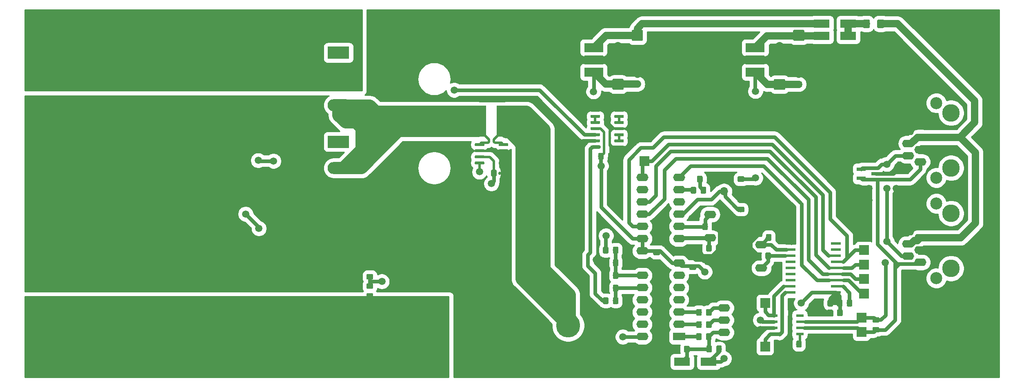
<source format=gbr>
G04 #@! TF.GenerationSoftware,KiCad,Pcbnew,5.1.4*
G04 #@! TF.CreationDate,2019-10-26T17:37:42-03:00*
G04 #@! TF.ProjectId,MCB19,4d434231-392e-46b6-9963-61645f706362,rev?*
G04 #@! TF.SameCoordinates,Original*
G04 #@! TF.FileFunction,Copper,L2,Bot*
G04 #@! TF.FilePolarity,Positive*
%FSLAX46Y46*%
G04 Gerber Fmt 4.6, Leading zero omitted, Abs format (unit mm)*
G04 Created by KiCad (PCBNEW 5.1.4) date 2019-10-26 17:37:42*
%MOMM*%
%LPD*%
G04 APERTURE LIST*
%ADD10C,0.100000*%
%ADD11C,0.600000*%
%ADD12R,2.000000X6.400000*%
%ADD13R,2.000000X0.600000*%
%ADD14C,1.150000*%
%ADD15C,5.000000*%
%ADD16C,2.400000*%
%ADD17R,2.400000X2.400000*%
%ADD18C,0.900000*%
%ADD19C,10.600000*%
%ADD20R,4.500000X2.500000*%
%ADD21O,4.500000X2.500000*%
%ADD22C,4.000000*%
%ADD23R,4.000000X4.000000*%
%ADD24C,2.250000*%
%ADD25R,3.300000X1.700000*%
%ADD26R,16.000000X10.000000*%
%ADD27R,4.000000X1.905000*%
%ADD28R,1.700000X1.700000*%
%ADD29O,1.700000X1.700000*%
%ADD30R,2.500000X1.600000*%
%ADD31O,2.500000X1.600000*%
%ADD32R,1.900000X0.800000*%
%ADD33C,1.425000*%
%ADD34C,3.650000*%
%ADD35C,2.500000*%
%ADD36R,1.550000X0.600000*%
%ADD37R,2.000000X2.000000*%
%ADD38C,1.500000*%
%ADD39C,0.250000*%
%ADD40C,0.508000*%
%ADD41C,0.762000*%
%ADD42C,1.524000*%
%ADD43C,2.540000*%
%ADD44C,0.254000*%
G04 APERTURE END LIST*
D10*
G36*
X146114703Y-80795722D02*
G01*
X146129264Y-80797882D01*
X146143543Y-80801459D01*
X146157403Y-80806418D01*
X146170710Y-80812712D01*
X146183336Y-80820280D01*
X146195159Y-80829048D01*
X146206066Y-80838934D01*
X146215952Y-80849841D01*
X146224720Y-80861664D01*
X146232288Y-80874290D01*
X146238582Y-80887597D01*
X146243541Y-80901457D01*
X146247118Y-80915736D01*
X146249278Y-80930297D01*
X146250000Y-80945000D01*
X146250000Y-81245000D01*
X146249278Y-81259703D01*
X146247118Y-81274264D01*
X146243541Y-81288543D01*
X146238582Y-81302403D01*
X146232288Y-81315710D01*
X146224720Y-81328336D01*
X146215952Y-81340159D01*
X146206066Y-81351066D01*
X146195159Y-81360952D01*
X146183336Y-81369720D01*
X146170710Y-81377288D01*
X146157403Y-81383582D01*
X146143543Y-81388541D01*
X146129264Y-81392118D01*
X146114703Y-81394278D01*
X146100000Y-81395000D01*
X144450000Y-81395000D01*
X144435297Y-81394278D01*
X144420736Y-81392118D01*
X144406457Y-81388541D01*
X144392597Y-81383582D01*
X144379290Y-81377288D01*
X144366664Y-81369720D01*
X144354841Y-81360952D01*
X144343934Y-81351066D01*
X144334048Y-81340159D01*
X144325280Y-81328336D01*
X144317712Y-81315710D01*
X144311418Y-81302403D01*
X144306459Y-81288543D01*
X144302882Y-81274264D01*
X144300722Y-81259703D01*
X144300000Y-81245000D01*
X144300000Y-80945000D01*
X144300722Y-80930297D01*
X144302882Y-80915736D01*
X144306459Y-80901457D01*
X144311418Y-80887597D01*
X144317712Y-80874290D01*
X144325280Y-80861664D01*
X144334048Y-80849841D01*
X144343934Y-80838934D01*
X144354841Y-80829048D01*
X144366664Y-80820280D01*
X144379290Y-80812712D01*
X144392597Y-80806418D01*
X144406457Y-80801459D01*
X144420736Y-80797882D01*
X144435297Y-80795722D01*
X144450000Y-80795000D01*
X146100000Y-80795000D01*
X146114703Y-80795722D01*
X146114703Y-80795722D01*
G37*
D11*
X145275000Y-81095000D03*
D10*
G36*
X146114703Y-82065722D02*
G01*
X146129264Y-82067882D01*
X146143543Y-82071459D01*
X146157403Y-82076418D01*
X146170710Y-82082712D01*
X146183336Y-82090280D01*
X146195159Y-82099048D01*
X146206066Y-82108934D01*
X146215952Y-82119841D01*
X146224720Y-82131664D01*
X146232288Y-82144290D01*
X146238582Y-82157597D01*
X146243541Y-82171457D01*
X146247118Y-82185736D01*
X146249278Y-82200297D01*
X146250000Y-82215000D01*
X146250000Y-82515000D01*
X146249278Y-82529703D01*
X146247118Y-82544264D01*
X146243541Y-82558543D01*
X146238582Y-82572403D01*
X146232288Y-82585710D01*
X146224720Y-82598336D01*
X146215952Y-82610159D01*
X146206066Y-82621066D01*
X146195159Y-82630952D01*
X146183336Y-82639720D01*
X146170710Y-82647288D01*
X146157403Y-82653582D01*
X146143543Y-82658541D01*
X146129264Y-82662118D01*
X146114703Y-82664278D01*
X146100000Y-82665000D01*
X144450000Y-82665000D01*
X144435297Y-82664278D01*
X144420736Y-82662118D01*
X144406457Y-82658541D01*
X144392597Y-82653582D01*
X144379290Y-82647288D01*
X144366664Y-82639720D01*
X144354841Y-82630952D01*
X144343934Y-82621066D01*
X144334048Y-82610159D01*
X144325280Y-82598336D01*
X144317712Y-82585710D01*
X144311418Y-82572403D01*
X144306459Y-82558543D01*
X144302882Y-82544264D01*
X144300722Y-82529703D01*
X144300000Y-82515000D01*
X144300000Y-82215000D01*
X144300722Y-82200297D01*
X144302882Y-82185736D01*
X144306459Y-82171457D01*
X144311418Y-82157597D01*
X144317712Y-82144290D01*
X144325280Y-82131664D01*
X144334048Y-82119841D01*
X144343934Y-82108934D01*
X144354841Y-82099048D01*
X144366664Y-82090280D01*
X144379290Y-82082712D01*
X144392597Y-82076418D01*
X144406457Y-82071459D01*
X144420736Y-82067882D01*
X144435297Y-82065722D01*
X144450000Y-82065000D01*
X146100000Y-82065000D01*
X146114703Y-82065722D01*
X146114703Y-82065722D01*
G37*
D11*
X145275000Y-82365000D03*
D10*
G36*
X146114703Y-83335722D02*
G01*
X146129264Y-83337882D01*
X146143543Y-83341459D01*
X146157403Y-83346418D01*
X146170710Y-83352712D01*
X146183336Y-83360280D01*
X146195159Y-83369048D01*
X146206066Y-83378934D01*
X146215952Y-83389841D01*
X146224720Y-83401664D01*
X146232288Y-83414290D01*
X146238582Y-83427597D01*
X146243541Y-83441457D01*
X146247118Y-83455736D01*
X146249278Y-83470297D01*
X146250000Y-83485000D01*
X146250000Y-83785000D01*
X146249278Y-83799703D01*
X146247118Y-83814264D01*
X146243541Y-83828543D01*
X146238582Y-83842403D01*
X146232288Y-83855710D01*
X146224720Y-83868336D01*
X146215952Y-83880159D01*
X146206066Y-83891066D01*
X146195159Y-83900952D01*
X146183336Y-83909720D01*
X146170710Y-83917288D01*
X146157403Y-83923582D01*
X146143543Y-83928541D01*
X146129264Y-83932118D01*
X146114703Y-83934278D01*
X146100000Y-83935000D01*
X144450000Y-83935000D01*
X144435297Y-83934278D01*
X144420736Y-83932118D01*
X144406457Y-83928541D01*
X144392597Y-83923582D01*
X144379290Y-83917288D01*
X144366664Y-83909720D01*
X144354841Y-83900952D01*
X144343934Y-83891066D01*
X144334048Y-83880159D01*
X144325280Y-83868336D01*
X144317712Y-83855710D01*
X144311418Y-83842403D01*
X144306459Y-83828543D01*
X144302882Y-83814264D01*
X144300722Y-83799703D01*
X144300000Y-83785000D01*
X144300000Y-83485000D01*
X144300722Y-83470297D01*
X144302882Y-83455736D01*
X144306459Y-83441457D01*
X144311418Y-83427597D01*
X144317712Y-83414290D01*
X144325280Y-83401664D01*
X144334048Y-83389841D01*
X144343934Y-83378934D01*
X144354841Y-83369048D01*
X144366664Y-83360280D01*
X144379290Y-83352712D01*
X144392597Y-83346418D01*
X144406457Y-83341459D01*
X144420736Y-83337882D01*
X144435297Y-83335722D01*
X144450000Y-83335000D01*
X146100000Y-83335000D01*
X146114703Y-83335722D01*
X146114703Y-83335722D01*
G37*
D11*
X145275000Y-83635000D03*
D10*
G36*
X146114703Y-84605722D02*
G01*
X146129264Y-84607882D01*
X146143543Y-84611459D01*
X146157403Y-84616418D01*
X146170710Y-84622712D01*
X146183336Y-84630280D01*
X146195159Y-84639048D01*
X146206066Y-84648934D01*
X146215952Y-84659841D01*
X146224720Y-84671664D01*
X146232288Y-84684290D01*
X146238582Y-84697597D01*
X146243541Y-84711457D01*
X146247118Y-84725736D01*
X146249278Y-84740297D01*
X146250000Y-84755000D01*
X146250000Y-85055000D01*
X146249278Y-85069703D01*
X146247118Y-85084264D01*
X146243541Y-85098543D01*
X146238582Y-85112403D01*
X146232288Y-85125710D01*
X146224720Y-85138336D01*
X146215952Y-85150159D01*
X146206066Y-85161066D01*
X146195159Y-85170952D01*
X146183336Y-85179720D01*
X146170710Y-85187288D01*
X146157403Y-85193582D01*
X146143543Y-85198541D01*
X146129264Y-85202118D01*
X146114703Y-85204278D01*
X146100000Y-85205000D01*
X144450000Y-85205000D01*
X144435297Y-85204278D01*
X144420736Y-85202118D01*
X144406457Y-85198541D01*
X144392597Y-85193582D01*
X144379290Y-85187288D01*
X144366664Y-85179720D01*
X144354841Y-85170952D01*
X144343934Y-85161066D01*
X144334048Y-85150159D01*
X144325280Y-85138336D01*
X144317712Y-85125710D01*
X144311418Y-85112403D01*
X144306459Y-85098543D01*
X144302882Y-85084264D01*
X144300722Y-85069703D01*
X144300000Y-85055000D01*
X144300000Y-84755000D01*
X144300722Y-84740297D01*
X144302882Y-84725736D01*
X144306459Y-84711457D01*
X144311418Y-84697597D01*
X144317712Y-84684290D01*
X144325280Y-84671664D01*
X144334048Y-84659841D01*
X144343934Y-84648934D01*
X144354841Y-84639048D01*
X144366664Y-84630280D01*
X144379290Y-84622712D01*
X144392597Y-84616418D01*
X144406457Y-84611459D01*
X144420736Y-84607882D01*
X144435297Y-84605722D01*
X144450000Y-84605000D01*
X146100000Y-84605000D01*
X146114703Y-84605722D01*
X146114703Y-84605722D01*
G37*
D11*
X145275000Y-84905000D03*
D10*
G36*
X151064703Y-84605722D02*
G01*
X151079264Y-84607882D01*
X151093543Y-84611459D01*
X151107403Y-84616418D01*
X151120710Y-84622712D01*
X151133336Y-84630280D01*
X151145159Y-84639048D01*
X151156066Y-84648934D01*
X151165952Y-84659841D01*
X151174720Y-84671664D01*
X151182288Y-84684290D01*
X151188582Y-84697597D01*
X151193541Y-84711457D01*
X151197118Y-84725736D01*
X151199278Y-84740297D01*
X151200000Y-84755000D01*
X151200000Y-85055000D01*
X151199278Y-85069703D01*
X151197118Y-85084264D01*
X151193541Y-85098543D01*
X151188582Y-85112403D01*
X151182288Y-85125710D01*
X151174720Y-85138336D01*
X151165952Y-85150159D01*
X151156066Y-85161066D01*
X151145159Y-85170952D01*
X151133336Y-85179720D01*
X151120710Y-85187288D01*
X151107403Y-85193582D01*
X151093543Y-85198541D01*
X151079264Y-85202118D01*
X151064703Y-85204278D01*
X151050000Y-85205000D01*
X149400000Y-85205000D01*
X149385297Y-85204278D01*
X149370736Y-85202118D01*
X149356457Y-85198541D01*
X149342597Y-85193582D01*
X149329290Y-85187288D01*
X149316664Y-85179720D01*
X149304841Y-85170952D01*
X149293934Y-85161066D01*
X149284048Y-85150159D01*
X149275280Y-85138336D01*
X149267712Y-85125710D01*
X149261418Y-85112403D01*
X149256459Y-85098543D01*
X149252882Y-85084264D01*
X149250722Y-85069703D01*
X149250000Y-85055000D01*
X149250000Y-84755000D01*
X149250722Y-84740297D01*
X149252882Y-84725736D01*
X149256459Y-84711457D01*
X149261418Y-84697597D01*
X149267712Y-84684290D01*
X149275280Y-84671664D01*
X149284048Y-84659841D01*
X149293934Y-84648934D01*
X149304841Y-84639048D01*
X149316664Y-84630280D01*
X149329290Y-84622712D01*
X149342597Y-84616418D01*
X149356457Y-84611459D01*
X149370736Y-84607882D01*
X149385297Y-84605722D01*
X149400000Y-84605000D01*
X151050000Y-84605000D01*
X151064703Y-84605722D01*
X151064703Y-84605722D01*
G37*
D11*
X150225000Y-84905000D03*
D10*
G36*
X151064703Y-83335722D02*
G01*
X151079264Y-83337882D01*
X151093543Y-83341459D01*
X151107403Y-83346418D01*
X151120710Y-83352712D01*
X151133336Y-83360280D01*
X151145159Y-83369048D01*
X151156066Y-83378934D01*
X151165952Y-83389841D01*
X151174720Y-83401664D01*
X151182288Y-83414290D01*
X151188582Y-83427597D01*
X151193541Y-83441457D01*
X151197118Y-83455736D01*
X151199278Y-83470297D01*
X151200000Y-83485000D01*
X151200000Y-83785000D01*
X151199278Y-83799703D01*
X151197118Y-83814264D01*
X151193541Y-83828543D01*
X151188582Y-83842403D01*
X151182288Y-83855710D01*
X151174720Y-83868336D01*
X151165952Y-83880159D01*
X151156066Y-83891066D01*
X151145159Y-83900952D01*
X151133336Y-83909720D01*
X151120710Y-83917288D01*
X151107403Y-83923582D01*
X151093543Y-83928541D01*
X151079264Y-83932118D01*
X151064703Y-83934278D01*
X151050000Y-83935000D01*
X149400000Y-83935000D01*
X149385297Y-83934278D01*
X149370736Y-83932118D01*
X149356457Y-83928541D01*
X149342597Y-83923582D01*
X149329290Y-83917288D01*
X149316664Y-83909720D01*
X149304841Y-83900952D01*
X149293934Y-83891066D01*
X149284048Y-83880159D01*
X149275280Y-83868336D01*
X149267712Y-83855710D01*
X149261418Y-83842403D01*
X149256459Y-83828543D01*
X149252882Y-83814264D01*
X149250722Y-83799703D01*
X149250000Y-83785000D01*
X149250000Y-83485000D01*
X149250722Y-83470297D01*
X149252882Y-83455736D01*
X149256459Y-83441457D01*
X149261418Y-83427597D01*
X149267712Y-83414290D01*
X149275280Y-83401664D01*
X149284048Y-83389841D01*
X149293934Y-83378934D01*
X149304841Y-83369048D01*
X149316664Y-83360280D01*
X149329290Y-83352712D01*
X149342597Y-83346418D01*
X149356457Y-83341459D01*
X149370736Y-83337882D01*
X149385297Y-83335722D01*
X149400000Y-83335000D01*
X151050000Y-83335000D01*
X151064703Y-83335722D01*
X151064703Y-83335722D01*
G37*
D11*
X150225000Y-83635000D03*
D10*
G36*
X151064703Y-82065722D02*
G01*
X151079264Y-82067882D01*
X151093543Y-82071459D01*
X151107403Y-82076418D01*
X151120710Y-82082712D01*
X151133336Y-82090280D01*
X151145159Y-82099048D01*
X151156066Y-82108934D01*
X151165952Y-82119841D01*
X151174720Y-82131664D01*
X151182288Y-82144290D01*
X151188582Y-82157597D01*
X151193541Y-82171457D01*
X151197118Y-82185736D01*
X151199278Y-82200297D01*
X151200000Y-82215000D01*
X151200000Y-82515000D01*
X151199278Y-82529703D01*
X151197118Y-82544264D01*
X151193541Y-82558543D01*
X151188582Y-82572403D01*
X151182288Y-82585710D01*
X151174720Y-82598336D01*
X151165952Y-82610159D01*
X151156066Y-82621066D01*
X151145159Y-82630952D01*
X151133336Y-82639720D01*
X151120710Y-82647288D01*
X151107403Y-82653582D01*
X151093543Y-82658541D01*
X151079264Y-82662118D01*
X151064703Y-82664278D01*
X151050000Y-82665000D01*
X149400000Y-82665000D01*
X149385297Y-82664278D01*
X149370736Y-82662118D01*
X149356457Y-82658541D01*
X149342597Y-82653582D01*
X149329290Y-82647288D01*
X149316664Y-82639720D01*
X149304841Y-82630952D01*
X149293934Y-82621066D01*
X149284048Y-82610159D01*
X149275280Y-82598336D01*
X149267712Y-82585710D01*
X149261418Y-82572403D01*
X149256459Y-82558543D01*
X149252882Y-82544264D01*
X149250722Y-82529703D01*
X149250000Y-82515000D01*
X149250000Y-82215000D01*
X149250722Y-82200297D01*
X149252882Y-82185736D01*
X149256459Y-82171457D01*
X149261418Y-82157597D01*
X149267712Y-82144290D01*
X149275280Y-82131664D01*
X149284048Y-82119841D01*
X149293934Y-82108934D01*
X149304841Y-82099048D01*
X149316664Y-82090280D01*
X149329290Y-82082712D01*
X149342597Y-82076418D01*
X149356457Y-82071459D01*
X149370736Y-82067882D01*
X149385297Y-82065722D01*
X149400000Y-82065000D01*
X151050000Y-82065000D01*
X151064703Y-82065722D01*
X151064703Y-82065722D01*
G37*
D11*
X150225000Y-82365000D03*
D10*
G36*
X151064703Y-80795722D02*
G01*
X151079264Y-80797882D01*
X151093543Y-80801459D01*
X151107403Y-80806418D01*
X151120710Y-80812712D01*
X151133336Y-80820280D01*
X151145159Y-80829048D01*
X151156066Y-80838934D01*
X151165952Y-80849841D01*
X151174720Y-80861664D01*
X151182288Y-80874290D01*
X151188582Y-80887597D01*
X151193541Y-80901457D01*
X151197118Y-80915736D01*
X151199278Y-80930297D01*
X151200000Y-80945000D01*
X151200000Y-81245000D01*
X151199278Y-81259703D01*
X151197118Y-81274264D01*
X151193541Y-81288543D01*
X151188582Y-81302403D01*
X151182288Y-81315710D01*
X151174720Y-81328336D01*
X151165952Y-81340159D01*
X151156066Y-81351066D01*
X151145159Y-81360952D01*
X151133336Y-81369720D01*
X151120710Y-81377288D01*
X151107403Y-81383582D01*
X151093543Y-81388541D01*
X151079264Y-81392118D01*
X151064703Y-81394278D01*
X151050000Y-81395000D01*
X149400000Y-81395000D01*
X149385297Y-81394278D01*
X149370736Y-81392118D01*
X149356457Y-81388541D01*
X149342597Y-81383582D01*
X149329290Y-81377288D01*
X149316664Y-81369720D01*
X149304841Y-81360952D01*
X149293934Y-81351066D01*
X149284048Y-81340159D01*
X149275280Y-81328336D01*
X149267712Y-81315710D01*
X149261418Y-81302403D01*
X149256459Y-81288543D01*
X149252882Y-81274264D01*
X149250722Y-81259703D01*
X149250000Y-81245000D01*
X149250000Y-80945000D01*
X149250722Y-80930297D01*
X149252882Y-80915736D01*
X149256459Y-80901457D01*
X149261418Y-80887597D01*
X149267712Y-80874290D01*
X149275280Y-80861664D01*
X149284048Y-80849841D01*
X149293934Y-80838934D01*
X149304841Y-80829048D01*
X149316664Y-80820280D01*
X149329290Y-80812712D01*
X149342597Y-80806418D01*
X149356457Y-80801459D01*
X149370736Y-80797882D01*
X149385297Y-80795722D01*
X149400000Y-80795000D01*
X151050000Y-80795000D01*
X151064703Y-80795722D01*
X151064703Y-80795722D01*
G37*
D11*
X150225000Y-81095000D03*
D12*
X149850000Y-76250000D03*
X145650000Y-76250000D03*
D13*
X209829000Y-111796000D03*
X209829000Y-110526000D03*
X209829000Y-109256000D03*
X209829000Y-107986000D03*
X209829000Y-106716000D03*
X209829000Y-105446000D03*
X209829000Y-104176000D03*
X209829000Y-102906000D03*
X209829000Y-101636000D03*
X219229000Y-101636000D03*
X219229000Y-102906000D03*
X219229000Y-104176000D03*
X219229000Y-105446000D03*
X219229000Y-106716000D03*
X219229000Y-107986000D03*
X219229000Y-109256000D03*
X219229000Y-110526000D03*
X219229000Y-111796000D03*
D10*
G36*
X173849505Y-107551204D02*
G01*
X173873773Y-107554804D01*
X173897572Y-107560765D01*
X173920671Y-107569030D01*
X173942850Y-107579520D01*
X173963893Y-107592132D01*
X173983599Y-107606747D01*
X174001777Y-107623223D01*
X174018253Y-107641401D01*
X174032868Y-107661107D01*
X174045480Y-107682150D01*
X174055970Y-107704329D01*
X174064235Y-107727428D01*
X174070196Y-107751227D01*
X174073796Y-107775495D01*
X174075000Y-107799999D01*
X174075000Y-108700001D01*
X174073796Y-108724505D01*
X174070196Y-108748773D01*
X174064235Y-108772572D01*
X174055970Y-108795671D01*
X174045480Y-108817850D01*
X174032868Y-108838893D01*
X174018253Y-108858599D01*
X174001777Y-108876777D01*
X173983599Y-108893253D01*
X173963893Y-108907868D01*
X173942850Y-108920480D01*
X173920671Y-108930970D01*
X173897572Y-108939235D01*
X173873773Y-108945196D01*
X173849505Y-108948796D01*
X173825001Y-108950000D01*
X173174999Y-108950000D01*
X173150495Y-108948796D01*
X173126227Y-108945196D01*
X173102428Y-108939235D01*
X173079329Y-108930970D01*
X173057150Y-108920480D01*
X173036107Y-108907868D01*
X173016401Y-108893253D01*
X172998223Y-108876777D01*
X172981747Y-108858599D01*
X172967132Y-108838893D01*
X172954520Y-108817850D01*
X172944030Y-108795671D01*
X172935765Y-108772572D01*
X172929804Y-108748773D01*
X172926204Y-108724505D01*
X172925000Y-108700001D01*
X172925000Y-107799999D01*
X172926204Y-107775495D01*
X172929804Y-107751227D01*
X172935765Y-107727428D01*
X172944030Y-107704329D01*
X172954520Y-107682150D01*
X172967132Y-107661107D01*
X172981747Y-107641401D01*
X172998223Y-107623223D01*
X173016401Y-107606747D01*
X173036107Y-107592132D01*
X173057150Y-107579520D01*
X173079329Y-107569030D01*
X173102428Y-107560765D01*
X173126227Y-107554804D01*
X173150495Y-107551204D01*
X173174999Y-107550000D01*
X173825001Y-107550000D01*
X173849505Y-107551204D01*
X173849505Y-107551204D01*
G37*
D14*
X173500000Y-108250000D03*
D10*
G36*
X171799505Y-107551204D02*
G01*
X171823773Y-107554804D01*
X171847572Y-107560765D01*
X171870671Y-107569030D01*
X171892850Y-107579520D01*
X171913893Y-107592132D01*
X171933599Y-107606747D01*
X171951777Y-107623223D01*
X171968253Y-107641401D01*
X171982868Y-107661107D01*
X171995480Y-107682150D01*
X172005970Y-107704329D01*
X172014235Y-107727428D01*
X172020196Y-107751227D01*
X172023796Y-107775495D01*
X172025000Y-107799999D01*
X172025000Y-108700001D01*
X172023796Y-108724505D01*
X172020196Y-108748773D01*
X172014235Y-108772572D01*
X172005970Y-108795671D01*
X171995480Y-108817850D01*
X171982868Y-108838893D01*
X171968253Y-108858599D01*
X171951777Y-108876777D01*
X171933599Y-108893253D01*
X171913893Y-108907868D01*
X171892850Y-108920480D01*
X171870671Y-108930970D01*
X171847572Y-108939235D01*
X171823773Y-108945196D01*
X171799505Y-108948796D01*
X171775001Y-108950000D01*
X171124999Y-108950000D01*
X171100495Y-108948796D01*
X171076227Y-108945196D01*
X171052428Y-108939235D01*
X171029329Y-108930970D01*
X171007150Y-108920480D01*
X170986107Y-108907868D01*
X170966401Y-108893253D01*
X170948223Y-108876777D01*
X170931747Y-108858599D01*
X170917132Y-108838893D01*
X170904520Y-108817850D01*
X170894030Y-108795671D01*
X170885765Y-108772572D01*
X170879804Y-108748773D01*
X170876204Y-108724505D01*
X170875000Y-108700001D01*
X170875000Y-107799999D01*
X170876204Y-107775495D01*
X170879804Y-107751227D01*
X170885765Y-107727428D01*
X170894030Y-107704329D01*
X170904520Y-107682150D01*
X170917132Y-107661107D01*
X170931747Y-107641401D01*
X170948223Y-107623223D01*
X170966401Y-107606747D01*
X170986107Y-107592132D01*
X171007150Y-107579520D01*
X171029329Y-107569030D01*
X171052428Y-107560765D01*
X171076227Y-107554804D01*
X171100495Y-107551204D01*
X171124999Y-107550000D01*
X171775001Y-107550000D01*
X171799505Y-107551204D01*
X171799505Y-107551204D01*
G37*
D14*
X171450000Y-108250000D03*
D15*
X135000000Y-118500000D03*
X163672000Y-118656000D03*
D10*
G36*
X170799505Y-82801204D02*
G01*
X170823773Y-82804804D01*
X170847572Y-82810765D01*
X170870671Y-82819030D01*
X170892850Y-82829520D01*
X170913893Y-82842132D01*
X170933599Y-82856747D01*
X170951777Y-82873223D01*
X170968253Y-82891401D01*
X170982868Y-82911107D01*
X170995480Y-82932150D01*
X171005970Y-82954329D01*
X171014235Y-82977428D01*
X171020196Y-83001227D01*
X171023796Y-83025495D01*
X171025000Y-83049999D01*
X171025000Y-83950001D01*
X171023796Y-83974505D01*
X171020196Y-83998773D01*
X171014235Y-84022572D01*
X171005970Y-84045671D01*
X170995480Y-84067850D01*
X170982868Y-84088893D01*
X170968253Y-84108599D01*
X170951777Y-84126777D01*
X170933599Y-84143253D01*
X170913893Y-84157868D01*
X170892850Y-84170480D01*
X170870671Y-84180970D01*
X170847572Y-84189235D01*
X170823773Y-84195196D01*
X170799505Y-84198796D01*
X170775001Y-84200000D01*
X170124999Y-84200000D01*
X170100495Y-84198796D01*
X170076227Y-84195196D01*
X170052428Y-84189235D01*
X170029329Y-84180970D01*
X170007150Y-84170480D01*
X169986107Y-84157868D01*
X169966401Y-84143253D01*
X169948223Y-84126777D01*
X169931747Y-84108599D01*
X169917132Y-84088893D01*
X169904520Y-84067850D01*
X169894030Y-84045671D01*
X169885765Y-84022572D01*
X169879804Y-83998773D01*
X169876204Y-83974505D01*
X169875000Y-83950001D01*
X169875000Y-83049999D01*
X169876204Y-83025495D01*
X169879804Y-83001227D01*
X169885765Y-82977428D01*
X169894030Y-82954329D01*
X169904520Y-82932150D01*
X169917132Y-82911107D01*
X169931747Y-82891401D01*
X169948223Y-82873223D01*
X169966401Y-82856747D01*
X169986107Y-82842132D01*
X170007150Y-82829520D01*
X170029329Y-82819030D01*
X170052428Y-82810765D01*
X170076227Y-82804804D01*
X170100495Y-82801204D01*
X170124999Y-82800000D01*
X170775001Y-82800000D01*
X170799505Y-82801204D01*
X170799505Y-82801204D01*
G37*
D14*
X170450000Y-83500000D03*
D10*
G36*
X172849505Y-82801204D02*
G01*
X172873773Y-82804804D01*
X172897572Y-82810765D01*
X172920671Y-82819030D01*
X172942850Y-82829520D01*
X172963893Y-82842132D01*
X172983599Y-82856747D01*
X173001777Y-82873223D01*
X173018253Y-82891401D01*
X173032868Y-82911107D01*
X173045480Y-82932150D01*
X173055970Y-82954329D01*
X173064235Y-82977428D01*
X173070196Y-83001227D01*
X173073796Y-83025495D01*
X173075000Y-83049999D01*
X173075000Y-83950001D01*
X173073796Y-83974505D01*
X173070196Y-83998773D01*
X173064235Y-84022572D01*
X173055970Y-84045671D01*
X173045480Y-84067850D01*
X173032868Y-84088893D01*
X173018253Y-84108599D01*
X173001777Y-84126777D01*
X172983599Y-84143253D01*
X172963893Y-84157868D01*
X172942850Y-84170480D01*
X172920671Y-84180970D01*
X172897572Y-84189235D01*
X172873773Y-84195196D01*
X172849505Y-84198796D01*
X172825001Y-84200000D01*
X172174999Y-84200000D01*
X172150495Y-84198796D01*
X172126227Y-84195196D01*
X172102428Y-84189235D01*
X172079329Y-84180970D01*
X172057150Y-84170480D01*
X172036107Y-84157868D01*
X172016401Y-84143253D01*
X171998223Y-84126777D01*
X171981747Y-84108599D01*
X171967132Y-84088893D01*
X171954520Y-84067850D01*
X171944030Y-84045671D01*
X171935765Y-84022572D01*
X171929804Y-83998773D01*
X171926204Y-83974505D01*
X171925000Y-83950001D01*
X171925000Y-83049999D01*
X171926204Y-83025495D01*
X171929804Y-83001227D01*
X171935765Y-82977428D01*
X171944030Y-82954329D01*
X171954520Y-82932150D01*
X171967132Y-82911107D01*
X171981747Y-82891401D01*
X171998223Y-82873223D01*
X172016401Y-82856747D01*
X172036107Y-82842132D01*
X172057150Y-82829520D01*
X172079329Y-82819030D01*
X172102428Y-82810765D01*
X172126227Y-82804804D01*
X172150495Y-82801204D01*
X172174999Y-82800000D01*
X172825001Y-82800000D01*
X172849505Y-82801204D01*
X172849505Y-82801204D01*
G37*
D14*
X172500000Y-83500000D03*
D10*
G36*
X148574505Y-86301204D02*
G01*
X148598773Y-86304804D01*
X148622572Y-86310765D01*
X148645671Y-86319030D01*
X148667850Y-86329520D01*
X148688893Y-86342132D01*
X148708599Y-86356747D01*
X148726777Y-86373223D01*
X148743253Y-86391401D01*
X148757868Y-86411107D01*
X148770480Y-86432150D01*
X148780970Y-86454329D01*
X148789235Y-86477428D01*
X148795196Y-86501227D01*
X148798796Y-86525495D01*
X148800000Y-86549999D01*
X148800000Y-87450001D01*
X148798796Y-87474505D01*
X148795196Y-87498773D01*
X148789235Y-87522572D01*
X148780970Y-87545671D01*
X148770480Y-87567850D01*
X148757868Y-87588893D01*
X148743253Y-87608599D01*
X148726777Y-87626777D01*
X148708599Y-87643253D01*
X148688893Y-87657868D01*
X148667850Y-87670480D01*
X148645671Y-87680970D01*
X148622572Y-87689235D01*
X148598773Y-87695196D01*
X148574505Y-87698796D01*
X148550001Y-87700000D01*
X147899999Y-87700000D01*
X147875495Y-87698796D01*
X147851227Y-87695196D01*
X147827428Y-87689235D01*
X147804329Y-87680970D01*
X147782150Y-87670480D01*
X147761107Y-87657868D01*
X147741401Y-87643253D01*
X147723223Y-87626777D01*
X147706747Y-87608599D01*
X147692132Y-87588893D01*
X147679520Y-87567850D01*
X147669030Y-87545671D01*
X147660765Y-87522572D01*
X147654804Y-87498773D01*
X147651204Y-87474505D01*
X147650000Y-87450001D01*
X147650000Y-86549999D01*
X147651204Y-86525495D01*
X147654804Y-86501227D01*
X147660765Y-86477428D01*
X147669030Y-86454329D01*
X147679520Y-86432150D01*
X147692132Y-86411107D01*
X147706747Y-86391401D01*
X147723223Y-86373223D01*
X147741401Y-86356747D01*
X147761107Y-86342132D01*
X147782150Y-86329520D01*
X147804329Y-86319030D01*
X147827428Y-86310765D01*
X147851227Y-86304804D01*
X147875495Y-86301204D01*
X147899999Y-86300000D01*
X148550001Y-86300000D01*
X148574505Y-86301204D01*
X148574505Y-86301204D01*
G37*
D14*
X148225000Y-87000000D03*
D10*
G36*
X150624505Y-86301204D02*
G01*
X150648773Y-86304804D01*
X150672572Y-86310765D01*
X150695671Y-86319030D01*
X150717850Y-86329520D01*
X150738893Y-86342132D01*
X150758599Y-86356747D01*
X150776777Y-86373223D01*
X150793253Y-86391401D01*
X150807868Y-86411107D01*
X150820480Y-86432150D01*
X150830970Y-86454329D01*
X150839235Y-86477428D01*
X150845196Y-86501227D01*
X150848796Y-86525495D01*
X150850000Y-86549999D01*
X150850000Y-87450001D01*
X150848796Y-87474505D01*
X150845196Y-87498773D01*
X150839235Y-87522572D01*
X150830970Y-87545671D01*
X150820480Y-87567850D01*
X150807868Y-87588893D01*
X150793253Y-87608599D01*
X150776777Y-87626777D01*
X150758599Y-87643253D01*
X150738893Y-87657868D01*
X150717850Y-87670480D01*
X150695671Y-87680970D01*
X150672572Y-87689235D01*
X150648773Y-87695196D01*
X150624505Y-87698796D01*
X150600001Y-87700000D01*
X149949999Y-87700000D01*
X149925495Y-87698796D01*
X149901227Y-87695196D01*
X149877428Y-87689235D01*
X149854329Y-87680970D01*
X149832150Y-87670480D01*
X149811107Y-87657868D01*
X149791401Y-87643253D01*
X149773223Y-87626777D01*
X149756747Y-87608599D01*
X149742132Y-87588893D01*
X149729520Y-87567850D01*
X149719030Y-87545671D01*
X149710765Y-87522572D01*
X149704804Y-87498773D01*
X149701204Y-87474505D01*
X149700000Y-87450001D01*
X149700000Y-86549999D01*
X149701204Y-86525495D01*
X149704804Y-86501227D01*
X149710765Y-86477428D01*
X149719030Y-86454329D01*
X149729520Y-86432150D01*
X149742132Y-86411107D01*
X149756747Y-86391401D01*
X149773223Y-86373223D01*
X149791401Y-86356747D01*
X149811107Y-86342132D01*
X149832150Y-86329520D01*
X149854329Y-86319030D01*
X149877428Y-86310765D01*
X149901227Y-86304804D01*
X149925495Y-86301204D01*
X149949999Y-86300000D01*
X150600001Y-86300000D01*
X150624505Y-86301204D01*
X150624505Y-86301204D01*
G37*
D14*
X150275000Y-87000000D03*
D16*
X72000000Y-109000000D03*
D17*
X72000000Y-114000000D03*
D18*
X59810749Y-122310749D03*
X60975000Y-119500000D03*
X59810749Y-116689251D03*
X57000000Y-115525000D03*
X54189251Y-116689251D03*
X53025000Y-119500000D03*
X54189251Y-122310749D03*
X57000000Y-123475000D03*
D19*
X57000000Y-119500000D03*
D16*
X99500000Y-109000000D03*
D17*
X99500000Y-114000000D03*
D16*
X113250000Y-109000000D03*
D17*
X113250000Y-114000000D03*
D20*
X116000000Y-62000000D03*
D21*
X116000000Y-67450000D03*
X116000000Y-72900000D03*
D20*
X116000000Y-80500000D03*
D21*
X116000000Y-85950000D03*
X116000000Y-91400000D03*
D10*
G36*
X175064703Y-81260722D02*
G01*
X175079264Y-81262882D01*
X175093543Y-81266459D01*
X175107403Y-81271418D01*
X175120710Y-81277712D01*
X175133336Y-81285280D01*
X175145159Y-81294048D01*
X175156066Y-81303934D01*
X175165952Y-81314841D01*
X175174720Y-81326664D01*
X175182288Y-81339290D01*
X175188582Y-81352597D01*
X175193541Y-81366457D01*
X175197118Y-81380736D01*
X175199278Y-81395297D01*
X175200000Y-81410000D01*
X175200000Y-81710000D01*
X175199278Y-81724703D01*
X175197118Y-81739264D01*
X175193541Y-81753543D01*
X175188582Y-81767403D01*
X175182288Y-81780710D01*
X175174720Y-81793336D01*
X175165952Y-81805159D01*
X175156066Y-81816066D01*
X175145159Y-81825952D01*
X175133336Y-81834720D01*
X175120710Y-81842288D01*
X175107403Y-81848582D01*
X175093543Y-81853541D01*
X175079264Y-81857118D01*
X175064703Y-81859278D01*
X175050000Y-81860000D01*
X173400000Y-81860000D01*
X173385297Y-81859278D01*
X173370736Y-81857118D01*
X173356457Y-81853541D01*
X173342597Y-81848582D01*
X173329290Y-81842288D01*
X173316664Y-81834720D01*
X173304841Y-81825952D01*
X173293934Y-81816066D01*
X173284048Y-81805159D01*
X173275280Y-81793336D01*
X173267712Y-81780710D01*
X173261418Y-81767403D01*
X173256459Y-81753543D01*
X173252882Y-81739264D01*
X173250722Y-81724703D01*
X173250000Y-81710000D01*
X173250000Y-81410000D01*
X173250722Y-81395297D01*
X173252882Y-81380736D01*
X173256459Y-81366457D01*
X173261418Y-81352597D01*
X173267712Y-81339290D01*
X173275280Y-81326664D01*
X173284048Y-81314841D01*
X173293934Y-81303934D01*
X173304841Y-81294048D01*
X173316664Y-81285280D01*
X173329290Y-81277712D01*
X173342597Y-81271418D01*
X173356457Y-81266459D01*
X173370736Y-81262882D01*
X173385297Y-81260722D01*
X173400000Y-81260000D01*
X175050000Y-81260000D01*
X175064703Y-81260722D01*
X175064703Y-81260722D01*
G37*
D11*
X174225000Y-81560000D03*
D10*
G36*
X175064703Y-79990722D02*
G01*
X175079264Y-79992882D01*
X175093543Y-79996459D01*
X175107403Y-80001418D01*
X175120710Y-80007712D01*
X175133336Y-80015280D01*
X175145159Y-80024048D01*
X175156066Y-80033934D01*
X175165952Y-80044841D01*
X175174720Y-80056664D01*
X175182288Y-80069290D01*
X175188582Y-80082597D01*
X175193541Y-80096457D01*
X175197118Y-80110736D01*
X175199278Y-80125297D01*
X175200000Y-80140000D01*
X175200000Y-80440000D01*
X175199278Y-80454703D01*
X175197118Y-80469264D01*
X175193541Y-80483543D01*
X175188582Y-80497403D01*
X175182288Y-80510710D01*
X175174720Y-80523336D01*
X175165952Y-80535159D01*
X175156066Y-80546066D01*
X175145159Y-80555952D01*
X175133336Y-80564720D01*
X175120710Y-80572288D01*
X175107403Y-80578582D01*
X175093543Y-80583541D01*
X175079264Y-80587118D01*
X175064703Y-80589278D01*
X175050000Y-80590000D01*
X173400000Y-80590000D01*
X173385297Y-80589278D01*
X173370736Y-80587118D01*
X173356457Y-80583541D01*
X173342597Y-80578582D01*
X173329290Y-80572288D01*
X173316664Y-80564720D01*
X173304841Y-80555952D01*
X173293934Y-80546066D01*
X173284048Y-80535159D01*
X173275280Y-80523336D01*
X173267712Y-80510710D01*
X173261418Y-80497403D01*
X173256459Y-80483543D01*
X173252882Y-80469264D01*
X173250722Y-80454703D01*
X173250000Y-80440000D01*
X173250000Y-80140000D01*
X173250722Y-80125297D01*
X173252882Y-80110736D01*
X173256459Y-80096457D01*
X173261418Y-80082597D01*
X173267712Y-80069290D01*
X173275280Y-80056664D01*
X173284048Y-80044841D01*
X173293934Y-80033934D01*
X173304841Y-80024048D01*
X173316664Y-80015280D01*
X173329290Y-80007712D01*
X173342597Y-80001418D01*
X173356457Y-79996459D01*
X173370736Y-79992882D01*
X173385297Y-79990722D01*
X173400000Y-79990000D01*
X175050000Y-79990000D01*
X175064703Y-79990722D01*
X175064703Y-79990722D01*
G37*
D11*
X174225000Y-80290000D03*
D10*
G36*
X175064703Y-78720722D02*
G01*
X175079264Y-78722882D01*
X175093543Y-78726459D01*
X175107403Y-78731418D01*
X175120710Y-78737712D01*
X175133336Y-78745280D01*
X175145159Y-78754048D01*
X175156066Y-78763934D01*
X175165952Y-78774841D01*
X175174720Y-78786664D01*
X175182288Y-78799290D01*
X175188582Y-78812597D01*
X175193541Y-78826457D01*
X175197118Y-78840736D01*
X175199278Y-78855297D01*
X175200000Y-78870000D01*
X175200000Y-79170000D01*
X175199278Y-79184703D01*
X175197118Y-79199264D01*
X175193541Y-79213543D01*
X175188582Y-79227403D01*
X175182288Y-79240710D01*
X175174720Y-79253336D01*
X175165952Y-79265159D01*
X175156066Y-79276066D01*
X175145159Y-79285952D01*
X175133336Y-79294720D01*
X175120710Y-79302288D01*
X175107403Y-79308582D01*
X175093543Y-79313541D01*
X175079264Y-79317118D01*
X175064703Y-79319278D01*
X175050000Y-79320000D01*
X173400000Y-79320000D01*
X173385297Y-79319278D01*
X173370736Y-79317118D01*
X173356457Y-79313541D01*
X173342597Y-79308582D01*
X173329290Y-79302288D01*
X173316664Y-79294720D01*
X173304841Y-79285952D01*
X173293934Y-79276066D01*
X173284048Y-79265159D01*
X173275280Y-79253336D01*
X173267712Y-79240710D01*
X173261418Y-79227403D01*
X173256459Y-79213543D01*
X173252882Y-79199264D01*
X173250722Y-79184703D01*
X173250000Y-79170000D01*
X173250000Y-78870000D01*
X173250722Y-78855297D01*
X173252882Y-78840736D01*
X173256459Y-78826457D01*
X173261418Y-78812597D01*
X173267712Y-78799290D01*
X173275280Y-78786664D01*
X173284048Y-78774841D01*
X173293934Y-78763934D01*
X173304841Y-78754048D01*
X173316664Y-78745280D01*
X173329290Y-78737712D01*
X173342597Y-78731418D01*
X173356457Y-78726459D01*
X173370736Y-78722882D01*
X173385297Y-78720722D01*
X173400000Y-78720000D01*
X175050000Y-78720000D01*
X175064703Y-78720722D01*
X175064703Y-78720722D01*
G37*
D11*
X174225000Y-79020000D03*
D10*
G36*
X175064703Y-77450722D02*
G01*
X175079264Y-77452882D01*
X175093543Y-77456459D01*
X175107403Y-77461418D01*
X175120710Y-77467712D01*
X175133336Y-77475280D01*
X175145159Y-77484048D01*
X175156066Y-77493934D01*
X175165952Y-77504841D01*
X175174720Y-77516664D01*
X175182288Y-77529290D01*
X175188582Y-77542597D01*
X175193541Y-77556457D01*
X175197118Y-77570736D01*
X175199278Y-77585297D01*
X175200000Y-77600000D01*
X175200000Y-77900000D01*
X175199278Y-77914703D01*
X175197118Y-77929264D01*
X175193541Y-77943543D01*
X175188582Y-77957403D01*
X175182288Y-77970710D01*
X175174720Y-77983336D01*
X175165952Y-77995159D01*
X175156066Y-78006066D01*
X175145159Y-78015952D01*
X175133336Y-78024720D01*
X175120710Y-78032288D01*
X175107403Y-78038582D01*
X175093543Y-78043541D01*
X175079264Y-78047118D01*
X175064703Y-78049278D01*
X175050000Y-78050000D01*
X173400000Y-78050000D01*
X173385297Y-78049278D01*
X173370736Y-78047118D01*
X173356457Y-78043541D01*
X173342597Y-78038582D01*
X173329290Y-78032288D01*
X173316664Y-78024720D01*
X173304841Y-78015952D01*
X173293934Y-78006066D01*
X173284048Y-77995159D01*
X173275280Y-77983336D01*
X173267712Y-77970710D01*
X173261418Y-77957403D01*
X173256459Y-77943543D01*
X173252882Y-77929264D01*
X173250722Y-77914703D01*
X173250000Y-77900000D01*
X173250000Y-77600000D01*
X173250722Y-77585297D01*
X173252882Y-77570736D01*
X173256459Y-77556457D01*
X173261418Y-77542597D01*
X173267712Y-77529290D01*
X173275280Y-77516664D01*
X173284048Y-77504841D01*
X173293934Y-77493934D01*
X173304841Y-77484048D01*
X173316664Y-77475280D01*
X173329290Y-77467712D01*
X173342597Y-77461418D01*
X173356457Y-77456459D01*
X173370736Y-77452882D01*
X173385297Y-77450722D01*
X173400000Y-77450000D01*
X175050000Y-77450000D01*
X175064703Y-77450722D01*
X175064703Y-77450722D01*
G37*
D11*
X174225000Y-77750000D03*
D10*
G36*
X175064703Y-76180722D02*
G01*
X175079264Y-76182882D01*
X175093543Y-76186459D01*
X175107403Y-76191418D01*
X175120710Y-76197712D01*
X175133336Y-76205280D01*
X175145159Y-76214048D01*
X175156066Y-76223934D01*
X175165952Y-76234841D01*
X175174720Y-76246664D01*
X175182288Y-76259290D01*
X175188582Y-76272597D01*
X175193541Y-76286457D01*
X175197118Y-76300736D01*
X175199278Y-76315297D01*
X175200000Y-76330000D01*
X175200000Y-76630000D01*
X175199278Y-76644703D01*
X175197118Y-76659264D01*
X175193541Y-76673543D01*
X175188582Y-76687403D01*
X175182288Y-76700710D01*
X175174720Y-76713336D01*
X175165952Y-76725159D01*
X175156066Y-76736066D01*
X175145159Y-76745952D01*
X175133336Y-76754720D01*
X175120710Y-76762288D01*
X175107403Y-76768582D01*
X175093543Y-76773541D01*
X175079264Y-76777118D01*
X175064703Y-76779278D01*
X175050000Y-76780000D01*
X173400000Y-76780000D01*
X173385297Y-76779278D01*
X173370736Y-76777118D01*
X173356457Y-76773541D01*
X173342597Y-76768582D01*
X173329290Y-76762288D01*
X173316664Y-76754720D01*
X173304841Y-76745952D01*
X173293934Y-76736066D01*
X173284048Y-76725159D01*
X173275280Y-76713336D01*
X173267712Y-76700710D01*
X173261418Y-76687403D01*
X173256459Y-76673543D01*
X173252882Y-76659264D01*
X173250722Y-76644703D01*
X173250000Y-76630000D01*
X173250000Y-76330000D01*
X173250722Y-76315297D01*
X173252882Y-76300736D01*
X173256459Y-76286457D01*
X173261418Y-76272597D01*
X173267712Y-76259290D01*
X173275280Y-76246664D01*
X173284048Y-76234841D01*
X173293934Y-76223934D01*
X173304841Y-76214048D01*
X173316664Y-76205280D01*
X173329290Y-76197712D01*
X173342597Y-76191418D01*
X173356457Y-76186459D01*
X173370736Y-76182882D01*
X173385297Y-76180722D01*
X173400000Y-76180000D01*
X175050000Y-76180000D01*
X175064703Y-76180722D01*
X175064703Y-76180722D01*
G37*
D11*
X174225000Y-76480000D03*
D10*
G36*
X175064703Y-74910722D02*
G01*
X175079264Y-74912882D01*
X175093543Y-74916459D01*
X175107403Y-74921418D01*
X175120710Y-74927712D01*
X175133336Y-74935280D01*
X175145159Y-74944048D01*
X175156066Y-74953934D01*
X175165952Y-74964841D01*
X175174720Y-74976664D01*
X175182288Y-74989290D01*
X175188582Y-75002597D01*
X175193541Y-75016457D01*
X175197118Y-75030736D01*
X175199278Y-75045297D01*
X175200000Y-75060000D01*
X175200000Y-75360000D01*
X175199278Y-75374703D01*
X175197118Y-75389264D01*
X175193541Y-75403543D01*
X175188582Y-75417403D01*
X175182288Y-75430710D01*
X175174720Y-75443336D01*
X175165952Y-75455159D01*
X175156066Y-75466066D01*
X175145159Y-75475952D01*
X175133336Y-75484720D01*
X175120710Y-75492288D01*
X175107403Y-75498582D01*
X175093543Y-75503541D01*
X175079264Y-75507118D01*
X175064703Y-75509278D01*
X175050000Y-75510000D01*
X173400000Y-75510000D01*
X173385297Y-75509278D01*
X173370736Y-75507118D01*
X173356457Y-75503541D01*
X173342597Y-75498582D01*
X173329290Y-75492288D01*
X173316664Y-75484720D01*
X173304841Y-75475952D01*
X173293934Y-75466066D01*
X173284048Y-75455159D01*
X173275280Y-75443336D01*
X173267712Y-75430710D01*
X173261418Y-75417403D01*
X173256459Y-75403543D01*
X173252882Y-75389264D01*
X173250722Y-75374703D01*
X173250000Y-75360000D01*
X173250000Y-75060000D01*
X173250722Y-75045297D01*
X173252882Y-75030736D01*
X173256459Y-75016457D01*
X173261418Y-75002597D01*
X173267712Y-74989290D01*
X173275280Y-74976664D01*
X173284048Y-74964841D01*
X173293934Y-74953934D01*
X173304841Y-74944048D01*
X173316664Y-74935280D01*
X173329290Y-74927712D01*
X173342597Y-74921418D01*
X173356457Y-74916459D01*
X173370736Y-74912882D01*
X173385297Y-74910722D01*
X173400000Y-74910000D01*
X175050000Y-74910000D01*
X175064703Y-74910722D01*
X175064703Y-74910722D01*
G37*
D11*
X174225000Y-75210000D03*
D10*
G36*
X175064703Y-73640722D02*
G01*
X175079264Y-73642882D01*
X175093543Y-73646459D01*
X175107403Y-73651418D01*
X175120710Y-73657712D01*
X175133336Y-73665280D01*
X175145159Y-73674048D01*
X175156066Y-73683934D01*
X175165952Y-73694841D01*
X175174720Y-73706664D01*
X175182288Y-73719290D01*
X175188582Y-73732597D01*
X175193541Y-73746457D01*
X175197118Y-73760736D01*
X175199278Y-73775297D01*
X175200000Y-73790000D01*
X175200000Y-74090000D01*
X175199278Y-74104703D01*
X175197118Y-74119264D01*
X175193541Y-74133543D01*
X175188582Y-74147403D01*
X175182288Y-74160710D01*
X175174720Y-74173336D01*
X175165952Y-74185159D01*
X175156066Y-74196066D01*
X175145159Y-74205952D01*
X175133336Y-74214720D01*
X175120710Y-74222288D01*
X175107403Y-74228582D01*
X175093543Y-74233541D01*
X175079264Y-74237118D01*
X175064703Y-74239278D01*
X175050000Y-74240000D01*
X173400000Y-74240000D01*
X173385297Y-74239278D01*
X173370736Y-74237118D01*
X173356457Y-74233541D01*
X173342597Y-74228582D01*
X173329290Y-74222288D01*
X173316664Y-74214720D01*
X173304841Y-74205952D01*
X173293934Y-74196066D01*
X173284048Y-74185159D01*
X173275280Y-74173336D01*
X173267712Y-74160710D01*
X173261418Y-74147403D01*
X173256459Y-74133543D01*
X173252882Y-74119264D01*
X173250722Y-74104703D01*
X173250000Y-74090000D01*
X173250000Y-73790000D01*
X173250722Y-73775297D01*
X173252882Y-73760736D01*
X173256459Y-73746457D01*
X173261418Y-73732597D01*
X173267712Y-73719290D01*
X173275280Y-73706664D01*
X173284048Y-73694841D01*
X173293934Y-73683934D01*
X173304841Y-73674048D01*
X173316664Y-73665280D01*
X173329290Y-73657712D01*
X173342597Y-73651418D01*
X173356457Y-73646459D01*
X173370736Y-73642882D01*
X173385297Y-73640722D01*
X173400000Y-73640000D01*
X175050000Y-73640000D01*
X175064703Y-73640722D01*
X175064703Y-73640722D01*
G37*
D11*
X174225000Y-73940000D03*
D10*
G36*
X170114703Y-73640722D02*
G01*
X170129264Y-73642882D01*
X170143543Y-73646459D01*
X170157403Y-73651418D01*
X170170710Y-73657712D01*
X170183336Y-73665280D01*
X170195159Y-73674048D01*
X170206066Y-73683934D01*
X170215952Y-73694841D01*
X170224720Y-73706664D01*
X170232288Y-73719290D01*
X170238582Y-73732597D01*
X170243541Y-73746457D01*
X170247118Y-73760736D01*
X170249278Y-73775297D01*
X170250000Y-73790000D01*
X170250000Y-74090000D01*
X170249278Y-74104703D01*
X170247118Y-74119264D01*
X170243541Y-74133543D01*
X170238582Y-74147403D01*
X170232288Y-74160710D01*
X170224720Y-74173336D01*
X170215952Y-74185159D01*
X170206066Y-74196066D01*
X170195159Y-74205952D01*
X170183336Y-74214720D01*
X170170710Y-74222288D01*
X170157403Y-74228582D01*
X170143543Y-74233541D01*
X170129264Y-74237118D01*
X170114703Y-74239278D01*
X170100000Y-74240000D01*
X168450000Y-74240000D01*
X168435297Y-74239278D01*
X168420736Y-74237118D01*
X168406457Y-74233541D01*
X168392597Y-74228582D01*
X168379290Y-74222288D01*
X168366664Y-74214720D01*
X168354841Y-74205952D01*
X168343934Y-74196066D01*
X168334048Y-74185159D01*
X168325280Y-74173336D01*
X168317712Y-74160710D01*
X168311418Y-74147403D01*
X168306459Y-74133543D01*
X168302882Y-74119264D01*
X168300722Y-74104703D01*
X168300000Y-74090000D01*
X168300000Y-73790000D01*
X168300722Y-73775297D01*
X168302882Y-73760736D01*
X168306459Y-73746457D01*
X168311418Y-73732597D01*
X168317712Y-73719290D01*
X168325280Y-73706664D01*
X168334048Y-73694841D01*
X168343934Y-73683934D01*
X168354841Y-73674048D01*
X168366664Y-73665280D01*
X168379290Y-73657712D01*
X168392597Y-73651418D01*
X168406457Y-73646459D01*
X168420736Y-73642882D01*
X168435297Y-73640722D01*
X168450000Y-73640000D01*
X170100000Y-73640000D01*
X170114703Y-73640722D01*
X170114703Y-73640722D01*
G37*
D11*
X169275000Y-73940000D03*
D10*
G36*
X170114703Y-74910722D02*
G01*
X170129264Y-74912882D01*
X170143543Y-74916459D01*
X170157403Y-74921418D01*
X170170710Y-74927712D01*
X170183336Y-74935280D01*
X170195159Y-74944048D01*
X170206066Y-74953934D01*
X170215952Y-74964841D01*
X170224720Y-74976664D01*
X170232288Y-74989290D01*
X170238582Y-75002597D01*
X170243541Y-75016457D01*
X170247118Y-75030736D01*
X170249278Y-75045297D01*
X170250000Y-75060000D01*
X170250000Y-75360000D01*
X170249278Y-75374703D01*
X170247118Y-75389264D01*
X170243541Y-75403543D01*
X170238582Y-75417403D01*
X170232288Y-75430710D01*
X170224720Y-75443336D01*
X170215952Y-75455159D01*
X170206066Y-75466066D01*
X170195159Y-75475952D01*
X170183336Y-75484720D01*
X170170710Y-75492288D01*
X170157403Y-75498582D01*
X170143543Y-75503541D01*
X170129264Y-75507118D01*
X170114703Y-75509278D01*
X170100000Y-75510000D01*
X168450000Y-75510000D01*
X168435297Y-75509278D01*
X168420736Y-75507118D01*
X168406457Y-75503541D01*
X168392597Y-75498582D01*
X168379290Y-75492288D01*
X168366664Y-75484720D01*
X168354841Y-75475952D01*
X168343934Y-75466066D01*
X168334048Y-75455159D01*
X168325280Y-75443336D01*
X168317712Y-75430710D01*
X168311418Y-75417403D01*
X168306459Y-75403543D01*
X168302882Y-75389264D01*
X168300722Y-75374703D01*
X168300000Y-75360000D01*
X168300000Y-75060000D01*
X168300722Y-75045297D01*
X168302882Y-75030736D01*
X168306459Y-75016457D01*
X168311418Y-75002597D01*
X168317712Y-74989290D01*
X168325280Y-74976664D01*
X168334048Y-74964841D01*
X168343934Y-74953934D01*
X168354841Y-74944048D01*
X168366664Y-74935280D01*
X168379290Y-74927712D01*
X168392597Y-74921418D01*
X168406457Y-74916459D01*
X168420736Y-74912882D01*
X168435297Y-74910722D01*
X168450000Y-74910000D01*
X170100000Y-74910000D01*
X170114703Y-74910722D01*
X170114703Y-74910722D01*
G37*
D11*
X169275000Y-75210000D03*
D10*
G36*
X170114703Y-76180722D02*
G01*
X170129264Y-76182882D01*
X170143543Y-76186459D01*
X170157403Y-76191418D01*
X170170710Y-76197712D01*
X170183336Y-76205280D01*
X170195159Y-76214048D01*
X170206066Y-76223934D01*
X170215952Y-76234841D01*
X170224720Y-76246664D01*
X170232288Y-76259290D01*
X170238582Y-76272597D01*
X170243541Y-76286457D01*
X170247118Y-76300736D01*
X170249278Y-76315297D01*
X170250000Y-76330000D01*
X170250000Y-76630000D01*
X170249278Y-76644703D01*
X170247118Y-76659264D01*
X170243541Y-76673543D01*
X170238582Y-76687403D01*
X170232288Y-76700710D01*
X170224720Y-76713336D01*
X170215952Y-76725159D01*
X170206066Y-76736066D01*
X170195159Y-76745952D01*
X170183336Y-76754720D01*
X170170710Y-76762288D01*
X170157403Y-76768582D01*
X170143543Y-76773541D01*
X170129264Y-76777118D01*
X170114703Y-76779278D01*
X170100000Y-76780000D01*
X168450000Y-76780000D01*
X168435297Y-76779278D01*
X168420736Y-76777118D01*
X168406457Y-76773541D01*
X168392597Y-76768582D01*
X168379290Y-76762288D01*
X168366664Y-76754720D01*
X168354841Y-76745952D01*
X168343934Y-76736066D01*
X168334048Y-76725159D01*
X168325280Y-76713336D01*
X168317712Y-76700710D01*
X168311418Y-76687403D01*
X168306459Y-76673543D01*
X168302882Y-76659264D01*
X168300722Y-76644703D01*
X168300000Y-76630000D01*
X168300000Y-76330000D01*
X168300722Y-76315297D01*
X168302882Y-76300736D01*
X168306459Y-76286457D01*
X168311418Y-76272597D01*
X168317712Y-76259290D01*
X168325280Y-76246664D01*
X168334048Y-76234841D01*
X168343934Y-76223934D01*
X168354841Y-76214048D01*
X168366664Y-76205280D01*
X168379290Y-76197712D01*
X168392597Y-76191418D01*
X168406457Y-76186459D01*
X168420736Y-76182882D01*
X168435297Y-76180722D01*
X168450000Y-76180000D01*
X170100000Y-76180000D01*
X170114703Y-76180722D01*
X170114703Y-76180722D01*
G37*
D11*
X169275000Y-76480000D03*
D10*
G36*
X170114703Y-77450722D02*
G01*
X170129264Y-77452882D01*
X170143543Y-77456459D01*
X170157403Y-77461418D01*
X170170710Y-77467712D01*
X170183336Y-77475280D01*
X170195159Y-77484048D01*
X170206066Y-77493934D01*
X170215952Y-77504841D01*
X170224720Y-77516664D01*
X170232288Y-77529290D01*
X170238582Y-77542597D01*
X170243541Y-77556457D01*
X170247118Y-77570736D01*
X170249278Y-77585297D01*
X170250000Y-77600000D01*
X170250000Y-77900000D01*
X170249278Y-77914703D01*
X170247118Y-77929264D01*
X170243541Y-77943543D01*
X170238582Y-77957403D01*
X170232288Y-77970710D01*
X170224720Y-77983336D01*
X170215952Y-77995159D01*
X170206066Y-78006066D01*
X170195159Y-78015952D01*
X170183336Y-78024720D01*
X170170710Y-78032288D01*
X170157403Y-78038582D01*
X170143543Y-78043541D01*
X170129264Y-78047118D01*
X170114703Y-78049278D01*
X170100000Y-78050000D01*
X168450000Y-78050000D01*
X168435297Y-78049278D01*
X168420736Y-78047118D01*
X168406457Y-78043541D01*
X168392597Y-78038582D01*
X168379290Y-78032288D01*
X168366664Y-78024720D01*
X168354841Y-78015952D01*
X168343934Y-78006066D01*
X168334048Y-77995159D01*
X168325280Y-77983336D01*
X168317712Y-77970710D01*
X168311418Y-77957403D01*
X168306459Y-77943543D01*
X168302882Y-77929264D01*
X168300722Y-77914703D01*
X168300000Y-77900000D01*
X168300000Y-77600000D01*
X168300722Y-77585297D01*
X168302882Y-77570736D01*
X168306459Y-77556457D01*
X168311418Y-77542597D01*
X168317712Y-77529290D01*
X168325280Y-77516664D01*
X168334048Y-77504841D01*
X168343934Y-77493934D01*
X168354841Y-77484048D01*
X168366664Y-77475280D01*
X168379290Y-77467712D01*
X168392597Y-77461418D01*
X168406457Y-77456459D01*
X168420736Y-77452882D01*
X168435297Y-77450722D01*
X168450000Y-77450000D01*
X170100000Y-77450000D01*
X170114703Y-77450722D01*
X170114703Y-77450722D01*
G37*
D11*
X169275000Y-77750000D03*
D10*
G36*
X170114703Y-78720722D02*
G01*
X170129264Y-78722882D01*
X170143543Y-78726459D01*
X170157403Y-78731418D01*
X170170710Y-78737712D01*
X170183336Y-78745280D01*
X170195159Y-78754048D01*
X170206066Y-78763934D01*
X170215952Y-78774841D01*
X170224720Y-78786664D01*
X170232288Y-78799290D01*
X170238582Y-78812597D01*
X170243541Y-78826457D01*
X170247118Y-78840736D01*
X170249278Y-78855297D01*
X170250000Y-78870000D01*
X170250000Y-79170000D01*
X170249278Y-79184703D01*
X170247118Y-79199264D01*
X170243541Y-79213543D01*
X170238582Y-79227403D01*
X170232288Y-79240710D01*
X170224720Y-79253336D01*
X170215952Y-79265159D01*
X170206066Y-79276066D01*
X170195159Y-79285952D01*
X170183336Y-79294720D01*
X170170710Y-79302288D01*
X170157403Y-79308582D01*
X170143543Y-79313541D01*
X170129264Y-79317118D01*
X170114703Y-79319278D01*
X170100000Y-79320000D01*
X168450000Y-79320000D01*
X168435297Y-79319278D01*
X168420736Y-79317118D01*
X168406457Y-79313541D01*
X168392597Y-79308582D01*
X168379290Y-79302288D01*
X168366664Y-79294720D01*
X168354841Y-79285952D01*
X168343934Y-79276066D01*
X168334048Y-79265159D01*
X168325280Y-79253336D01*
X168317712Y-79240710D01*
X168311418Y-79227403D01*
X168306459Y-79213543D01*
X168302882Y-79199264D01*
X168300722Y-79184703D01*
X168300000Y-79170000D01*
X168300000Y-78870000D01*
X168300722Y-78855297D01*
X168302882Y-78840736D01*
X168306459Y-78826457D01*
X168311418Y-78812597D01*
X168317712Y-78799290D01*
X168325280Y-78786664D01*
X168334048Y-78774841D01*
X168343934Y-78763934D01*
X168354841Y-78754048D01*
X168366664Y-78745280D01*
X168379290Y-78737712D01*
X168392597Y-78731418D01*
X168406457Y-78726459D01*
X168420736Y-78722882D01*
X168435297Y-78720722D01*
X168450000Y-78720000D01*
X170100000Y-78720000D01*
X170114703Y-78720722D01*
X170114703Y-78720722D01*
G37*
D11*
X169275000Y-79020000D03*
D10*
G36*
X170114703Y-79990722D02*
G01*
X170129264Y-79992882D01*
X170143543Y-79996459D01*
X170157403Y-80001418D01*
X170170710Y-80007712D01*
X170183336Y-80015280D01*
X170195159Y-80024048D01*
X170206066Y-80033934D01*
X170215952Y-80044841D01*
X170224720Y-80056664D01*
X170232288Y-80069290D01*
X170238582Y-80082597D01*
X170243541Y-80096457D01*
X170247118Y-80110736D01*
X170249278Y-80125297D01*
X170250000Y-80140000D01*
X170250000Y-80440000D01*
X170249278Y-80454703D01*
X170247118Y-80469264D01*
X170243541Y-80483543D01*
X170238582Y-80497403D01*
X170232288Y-80510710D01*
X170224720Y-80523336D01*
X170215952Y-80535159D01*
X170206066Y-80546066D01*
X170195159Y-80555952D01*
X170183336Y-80564720D01*
X170170710Y-80572288D01*
X170157403Y-80578582D01*
X170143543Y-80583541D01*
X170129264Y-80587118D01*
X170114703Y-80589278D01*
X170100000Y-80590000D01*
X168450000Y-80590000D01*
X168435297Y-80589278D01*
X168420736Y-80587118D01*
X168406457Y-80583541D01*
X168392597Y-80578582D01*
X168379290Y-80572288D01*
X168366664Y-80564720D01*
X168354841Y-80555952D01*
X168343934Y-80546066D01*
X168334048Y-80535159D01*
X168325280Y-80523336D01*
X168317712Y-80510710D01*
X168311418Y-80497403D01*
X168306459Y-80483543D01*
X168302882Y-80469264D01*
X168300722Y-80454703D01*
X168300000Y-80440000D01*
X168300000Y-80140000D01*
X168300722Y-80125297D01*
X168302882Y-80110736D01*
X168306459Y-80096457D01*
X168311418Y-80082597D01*
X168317712Y-80069290D01*
X168325280Y-80056664D01*
X168334048Y-80044841D01*
X168343934Y-80033934D01*
X168354841Y-80024048D01*
X168366664Y-80015280D01*
X168379290Y-80007712D01*
X168392597Y-80001418D01*
X168406457Y-79996459D01*
X168420736Y-79992882D01*
X168435297Y-79990722D01*
X168450000Y-79990000D01*
X170100000Y-79990000D01*
X170114703Y-79990722D01*
X170114703Y-79990722D01*
G37*
D11*
X169275000Y-80290000D03*
D10*
G36*
X170114703Y-81260722D02*
G01*
X170129264Y-81262882D01*
X170143543Y-81266459D01*
X170157403Y-81271418D01*
X170170710Y-81277712D01*
X170183336Y-81285280D01*
X170195159Y-81294048D01*
X170206066Y-81303934D01*
X170215952Y-81314841D01*
X170224720Y-81326664D01*
X170232288Y-81339290D01*
X170238582Y-81352597D01*
X170243541Y-81366457D01*
X170247118Y-81380736D01*
X170249278Y-81395297D01*
X170250000Y-81410000D01*
X170250000Y-81710000D01*
X170249278Y-81724703D01*
X170247118Y-81739264D01*
X170243541Y-81753543D01*
X170238582Y-81767403D01*
X170232288Y-81780710D01*
X170224720Y-81793336D01*
X170215952Y-81805159D01*
X170206066Y-81816066D01*
X170195159Y-81825952D01*
X170183336Y-81834720D01*
X170170710Y-81842288D01*
X170157403Y-81848582D01*
X170143543Y-81853541D01*
X170129264Y-81857118D01*
X170114703Y-81859278D01*
X170100000Y-81860000D01*
X168450000Y-81860000D01*
X168435297Y-81859278D01*
X168420736Y-81857118D01*
X168406457Y-81853541D01*
X168392597Y-81848582D01*
X168379290Y-81842288D01*
X168366664Y-81834720D01*
X168354841Y-81825952D01*
X168343934Y-81816066D01*
X168334048Y-81805159D01*
X168325280Y-81793336D01*
X168317712Y-81780710D01*
X168311418Y-81767403D01*
X168306459Y-81753543D01*
X168302882Y-81739264D01*
X168300722Y-81724703D01*
X168300000Y-81710000D01*
X168300000Y-81410000D01*
X168300722Y-81395297D01*
X168302882Y-81380736D01*
X168306459Y-81366457D01*
X168311418Y-81352597D01*
X168317712Y-81339290D01*
X168325280Y-81326664D01*
X168334048Y-81314841D01*
X168343934Y-81303934D01*
X168354841Y-81294048D01*
X168366664Y-81285280D01*
X168379290Y-81277712D01*
X168392597Y-81271418D01*
X168406457Y-81266459D01*
X168420736Y-81262882D01*
X168435297Y-81260722D01*
X168450000Y-81260000D01*
X170100000Y-81260000D01*
X170114703Y-81260722D01*
X170114703Y-81260722D01*
G37*
D11*
X169275000Y-81560000D03*
D10*
G36*
X122974505Y-109876204D02*
G01*
X122998773Y-109879804D01*
X123022572Y-109885765D01*
X123045671Y-109894030D01*
X123067850Y-109904520D01*
X123088893Y-109917132D01*
X123108599Y-109931747D01*
X123126777Y-109948223D01*
X123143253Y-109966401D01*
X123157868Y-109986107D01*
X123170480Y-110007150D01*
X123180970Y-110029329D01*
X123189235Y-110052428D01*
X123195196Y-110076227D01*
X123198796Y-110100495D01*
X123200000Y-110124999D01*
X123200000Y-110775001D01*
X123198796Y-110799505D01*
X123195196Y-110823773D01*
X123189235Y-110847572D01*
X123180970Y-110870671D01*
X123170480Y-110892850D01*
X123157868Y-110913893D01*
X123143253Y-110933599D01*
X123126777Y-110951777D01*
X123108599Y-110968253D01*
X123088893Y-110982868D01*
X123067850Y-110995480D01*
X123045671Y-111005970D01*
X123022572Y-111014235D01*
X122998773Y-111020196D01*
X122974505Y-111023796D01*
X122950001Y-111025000D01*
X122049999Y-111025000D01*
X122025495Y-111023796D01*
X122001227Y-111020196D01*
X121977428Y-111014235D01*
X121954329Y-111005970D01*
X121932150Y-110995480D01*
X121911107Y-110982868D01*
X121891401Y-110968253D01*
X121873223Y-110951777D01*
X121856747Y-110933599D01*
X121842132Y-110913893D01*
X121829520Y-110892850D01*
X121819030Y-110870671D01*
X121810765Y-110847572D01*
X121804804Y-110823773D01*
X121801204Y-110799505D01*
X121800000Y-110775001D01*
X121800000Y-110124999D01*
X121801204Y-110100495D01*
X121804804Y-110076227D01*
X121810765Y-110052428D01*
X121819030Y-110029329D01*
X121829520Y-110007150D01*
X121842132Y-109986107D01*
X121856747Y-109966401D01*
X121873223Y-109948223D01*
X121891401Y-109931747D01*
X121911107Y-109917132D01*
X121932150Y-109904520D01*
X121954329Y-109894030D01*
X121977428Y-109885765D01*
X122001227Y-109879804D01*
X122025495Y-109876204D01*
X122049999Y-109875000D01*
X122950001Y-109875000D01*
X122974505Y-109876204D01*
X122974505Y-109876204D01*
G37*
D14*
X122500000Y-110450000D03*
D10*
G36*
X122974505Y-111926204D02*
G01*
X122998773Y-111929804D01*
X123022572Y-111935765D01*
X123045671Y-111944030D01*
X123067850Y-111954520D01*
X123088893Y-111967132D01*
X123108599Y-111981747D01*
X123126777Y-111998223D01*
X123143253Y-112016401D01*
X123157868Y-112036107D01*
X123170480Y-112057150D01*
X123180970Y-112079329D01*
X123189235Y-112102428D01*
X123195196Y-112126227D01*
X123198796Y-112150495D01*
X123200000Y-112174999D01*
X123200000Y-112825001D01*
X123198796Y-112849505D01*
X123195196Y-112873773D01*
X123189235Y-112897572D01*
X123180970Y-112920671D01*
X123170480Y-112942850D01*
X123157868Y-112963893D01*
X123143253Y-112983599D01*
X123126777Y-113001777D01*
X123108599Y-113018253D01*
X123088893Y-113032868D01*
X123067850Y-113045480D01*
X123045671Y-113055970D01*
X123022572Y-113064235D01*
X122998773Y-113070196D01*
X122974505Y-113073796D01*
X122950001Y-113075000D01*
X122049999Y-113075000D01*
X122025495Y-113073796D01*
X122001227Y-113070196D01*
X121977428Y-113064235D01*
X121954329Y-113055970D01*
X121932150Y-113045480D01*
X121911107Y-113032868D01*
X121891401Y-113018253D01*
X121873223Y-113001777D01*
X121856747Y-112983599D01*
X121842132Y-112963893D01*
X121829520Y-112942850D01*
X121819030Y-112920671D01*
X121810765Y-112897572D01*
X121804804Y-112873773D01*
X121801204Y-112849505D01*
X121800000Y-112825001D01*
X121800000Y-112174999D01*
X121801204Y-112150495D01*
X121804804Y-112126227D01*
X121810765Y-112102428D01*
X121819030Y-112079329D01*
X121829520Y-112057150D01*
X121842132Y-112036107D01*
X121856747Y-112016401D01*
X121873223Y-111998223D01*
X121891401Y-111981747D01*
X121911107Y-111967132D01*
X121932150Y-111954520D01*
X121954329Y-111944030D01*
X121977428Y-111935765D01*
X122001227Y-111929804D01*
X122025495Y-111926204D01*
X122049999Y-111925000D01*
X122950001Y-111925000D01*
X122974505Y-111926204D01*
X122974505Y-111926204D01*
G37*
D14*
X122500000Y-112500000D03*
D10*
G36*
X122974505Y-107951204D02*
G01*
X122998773Y-107954804D01*
X123022572Y-107960765D01*
X123045671Y-107969030D01*
X123067850Y-107979520D01*
X123088893Y-107992132D01*
X123108599Y-108006747D01*
X123126777Y-108023223D01*
X123143253Y-108041401D01*
X123157868Y-108061107D01*
X123170480Y-108082150D01*
X123180970Y-108104329D01*
X123189235Y-108127428D01*
X123195196Y-108151227D01*
X123198796Y-108175495D01*
X123200000Y-108199999D01*
X123200000Y-108850001D01*
X123198796Y-108874505D01*
X123195196Y-108898773D01*
X123189235Y-108922572D01*
X123180970Y-108945671D01*
X123170480Y-108967850D01*
X123157868Y-108988893D01*
X123143253Y-109008599D01*
X123126777Y-109026777D01*
X123108599Y-109043253D01*
X123088893Y-109057868D01*
X123067850Y-109070480D01*
X123045671Y-109080970D01*
X123022572Y-109089235D01*
X122998773Y-109095196D01*
X122974505Y-109098796D01*
X122950001Y-109100000D01*
X122049999Y-109100000D01*
X122025495Y-109098796D01*
X122001227Y-109095196D01*
X121977428Y-109089235D01*
X121954329Y-109080970D01*
X121932150Y-109070480D01*
X121911107Y-109057868D01*
X121891401Y-109043253D01*
X121873223Y-109026777D01*
X121856747Y-109008599D01*
X121842132Y-108988893D01*
X121829520Y-108967850D01*
X121819030Y-108945671D01*
X121810765Y-108922572D01*
X121804804Y-108898773D01*
X121801204Y-108874505D01*
X121800000Y-108850001D01*
X121800000Y-108199999D01*
X121801204Y-108175495D01*
X121804804Y-108151227D01*
X121810765Y-108127428D01*
X121819030Y-108104329D01*
X121829520Y-108082150D01*
X121842132Y-108061107D01*
X121856747Y-108041401D01*
X121873223Y-108023223D01*
X121891401Y-108006747D01*
X121911107Y-107992132D01*
X121932150Y-107979520D01*
X121954329Y-107969030D01*
X121977428Y-107960765D01*
X122001227Y-107954804D01*
X122025495Y-107951204D01*
X122049999Y-107950000D01*
X122950001Y-107950000D01*
X122974505Y-107951204D01*
X122974505Y-107951204D01*
G37*
D14*
X122500000Y-108525000D03*
D10*
G36*
X122974505Y-105901204D02*
G01*
X122998773Y-105904804D01*
X123022572Y-105910765D01*
X123045671Y-105919030D01*
X123067850Y-105929520D01*
X123088893Y-105942132D01*
X123108599Y-105956747D01*
X123126777Y-105973223D01*
X123143253Y-105991401D01*
X123157868Y-106011107D01*
X123170480Y-106032150D01*
X123180970Y-106054329D01*
X123189235Y-106077428D01*
X123195196Y-106101227D01*
X123198796Y-106125495D01*
X123200000Y-106149999D01*
X123200000Y-106800001D01*
X123198796Y-106824505D01*
X123195196Y-106848773D01*
X123189235Y-106872572D01*
X123180970Y-106895671D01*
X123170480Y-106917850D01*
X123157868Y-106938893D01*
X123143253Y-106958599D01*
X123126777Y-106976777D01*
X123108599Y-106993253D01*
X123088893Y-107007868D01*
X123067850Y-107020480D01*
X123045671Y-107030970D01*
X123022572Y-107039235D01*
X122998773Y-107045196D01*
X122974505Y-107048796D01*
X122950001Y-107050000D01*
X122049999Y-107050000D01*
X122025495Y-107048796D01*
X122001227Y-107045196D01*
X121977428Y-107039235D01*
X121954329Y-107030970D01*
X121932150Y-107020480D01*
X121911107Y-107007868D01*
X121891401Y-106993253D01*
X121873223Y-106976777D01*
X121856747Y-106958599D01*
X121842132Y-106938893D01*
X121829520Y-106917850D01*
X121819030Y-106895671D01*
X121810765Y-106872572D01*
X121804804Y-106848773D01*
X121801204Y-106824505D01*
X121800000Y-106800001D01*
X121800000Y-106149999D01*
X121801204Y-106125495D01*
X121804804Y-106101227D01*
X121810765Y-106077428D01*
X121819030Y-106054329D01*
X121829520Y-106032150D01*
X121842132Y-106011107D01*
X121856747Y-105991401D01*
X121873223Y-105973223D01*
X121891401Y-105956747D01*
X121911107Y-105942132D01*
X121932150Y-105929520D01*
X121954329Y-105919030D01*
X121977428Y-105910765D01*
X122001227Y-105904804D01*
X122025495Y-105901204D01*
X122049999Y-105900000D01*
X122950001Y-105900000D01*
X122974505Y-105901204D01*
X122974505Y-105901204D01*
G37*
D14*
X122500000Y-106475000D03*
D10*
G36*
X173849505Y-104926204D02*
G01*
X173873773Y-104929804D01*
X173897572Y-104935765D01*
X173920671Y-104944030D01*
X173942850Y-104954520D01*
X173963893Y-104967132D01*
X173983599Y-104981747D01*
X174001777Y-104998223D01*
X174018253Y-105016401D01*
X174032868Y-105036107D01*
X174045480Y-105057150D01*
X174055970Y-105079329D01*
X174064235Y-105102428D01*
X174070196Y-105126227D01*
X174073796Y-105150495D01*
X174075000Y-105174999D01*
X174075000Y-106075001D01*
X174073796Y-106099505D01*
X174070196Y-106123773D01*
X174064235Y-106147572D01*
X174055970Y-106170671D01*
X174045480Y-106192850D01*
X174032868Y-106213893D01*
X174018253Y-106233599D01*
X174001777Y-106251777D01*
X173983599Y-106268253D01*
X173963893Y-106282868D01*
X173942850Y-106295480D01*
X173920671Y-106305970D01*
X173897572Y-106314235D01*
X173873773Y-106320196D01*
X173849505Y-106323796D01*
X173825001Y-106325000D01*
X173174999Y-106325000D01*
X173150495Y-106323796D01*
X173126227Y-106320196D01*
X173102428Y-106314235D01*
X173079329Y-106305970D01*
X173057150Y-106295480D01*
X173036107Y-106282868D01*
X173016401Y-106268253D01*
X172998223Y-106251777D01*
X172981747Y-106233599D01*
X172967132Y-106213893D01*
X172954520Y-106192850D01*
X172944030Y-106170671D01*
X172935765Y-106147572D01*
X172929804Y-106123773D01*
X172926204Y-106099505D01*
X172925000Y-106075001D01*
X172925000Y-105174999D01*
X172926204Y-105150495D01*
X172929804Y-105126227D01*
X172935765Y-105102428D01*
X172944030Y-105079329D01*
X172954520Y-105057150D01*
X172967132Y-105036107D01*
X172981747Y-105016401D01*
X172998223Y-104998223D01*
X173016401Y-104981747D01*
X173036107Y-104967132D01*
X173057150Y-104954520D01*
X173079329Y-104944030D01*
X173102428Y-104935765D01*
X173126227Y-104929804D01*
X173150495Y-104926204D01*
X173174999Y-104925000D01*
X173825001Y-104925000D01*
X173849505Y-104926204D01*
X173849505Y-104926204D01*
G37*
D14*
X173500000Y-105625000D03*
D10*
G36*
X171799505Y-104926204D02*
G01*
X171823773Y-104929804D01*
X171847572Y-104935765D01*
X171870671Y-104944030D01*
X171892850Y-104954520D01*
X171913893Y-104967132D01*
X171933599Y-104981747D01*
X171951777Y-104998223D01*
X171968253Y-105016401D01*
X171982868Y-105036107D01*
X171995480Y-105057150D01*
X172005970Y-105079329D01*
X172014235Y-105102428D01*
X172020196Y-105126227D01*
X172023796Y-105150495D01*
X172025000Y-105174999D01*
X172025000Y-106075001D01*
X172023796Y-106099505D01*
X172020196Y-106123773D01*
X172014235Y-106147572D01*
X172005970Y-106170671D01*
X171995480Y-106192850D01*
X171982868Y-106213893D01*
X171968253Y-106233599D01*
X171951777Y-106251777D01*
X171933599Y-106268253D01*
X171913893Y-106282868D01*
X171892850Y-106295480D01*
X171870671Y-106305970D01*
X171847572Y-106314235D01*
X171823773Y-106320196D01*
X171799505Y-106323796D01*
X171775001Y-106325000D01*
X171124999Y-106325000D01*
X171100495Y-106323796D01*
X171076227Y-106320196D01*
X171052428Y-106314235D01*
X171029329Y-106305970D01*
X171007150Y-106295480D01*
X170986107Y-106282868D01*
X170966401Y-106268253D01*
X170948223Y-106251777D01*
X170931747Y-106233599D01*
X170917132Y-106213893D01*
X170904520Y-106192850D01*
X170894030Y-106170671D01*
X170885765Y-106147572D01*
X170879804Y-106123773D01*
X170876204Y-106099505D01*
X170875000Y-106075001D01*
X170875000Y-105174999D01*
X170876204Y-105150495D01*
X170879804Y-105126227D01*
X170885765Y-105102428D01*
X170894030Y-105079329D01*
X170904520Y-105057150D01*
X170917132Y-105036107D01*
X170931747Y-105016401D01*
X170948223Y-104998223D01*
X170966401Y-104981747D01*
X170986107Y-104967132D01*
X171007150Y-104954520D01*
X171029329Y-104944030D01*
X171052428Y-104935765D01*
X171076227Y-104929804D01*
X171100495Y-104926204D01*
X171124999Y-104925000D01*
X171775001Y-104925000D01*
X171799505Y-104926204D01*
X171799505Y-104926204D01*
G37*
D14*
X171450000Y-105625000D03*
D10*
G36*
X171799505Y-112801204D02*
G01*
X171823773Y-112804804D01*
X171847572Y-112810765D01*
X171870671Y-112819030D01*
X171892850Y-112829520D01*
X171913893Y-112842132D01*
X171933599Y-112856747D01*
X171951777Y-112873223D01*
X171968253Y-112891401D01*
X171982868Y-112911107D01*
X171995480Y-112932150D01*
X172005970Y-112954329D01*
X172014235Y-112977428D01*
X172020196Y-113001227D01*
X172023796Y-113025495D01*
X172025000Y-113049999D01*
X172025000Y-113950001D01*
X172023796Y-113974505D01*
X172020196Y-113998773D01*
X172014235Y-114022572D01*
X172005970Y-114045671D01*
X171995480Y-114067850D01*
X171982868Y-114088893D01*
X171968253Y-114108599D01*
X171951777Y-114126777D01*
X171933599Y-114143253D01*
X171913893Y-114157868D01*
X171892850Y-114170480D01*
X171870671Y-114180970D01*
X171847572Y-114189235D01*
X171823773Y-114195196D01*
X171799505Y-114198796D01*
X171775001Y-114200000D01*
X171124999Y-114200000D01*
X171100495Y-114198796D01*
X171076227Y-114195196D01*
X171052428Y-114189235D01*
X171029329Y-114180970D01*
X171007150Y-114170480D01*
X170986107Y-114157868D01*
X170966401Y-114143253D01*
X170948223Y-114126777D01*
X170931747Y-114108599D01*
X170917132Y-114088893D01*
X170904520Y-114067850D01*
X170894030Y-114045671D01*
X170885765Y-114022572D01*
X170879804Y-113998773D01*
X170876204Y-113974505D01*
X170875000Y-113950001D01*
X170875000Y-113049999D01*
X170876204Y-113025495D01*
X170879804Y-113001227D01*
X170885765Y-112977428D01*
X170894030Y-112954329D01*
X170904520Y-112932150D01*
X170917132Y-112911107D01*
X170931747Y-112891401D01*
X170948223Y-112873223D01*
X170966401Y-112856747D01*
X170986107Y-112842132D01*
X171007150Y-112829520D01*
X171029329Y-112819030D01*
X171052428Y-112810765D01*
X171076227Y-112804804D01*
X171100495Y-112801204D01*
X171124999Y-112800000D01*
X171775001Y-112800000D01*
X171799505Y-112801204D01*
X171799505Y-112801204D01*
G37*
D14*
X171450000Y-113500000D03*
D10*
G36*
X173849505Y-112801204D02*
G01*
X173873773Y-112804804D01*
X173897572Y-112810765D01*
X173920671Y-112819030D01*
X173942850Y-112829520D01*
X173963893Y-112842132D01*
X173983599Y-112856747D01*
X174001777Y-112873223D01*
X174018253Y-112891401D01*
X174032868Y-112911107D01*
X174045480Y-112932150D01*
X174055970Y-112954329D01*
X174064235Y-112977428D01*
X174070196Y-113001227D01*
X174073796Y-113025495D01*
X174075000Y-113049999D01*
X174075000Y-113950001D01*
X174073796Y-113974505D01*
X174070196Y-113998773D01*
X174064235Y-114022572D01*
X174055970Y-114045671D01*
X174045480Y-114067850D01*
X174032868Y-114088893D01*
X174018253Y-114108599D01*
X174001777Y-114126777D01*
X173983599Y-114143253D01*
X173963893Y-114157868D01*
X173942850Y-114170480D01*
X173920671Y-114180970D01*
X173897572Y-114189235D01*
X173873773Y-114195196D01*
X173849505Y-114198796D01*
X173825001Y-114200000D01*
X173174999Y-114200000D01*
X173150495Y-114198796D01*
X173126227Y-114195196D01*
X173102428Y-114189235D01*
X173079329Y-114180970D01*
X173057150Y-114170480D01*
X173036107Y-114157868D01*
X173016401Y-114143253D01*
X172998223Y-114126777D01*
X172981747Y-114108599D01*
X172967132Y-114088893D01*
X172954520Y-114067850D01*
X172944030Y-114045671D01*
X172935765Y-114022572D01*
X172929804Y-113998773D01*
X172926204Y-113974505D01*
X172925000Y-113950001D01*
X172925000Y-113049999D01*
X172926204Y-113025495D01*
X172929804Y-113001227D01*
X172935765Y-112977428D01*
X172944030Y-112954329D01*
X172954520Y-112932150D01*
X172967132Y-112911107D01*
X172981747Y-112891401D01*
X172998223Y-112873223D01*
X173016401Y-112856747D01*
X173036107Y-112842132D01*
X173057150Y-112829520D01*
X173079329Y-112819030D01*
X173102428Y-112810765D01*
X173126227Y-112804804D01*
X173150495Y-112801204D01*
X173174999Y-112800000D01*
X173825001Y-112800000D01*
X173849505Y-112801204D01*
X173849505Y-112801204D01*
G37*
D14*
X173500000Y-113500000D03*
D10*
G36*
X173849505Y-102301204D02*
G01*
X173873773Y-102304804D01*
X173897572Y-102310765D01*
X173920671Y-102319030D01*
X173942850Y-102329520D01*
X173963893Y-102342132D01*
X173983599Y-102356747D01*
X174001777Y-102373223D01*
X174018253Y-102391401D01*
X174032868Y-102411107D01*
X174045480Y-102432150D01*
X174055970Y-102454329D01*
X174064235Y-102477428D01*
X174070196Y-102501227D01*
X174073796Y-102525495D01*
X174075000Y-102549999D01*
X174075000Y-103450001D01*
X174073796Y-103474505D01*
X174070196Y-103498773D01*
X174064235Y-103522572D01*
X174055970Y-103545671D01*
X174045480Y-103567850D01*
X174032868Y-103588893D01*
X174018253Y-103608599D01*
X174001777Y-103626777D01*
X173983599Y-103643253D01*
X173963893Y-103657868D01*
X173942850Y-103670480D01*
X173920671Y-103680970D01*
X173897572Y-103689235D01*
X173873773Y-103695196D01*
X173849505Y-103698796D01*
X173825001Y-103700000D01*
X173174999Y-103700000D01*
X173150495Y-103698796D01*
X173126227Y-103695196D01*
X173102428Y-103689235D01*
X173079329Y-103680970D01*
X173057150Y-103670480D01*
X173036107Y-103657868D01*
X173016401Y-103643253D01*
X172998223Y-103626777D01*
X172981747Y-103608599D01*
X172967132Y-103588893D01*
X172954520Y-103567850D01*
X172944030Y-103545671D01*
X172935765Y-103522572D01*
X172929804Y-103498773D01*
X172926204Y-103474505D01*
X172925000Y-103450001D01*
X172925000Y-102549999D01*
X172926204Y-102525495D01*
X172929804Y-102501227D01*
X172935765Y-102477428D01*
X172944030Y-102454329D01*
X172954520Y-102432150D01*
X172967132Y-102411107D01*
X172981747Y-102391401D01*
X172998223Y-102373223D01*
X173016401Y-102356747D01*
X173036107Y-102342132D01*
X173057150Y-102329520D01*
X173079329Y-102319030D01*
X173102428Y-102310765D01*
X173126227Y-102304804D01*
X173150495Y-102301204D01*
X173174999Y-102300000D01*
X173825001Y-102300000D01*
X173849505Y-102301204D01*
X173849505Y-102301204D01*
G37*
D14*
X173500000Y-103000000D03*
D10*
G36*
X171799505Y-102301204D02*
G01*
X171823773Y-102304804D01*
X171847572Y-102310765D01*
X171870671Y-102319030D01*
X171892850Y-102329520D01*
X171913893Y-102342132D01*
X171933599Y-102356747D01*
X171951777Y-102373223D01*
X171968253Y-102391401D01*
X171982868Y-102411107D01*
X171995480Y-102432150D01*
X172005970Y-102454329D01*
X172014235Y-102477428D01*
X172020196Y-102501227D01*
X172023796Y-102525495D01*
X172025000Y-102549999D01*
X172025000Y-103450001D01*
X172023796Y-103474505D01*
X172020196Y-103498773D01*
X172014235Y-103522572D01*
X172005970Y-103545671D01*
X171995480Y-103567850D01*
X171982868Y-103588893D01*
X171968253Y-103608599D01*
X171951777Y-103626777D01*
X171933599Y-103643253D01*
X171913893Y-103657868D01*
X171892850Y-103670480D01*
X171870671Y-103680970D01*
X171847572Y-103689235D01*
X171823773Y-103695196D01*
X171799505Y-103698796D01*
X171775001Y-103700000D01*
X171124999Y-103700000D01*
X171100495Y-103698796D01*
X171076227Y-103695196D01*
X171052428Y-103689235D01*
X171029329Y-103680970D01*
X171007150Y-103670480D01*
X170986107Y-103657868D01*
X170966401Y-103643253D01*
X170948223Y-103626777D01*
X170931747Y-103608599D01*
X170917132Y-103588893D01*
X170904520Y-103567850D01*
X170894030Y-103545671D01*
X170885765Y-103522572D01*
X170879804Y-103498773D01*
X170876204Y-103474505D01*
X170875000Y-103450001D01*
X170875000Y-102549999D01*
X170876204Y-102525495D01*
X170879804Y-102501227D01*
X170885765Y-102477428D01*
X170894030Y-102454329D01*
X170904520Y-102432150D01*
X170917132Y-102411107D01*
X170931747Y-102391401D01*
X170948223Y-102373223D01*
X170966401Y-102356747D01*
X170986107Y-102342132D01*
X171007150Y-102329520D01*
X171029329Y-102319030D01*
X171052428Y-102310765D01*
X171076227Y-102304804D01*
X171100495Y-102301204D01*
X171124999Y-102300000D01*
X171775001Y-102300000D01*
X171799505Y-102301204D01*
X171799505Y-102301204D01*
G37*
D14*
X171450000Y-103000000D03*
D18*
X59810749Y-104310749D03*
X60975000Y-101500000D03*
X59810749Y-98689251D03*
X57000000Y-97525000D03*
X54189251Y-98689251D03*
X53025000Y-101500000D03*
X54189251Y-104310749D03*
X57000000Y-105475000D03*
D19*
X57000000Y-101500000D03*
D18*
X54189251Y-79189251D03*
X53025000Y-82000000D03*
X54189251Y-84810749D03*
X57000000Y-85975000D03*
X59810749Y-84810749D03*
X60975000Y-82000000D03*
X59810749Y-79189251D03*
X57000000Y-78025000D03*
D19*
X57000000Y-82000000D03*
D18*
X54189251Y-60189251D03*
X53025000Y-63000000D03*
X54189251Y-65810749D03*
X57000000Y-66975000D03*
X59810749Y-65810749D03*
X60975000Y-63000000D03*
X59810749Y-60189251D03*
X57000000Y-59025000D03*
D19*
X57000000Y-63000000D03*
D16*
X86000000Y-109000000D03*
D17*
X86000000Y-114000000D03*
D22*
X83000000Y-76000000D03*
D23*
X83000000Y-66000000D03*
D10*
G36*
X171799505Y-110176204D02*
G01*
X171823773Y-110179804D01*
X171847572Y-110185765D01*
X171870671Y-110194030D01*
X171892850Y-110204520D01*
X171913893Y-110217132D01*
X171933599Y-110231747D01*
X171951777Y-110248223D01*
X171968253Y-110266401D01*
X171982868Y-110286107D01*
X171995480Y-110307150D01*
X172005970Y-110329329D01*
X172014235Y-110352428D01*
X172020196Y-110376227D01*
X172023796Y-110400495D01*
X172025000Y-110424999D01*
X172025000Y-111325001D01*
X172023796Y-111349505D01*
X172020196Y-111373773D01*
X172014235Y-111397572D01*
X172005970Y-111420671D01*
X171995480Y-111442850D01*
X171982868Y-111463893D01*
X171968253Y-111483599D01*
X171951777Y-111501777D01*
X171933599Y-111518253D01*
X171913893Y-111532868D01*
X171892850Y-111545480D01*
X171870671Y-111555970D01*
X171847572Y-111564235D01*
X171823773Y-111570196D01*
X171799505Y-111573796D01*
X171775001Y-111575000D01*
X171124999Y-111575000D01*
X171100495Y-111573796D01*
X171076227Y-111570196D01*
X171052428Y-111564235D01*
X171029329Y-111555970D01*
X171007150Y-111545480D01*
X170986107Y-111532868D01*
X170966401Y-111518253D01*
X170948223Y-111501777D01*
X170931747Y-111483599D01*
X170917132Y-111463893D01*
X170904520Y-111442850D01*
X170894030Y-111420671D01*
X170885765Y-111397572D01*
X170879804Y-111373773D01*
X170876204Y-111349505D01*
X170875000Y-111325001D01*
X170875000Y-110424999D01*
X170876204Y-110400495D01*
X170879804Y-110376227D01*
X170885765Y-110352428D01*
X170894030Y-110329329D01*
X170904520Y-110307150D01*
X170917132Y-110286107D01*
X170931747Y-110266401D01*
X170948223Y-110248223D01*
X170966401Y-110231747D01*
X170986107Y-110217132D01*
X171007150Y-110204520D01*
X171029329Y-110194030D01*
X171052428Y-110185765D01*
X171076227Y-110179804D01*
X171100495Y-110176204D01*
X171124999Y-110175000D01*
X171775001Y-110175000D01*
X171799505Y-110176204D01*
X171799505Y-110176204D01*
G37*
D14*
X171450000Y-110875000D03*
D10*
G36*
X173849505Y-110176204D02*
G01*
X173873773Y-110179804D01*
X173897572Y-110185765D01*
X173920671Y-110194030D01*
X173942850Y-110204520D01*
X173963893Y-110217132D01*
X173983599Y-110231747D01*
X174001777Y-110248223D01*
X174018253Y-110266401D01*
X174032868Y-110286107D01*
X174045480Y-110307150D01*
X174055970Y-110329329D01*
X174064235Y-110352428D01*
X174070196Y-110376227D01*
X174073796Y-110400495D01*
X174075000Y-110424999D01*
X174075000Y-111325001D01*
X174073796Y-111349505D01*
X174070196Y-111373773D01*
X174064235Y-111397572D01*
X174055970Y-111420671D01*
X174045480Y-111442850D01*
X174032868Y-111463893D01*
X174018253Y-111483599D01*
X174001777Y-111501777D01*
X173983599Y-111518253D01*
X173963893Y-111532868D01*
X173942850Y-111545480D01*
X173920671Y-111555970D01*
X173897572Y-111564235D01*
X173873773Y-111570196D01*
X173849505Y-111573796D01*
X173825001Y-111575000D01*
X173174999Y-111575000D01*
X173150495Y-111573796D01*
X173126227Y-111570196D01*
X173102428Y-111564235D01*
X173079329Y-111555970D01*
X173057150Y-111545480D01*
X173036107Y-111532868D01*
X173016401Y-111518253D01*
X172998223Y-111501777D01*
X172981747Y-111483599D01*
X172967132Y-111463893D01*
X172954520Y-111442850D01*
X172944030Y-111420671D01*
X172935765Y-111397572D01*
X172929804Y-111373773D01*
X172926204Y-111349505D01*
X172925000Y-111325001D01*
X172925000Y-110424999D01*
X172926204Y-110400495D01*
X172929804Y-110376227D01*
X172935765Y-110352428D01*
X172944030Y-110329329D01*
X172954520Y-110307150D01*
X172967132Y-110286107D01*
X172981747Y-110266401D01*
X172998223Y-110248223D01*
X173016401Y-110231747D01*
X173036107Y-110217132D01*
X173057150Y-110204520D01*
X173079329Y-110194030D01*
X173102428Y-110185765D01*
X173126227Y-110179804D01*
X173150495Y-110176204D01*
X173174999Y-110175000D01*
X173825001Y-110175000D01*
X173849505Y-110176204D01*
X173849505Y-110176204D01*
G37*
D14*
X173500000Y-110875000D03*
D10*
G36*
X211974505Y-65926204D02*
G01*
X211998773Y-65929804D01*
X212022572Y-65935765D01*
X212045671Y-65944030D01*
X212067850Y-65954520D01*
X212088893Y-65967132D01*
X212108599Y-65981747D01*
X212126777Y-65998223D01*
X212143253Y-66016401D01*
X212157868Y-66036107D01*
X212170480Y-66057150D01*
X212180970Y-66079329D01*
X212189235Y-66102428D01*
X212195196Y-66126227D01*
X212198796Y-66150495D01*
X212200000Y-66174999D01*
X212200000Y-66825001D01*
X212198796Y-66849505D01*
X212195196Y-66873773D01*
X212189235Y-66897572D01*
X212180970Y-66920671D01*
X212170480Y-66942850D01*
X212157868Y-66963893D01*
X212143253Y-66983599D01*
X212126777Y-67001777D01*
X212108599Y-67018253D01*
X212088893Y-67032868D01*
X212067850Y-67045480D01*
X212045671Y-67055970D01*
X212022572Y-67064235D01*
X211998773Y-67070196D01*
X211974505Y-67073796D01*
X211950001Y-67075000D01*
X211049999Y-67075000D01*
X211025495Y-67073796D01*
X211001227Y-67070196D01*
X210977428Y-67064235D01*
X210954329Y-67055970D01*
X210932150Y-67045480D01*
X210911107Y-67032868D01*
X210891401Y-67018253D01*
X210873223Y-67001777D01*
X210856747Y-66983599D01*
X210842132Y-66963893D01*
X210829520Y-66942850D01*
X210819030Y-66920671D01*
X210810765Y-66897572D01*
X210804804Y-66873773D01*
X210801204Y-66849505D01*
X210800000Y-66825001D01*
X210800000Y-66174999D01*
X210801204Y-66150495D01*
X210804804Y-66126227D01*
X210810765Y-66102428D01*
X210819030Y-66079329D01*
X210829520Y-66057150D01*
X210842132Y-66036107D01*
X210856747Y-66016401D01*
X210873223Y-65998223D01*
X210891401Y-65981747D01*
X210911107Y-65967132D01*
X210932150Y-65954520D01*
X210954329Y-65944030D01*
X210977428Y-65935765D01*
X211001227Y-65929804D01*
X211025495Y-65926204D01*
X211049999Y-65925000D01*
X211950001Y-65925000D01*
X211974505Y-65926204D01*
X211974505Y-65926204D01*
G37*
D14*
X211500000Y-66500000D03*
D10*
G36*
X211974505Y-67976204D02*
G01*
X211998773Y-67979804D01*
X212022572Y-67985765D01*
X212045671Y-67994030D01*
X212067850Y-68004520D01*
X212088893Y-68017132D01*
X212108599Y-68031747D01*
X212126777Y-68048223D01*
X212143253Y-68066401D01*
X212157868Y-68086107D01*
X212170480Y-68107150D01*
X212180970Y-68129329D01*
X212189235Y-68152428D01*
X212195196Y-68176227D01*
X212198796Y-68200495D01*
X212200000Y-68224999D01*
X212200000Y-68875001D01*
X212198796Y-68899505D01*
X212195196Y-68923773D01*
X212189235Y-68947572D01*
X212180970Y-68970671D01*
X212170480Y-68992850D01*
X212157868Y-69013893D01*
X212143253Y-69033599D01*
X212126777Y-69051777D01*
X212108599Y-69068253D01*
X212088893Y-69082868D01*
X212067850Y-69095480D01*
X212045671Y-69105970D01*
X212022572Y-69114235D01*
X211998773Y-69120196D01*
X211974505Y-69123796D01*
X211950001Y-69125000D01*
X211049999Y-69125000D01*
X211025495Y-69123796D01*
X211001227Y-69120196D01*
X210977428Y-69114235D01*
X210954329Y-69105970D01*
X210932150Y-69095480D01*
X210911107Y-69082868D01*
X210891401Y-69068253D01*
X210873223Y-69051777D01*
X210856747Y-69033599D01*
X210842132Y-69013893D01*
X210829520Y-68992850D01*
X210819030Y-68970671D01*
X210810765Y-68947572D01*
X210804804Y-68923773D01*
X210801204Y-68899505D01*
X210800000Y-68875001D01*
X210800000Y-68224999D01*
X210801204Y-68200495D01*
X210804804Y-68176227D01*
X210810765Y-68152428D01*
X210819030Y-68129329D01*
X210829520Y-68107150D01*
X210842132Y-68086107D01*
X210856747Y-68066401D01*
X210873223Y-68048223D01*
X210891401Y-68031747D01*
X210911107Y-68017132D01*
X210932150Y-68004520D01*
X210954329Y-67994030D01*
X210977428Y-67985765D01*
X211001227Y-67979804D01*
X211025495Y-67976204D01*
X211049999Y-67975000D01*
X211950001Y-67975000D01*
X211974505Y-67976204D01*
X211974505Y-67976204D01*
G37*
D14*
X211500000Y-68550000D03*
D10*
G36*
X207974505Y-57901204D02*
G01*
X207998773Y-57904804D01*
X208022572Y-57910765D01*
X208045671Y-57919030D01*
X208067850Y-57929520D01*
X208088893Y-57942132D01*
X208108599Y-57956747D01*
X208126777Y-57973223D01*
X208143253Y-57991401D01*
X208157868Y-58011107D01*
X208170480Y-58032150D01*
X208180970Y-58054329D01*
X208189235Y-58077428D01*
X208195196Y-58101227D01*
X208198796Y-58125495D01*
X208200000Y-58149999D01*
X208200000Y-58800001D01*
X208198796Y-58824505D01*
X208195196Y-58848773D01*
X208189235Y-58872572D01*
X208180970Y-58895671D01*
X208170480Y-58917850D01*
X208157868Y-58938893D01*
X208143253Y-58958599D01*
X208126777Y-58976777D01*
X208108599Y-58993253D01*
X208088893Y-59007868D01*
X208067850Y-59020480D01*
X208045671Y-59030970D01*
X208022572Y-59039235D01*
X207998773Y-59045196D01*
X207974505Y-59048796D01*
X207950001Y-59050000D01*
X207049999Y-59050000D01*
X207025495Y-59048796D01*
X207001227Y-59045196D01*
X206977428Y-59039235D01*
X206954329Y-59030970D01*
X206932150Y-59020480D01*
X206911107Y-59007868D01*
X206891401Y-58993253D01*
X206873223Y-58976777D01*
X206856747Y-58958599D01*
X206842132Y-58938893D01*
X206829520Y-58917850D01*
X206819030Y-58895671D01*
X206810765Y-58872572D01*
X206804804Y-58848773D01*
X206801204Y-58824505D01*
X206800000Y-58800001D01*
X206800000Y-58149999D01*
X206801204Y-58125495D01*
X206804804Y-58101227D01*
X206810765Y-58077428D01*
X206819030Y-58054329D01*
X206829520Y-58032150D01*
X206842132Y-58011107D01*
X206856747Y-57991401D01*
X206873223Y-57973223D01*
X206891401Y-57956747D01*
X206911107Y-57942132D01*
X206932150Y-57929520D01*
X206954329Y-57919030D01*
X206977428Y-57910765D01*
X207001227Y-57904804D01*
X207025495Y-57901204D01*
X207049999Y-57900000D01*
X207950001Y-57900000D01*
X207974505Y-57901204D01*
X207974505Y-57901204D01*
G37*
D14*
X207500000Y-58475000D03*
D10*
G36*
X207974505Y-59951204D02*
G01*
X207998773Y-59954804D01*
X208022572Y-59960765D01*
X208045671Y-59969030D01*
X208067850Y-59979520D01*
X208088893Y-59992132D01*
X208108599Y-60006747D01*
X208126777Y-60023223D01*
X208143253Y-60041401D01*
X208157868Y-60061107D01*
X208170480Y-60082150D01*
X208180970Y-60104329D01*
X208189235Y-60127428D01*
X208195196Y-60151227D01*
X208198796Y-60175495D01*
X208200000Y-60199999D01*
X208200000Y-60850001D01*
X208198796Y-60874505D01*
X208195196Y-60898773D01*
X208189235Y-60922572D01*
X208180970Y-60945671D01*
X208170480Y-60967850D01*
X208157868Y-60988893D01*
X208143253Y-61008599D01*
X208126777Y-61026777D01*
X208108599Y-61043253D01*
X208088893Y-61057868D01*
X208067850Y-61070480D01*
X208045671Y-61080970D01*
X208022572Y-61089235D01*
X207998773Y-61095196D01*
X207974505Y-61098796D01*
X207950001Y-61100000D01*
X207049999Y-61100000D01*
X207025495Y-61098796D01*
X207001227Y-61095196D01*
X206977428Y-61089235D01*
X206954329Y-61080970D01*
X206932150Y-61070480D01*
X206911107Y-61057868D01*
X206891401Y-61043253D01*
X206873223Y-61026777D01*
X206856747Y-61008599D01*
X206842132Y-60988893D01*
X206829520Y-60967850D01*
X206819030Y-60945671D01*
X206810765Y-60922572D01*
X206804804Y-60898773D01*
X206801204Y-60874505D01*
X206800000Y-60850001D01*
X206800000Y-60199999D01*
X206801204Y-60175495D01*
X206804804Y-60151227D01*
X206810765Y-60127428D01*
X206819030Y-60104329D01*
X206829520Y-60082150D01*
X206842132Y-60061107D01*
X206856747Y-60041401D01*
X206873223Y-60023223D01*
X206891401Y-60006747D01*
X206911107Y-59992132D01*
X206932150Y-59979520D01*
X206954329Y-59969030D01*
X206977428Y-59960765D01*
X207001227Y-59954804D01*
X207025495Y-59951204D01*
X207049999Y-59950000D01*
X207950001Y-59950000D01*
X207974505Y-59951204D01*
X207974505Y-59951204D01*
G37*
D14*
X207500000Y-60525000D03*
D10*
G36*
X208449505Y-62376204D02*
G01*
X208473773Y-62379804D01*
X208497572Y-62385765D01*
X208520671Y-62394030D01*
X208542850Y-62404520D01*
X208563893Y-62417132D01*
X208583599Y-62431747D01*
X208601777Y-62448223D01*
X208618253Y-62466401D01*
X208632868Y-62486107D01*
X208645480Y-62507150D01*
X208655970Y-62529329D01*
X208664235Y-62552428D01*
X208670196Y-62576227D01*
X208673796Y-62600495D01*
X208675000Y-62624999D01*
X208675000Y-64375001D01*
X208673796Y-64399505D01*
X208670196Y-64423773D01*
X208664235Y-64447572D01*
X208655970Y-64470671D01*
X208645480Y-64492850D01*
X208632868Y-64513893D01*
X208618253Y-64533599D01*
X208601777Y-64551777D01*
X208583599Y-64568253D01*
X208563893Y-64582868D01*
X208542850Y-64595480D01*
X208520671Y-64605970D01*
X208497572Y-64614235D01*
X208473773Y-64620196D01*
X208449505Y-64623796D01*
X208425001Y-64625000D01*
X206574999Y-64625000D01*
X206550495Y-64623796D01*
X206526227Y-64620196D01*
X206502428Y-64614235D01*
X206479329Y-64605970D01*
X206457150Y-64595480D01*
X206436107Y-64582868D01*
X206416401Y-64568253D01*
X206398223Y-64551777D01*
X206381747Y-64533599D01*
X206367132Y-64513893D01*
X206354520Y-64492850D01*
X206344030Y-64470671D01*
X206335765Y-64447572D01*
X206329804Y-64423773D01*
X206326204Y-64399505D01*
X206325000Y-64375001D01*
X206325000Y-62624999D01*
X206326204Y-62600495D01*
X206329804Y-62576227D01*
X206335765Y-62552428D01*
X206344030Y-62529329D01*
X206354520Y-62507150D01*
X206367132Y-62486107D01*
X206381747Y-62466401D01*
X206398223Y-62448223D01*
X206416401Y-62431747D01*
X206436107Y-62417132D01*
X206457150Y-62404520D01*
X206479329Y-62394030D01*
X206502428Y-62385765D01*
X206526227Y-62379804D01*
X206550495Y-62376204D01*
X206574999Y-62375000D01*
X208425001Y-62375000D01*
X208449505Y-62376204D01*
X208449505Y-62376204D01*
G37*
D24*
X207500000Y-63500000D03*
D10*
G36*
X208449505Y-67476204D02*
G01*
X208473773Y-67479804D01*
X208497572Y-67485765D01*
X208520671Y-67494030D01*
X208542850Y-67504520D01*
X208563893Y-67517132D01*
X208583599Y-67531747D01*
X208601777Y-67548223D01*
X208618253Y-67566401D01*
X208632868Y-67586107D01*
X208645480Y-67607150D01*
X208655970Y-67629329D01*
X208664235Y-67652428D01*
X208670196Y-67676227D01*
X208673796Y-67700495D01*
X208675000Y-67724999D01*
X208675000Y-69475001D01*
X208673796Y-69499505D01*
X208670196Y-69523773D01*
X208664235Y-69547572D01*
X208655970Y-69570671D01*
X208645480Y-69592850D01*
X208632868Y-69613893D01*
X208618253Y-69633599D01*
X208601777Y-69651777D01*
X208583599Y-69668253D01*
X208563893Y-69682868D01*
X208542850Y-69695480D01*
X208520671Y-69705970D01*
X208497572Y-69714235D01*
X208473773Y-69720196D01*
X208449505Y-69723796D01*
X208425001Y-69725000D01*
X206574999Y-69725000D01*
X206550495Y-69723796D01*
X206526227Y-69720196D01*
X206502428Y-69714235D01*
X206479329Y-69705970D01*
X206457150Y-69695480D01*
X206436107Y-69682868D01*
X206416401Y-69668253D01*
X206398223Y-69651777D01*
X206381747Y-69633599D01*
X206367132Y-69613893D01*
X206354520Y-69592850D01*
X206344030Y-69570671D01*
X206335765Y-69547572D01*
X206329804Y-69523773D01*
X206326204Y-69499505D01*
X206325000Y-69475001D01*
X206325000Y-67724999D01*
X206326204Y-67700495D01*
X206329804Y-67676227D01*
X206335765Y-67652428D01*
X206344030Y-67629329D01*
X206354520Y-67607150D01*
X206367132Y-67586107D01*
X206381747Y-67566401D01*
X206398223Y-67548223D01*
X206416401Y-67531747D01*
X206436107Y-67517132D01*
X206457150Y-67504520D01*
X206479329Y-67494030D01*
X206502428Y-67485765D01*
X206526227Y-67479804D01*
X206550495Y-67476204D01*
X206574999Y-67475000D01*
X208425001Y-67475000D01*
X208449505Y-67476204D01*
X208449505Y-67476204D01*
G37*
D24*
X207500000Y-68600000D03*
D10*
G36*
X212449505Y-57276204D02*
G01*
X212473773Y-57279804D01*
X212497572Y-57285765D01*
X212520671Y-57294030D01*
X212542850Y-57304520D01*
X212563893Y-57317132D01*
X212583599Y-57331747D01*
X212601777Y-57348223D01*
X212618253Y-57366401D01*
X212632868Y-57386107D01*
X212645480Y-57407150D01*
X212655970Y-57429329D01*
X212664235Y-57452428D01*
X212670196Y-57476227D01*
X212673796Y-57500495D01*
X212675000Y-57524999D01*
X212675000Y-59275001D01*
X212673796Y-59299505D01*
X212670196Y-59323773D01*
X212664235Y-59347572D01*
X212655970Y-59370671D01*
X212645480Y-59392850D01*
X212632868Y-59413893D01*
X212618253Y-59433599D01*
X212601777Y-59451777D01*
X212583599Y-59468253D01*
X212563893Y-59482868D01*
X212542850Y-59495480D01*
X212520671Y-59505970D01*
X212497572Y-59514235D01*
X212473773Y-59520196D01*
X212449505Y-59523796D01*
X212425001Y-59525000D01*
X210574999Y-59525000D01*
X210550495Y-59523796D01*
X210526227Y-59520196D01*
X210502428Y-59514235D01*
X210479329Y-59505970D01*
X210457150Y-59495480D01*
X210436107Y-59482868D01*
X210416401Y-59468253D01*
X210398223Y-59451777D01*
X210381747Y-59433599D01*
X210367132Y-59413893D01*
X210354520Y-59392850D01*
X210344030Y-59370671D01*
X210335765Y-59347572D01*
X210329804Y-59323773D01*
X210326204Y-59299505D01*
X210325000Y-59275001D01*
X210325000Y-57524999D01*
X210326204Y-57500495D01*
X210329804Y-57476227D01*
X210335765Y-57452428D01*
X210344030Y-57429329D01*
X210354520Y-57407150D01*
X210367132Y-57386107D01*
X210381747Y-57366401D01*
X210398223Y-57348223D01*
X210416401Y-57331747D01*
X210436107Y-57317132D01*
X210457150Y-57304520D01*
X210479329Y-57294030D01*
X210502428Y-57285765D01*
X210526227Y-57279804D01*
X210550495Y-57276204D01*
X210574999Y-57275000D01*
X212425001Y-57275000D01*
X212449505Y-57276204D01*
X212449505Y-57276204D01*
G37*
D24*
X211500000Y-58400000D03*
D10*
G36*
X212449505Y-62376204D02*
G01*
X212473773Y-62379804D01*
X212497572Y-62385765D01*
X212520671Y-62394030D01*
X212542850Y-62404520D01*
X212563893Y-62417132D01*
X212583599Y-62431747D01*
X212601777Y-62448223D01*
X212618253Y-62466401D01*
X212632868Y-62486107D01*
X212645480Y-62507150D01*
X212655970Y-62529329D01*
X212664235Y-62552428D01*
X212670196Y-62576227D01*
X212673796Y-62600495D01*
X212675000Y-62624999D01*
X212675000Y-64375001D01*
X212673796Y-64399505D01*
X212670196Y-64423773D01*
X212664235Y-64447572D01*
X212655970Y-64470671D01*
X212645480Y-64492850D01*
X212632868Y-64513893D01*
X212618253Y-64533599D01*
X212601777Y-64551777D01*
X212583599Y-64568253D01*
X212563893Y-64582868D01*
X212542850Y-64595480D01*
X212520671Y-64605970D01*
X212497572Y-64614235D01*
X212473773Y-64620196D01*
X212449505Y-64623796D01*
X212425001Y-64625000D01*
X210574999Y-64625000D01*
X210550495Y-64623796D01*
X210526227Y-64620196D01*
X210502428Y-64614235D01*
X210479329Y-64605970D01*
X210457150Y-64595480D01*
X210436107Y-64582868D01*
X210416401Y-64568253D01*
X210398223Y-64551777D01*
X210381747Y-64533599D01*
X210367132Y-64513893D01*
X210354520Y-64492850D01*
X210344030Y-64470671D01*
X210335765Y-64447572D01*
X210329804Y-64423773D01*
X210326204Y-64399505D01*
X210325000Y-64375001D01*
X210325000Y-62624999D01*
X210326204Y-62600495D01*
X210329804Y-62576227D01*
X210335765Y-62552428D01*
X210344030Y-62529329D01*
X210354520Y-62507150D01*
X210367132Y-62486107D01*
X210381747Y-62466401D01*
X210398223Y-62448223D01*
X210416401Y-62431747D01*
X210436107Y-62417132D01*
X210457150Y-62404520D01*
X210479329Y-62394030D01*
X210502428Y-62385765D01*
X210526227Y-62379804D01*
X210550495Y-62376204D01*
X210574999Y-62375000D01*
X212425001Y-62375000D01*
X212449505Y-62376204D01*
X212449505Y-62376204D01*
G37*
D24*
X211500000Y-63500000D03*
D25*
X216250000Y-58500000D03*
X221750000Y-58500000D03*
D26*
X189500000Y-63500000D03*
D27*
X202454000Y-60960000D03*
X202454000Y-63500000D03*
X202454000Y-66040000D03*
D10*
G36*
X193174505Y-120251204D02*
G01*
X193198773Y-120254804D01*
X193222572Y-120260765D01*
X193245671Y-120269030D01*
X193267850Y-120279520D01*
X193288893Y-120292132D01*
X193308599Y-120306747D01*
X193326777Y-120323223D01*
X193343253Y-120341401D01*
X193357868Y-120361107D01*
X193370480Y-120382150D01*
X193380970Y-120404329D01*
X193389235Y-120427428D01*
X193395196Y-120451227D01*
X193398796Y-120475495D01*
X193400000Y-120499999D01*
X193400000Y-121400001D01*
X193398796Y-121424505D01*
X193395196Y-121448773D01*
X193389235Y-121472572D01*
X193380970Y-121495671D01*
X193370480Y-121517850D01*
X193357868Y-121538893D01*
X193343253Y-121558599D01*
X193326777Y-121576777D01*
X193308599Y-121593253D01*
X193288893Y-121607868D01*
X193267850Y-121620480D01*
X193245671Y-121630970D01*
X193222572Y-121639235D01*
X193198773Y-121645196D01*
X193174505Y-121648796D01*
X193150001Y-121650000D01*
X192499999Y-121650000D01*
X192475495Y-121648796D01*
X192451227Y-121645196D01*
X192427428Y-121639235D01*
X192404329Y-121630970D01*
X192382150Y-121620480D01*
X192361107Y-121607868D01*
X192341401Y-121593253D01*
X192323223Y-121576777D01*
X192306747Y-121558599D01*
X192292132Y-121538893D01*
X192279520Y-121517850D01*
X192269030Y-121495671D01*
X192260765Y-121472572D01*
X192254804Y-121448773D01*
X192251204Y-121424505D01*
X192250000Y-121400001D01*
X192250000Y-120499999D01*
X192251204Y-120475495D01*
X192254804Y-120451227D01*
X192260765Y-120427428D01*
X192269030Y-120404329D01*
X192279520Y-120382150D01*
X192292132Y-120361107D01*
X192306747Y-120341401D01*
X192323223Y-120323223D01*
X192341401Y-120306747D01*
X192361107Y-120292132D01*
X192382150Y-120279520D01*
X192404329Y-120269030D01*
X192427428Y-120260765D01*
X192451227Y-120254804D01*
X192475495Y-120251204D01*
X192499999Y-120250000D01*
X193150001Y-120250000D01*
X193174505Y-120251204D01*
X193174505Y-120251204D01*
G37*
D14*
X192825000Y-120950000D03*
D10*
G36*
X191124505Y-120251204D02*
G01*
X191148773Y-120254804D01*
X191172572Y-120260765D01*
X191195671Y-120269030D01*
X191217850Y-120279520D01*
X191238893Y-120292132D01*
X191258599Y-120306747D01*
X191276777Y-120323223D01*
X191293253Y-120341401D01*
X191307868Y-120361107D01*
X191320480Y-120382150D01*
X191330970Y-120404329D01*
X191339235Y-120427428D01*
X191345196Y-120451227D01*
X191348796Y-120475495D01*
X191350000Y-120499999D01*
X191350000Y-121400001D01*
X191348796Y-121424505D01*
X191345196Y-121448773D01*
X191339235Y-121472572D01*
X191330970Y-121495671D01*
X191320480Y-121517850D01*
X191307868Y-121538893D01*
X191293253Y-121558599D01*
X191276777Y-121576777D01*
X191258599Y-121593253D01*
X191238893Y-121607868D01*
X191217850Y-121620480D01*
X191195671Y-121630970D01*
X191172572Y-121639235D01*
X191148773Y-121645196D01*
X191124505Y-121648796D01*
X191100001Y-121650000D01*
X190449999Y-121650000D01*
X190425495Y-121648796D01*
X190401227Y-121645196D01*
X190377428Y-121639235D01*
X190354329Y-121630970D01*
X190332150Y-121620480D01*
X190311107Y-121607868D01*
X190291401Y-121593253D01*
X190273223Y-121576777D01*
X190256747Y-121558599D01*
X190242132Y-121538893D01*
X190229520Y-121517850D01*
X190219030Y-121495671D01*
X190210765Y-121472572D01*
X190204804Y-121448773D01*
X190201204Y-121424505D01*
X190200000Y-121400001D01*
X190200000Y-120499999D01*
X190201204Y-120475495D01*
X190204804Y-120451227D01*
X190210765Y-120427428D01*
X190219030Y-120404329D01*
X190229520Y-120382150D01*
X190242132Y-120361107D01*
X190256747Y-120341401D01*
X190273223Y-120323223D01*
X190291401Y-120306747D01*
X190311107Y-120292132D01*
X190332150Y-120279520D01*
X190354329Y-120269030D01*
X190377428Y-120260765D01*
X190401227Y-120254804D01*
X190425495Y-120251204D01*
X190449999Y-120250000D01*
X191100001Y-120250000D01*
X191124505Y-120251204D01*
X191124505Y-120251204D01*
G37*
D14*
X190775000Y-120950000D03*
D28*
X196000000Y-88250000D03*
D29*
X196000000Y-90790000D03*
D10*
G36*
X199974505Y-93976204D02*
G01*
X199998773Y-93979804D01*
X200022572Y-93985765D01*
X200045671Y-93994030D01*
X200067850Y-94004520D01*
X200088893Y-94017132D01*
X200108599Y-94031747D01*
X200126777Y-94048223D01*
X200143253Y-94066401D01*
X200157868Y-94086107D01*
X200170480Y-94107150D01*
X200180970Y-94129329D01*
X200189235Y-94152428D01*
X200195196Y-94176227D01*
X200198796Y-94200495D01*
X200200000Y-94224999D01*
X200200000Y-94875001D01*
X200198796Y-94899505D01*
X200195196Y-94923773D01*
X200189235Y-94947572D01*
X200180970Y-94970671D01*
X200170480Y-94992850D01*
X200157868Y-95013893D01*
X200143253Y-95033599D01*
X200126777Y-95051777D01*
X200108599Y-95068253D01*
X200088893Y-95082868D01*
X200067850Y-95095480D01*
X200045671Y-95105970D01*
X200022572Y-95114235D01*
X199998773Y-95120196D01*
X199974505Y-95123796D01*
X199950001Y-95125000D01*
X199049999Y-95125000D01*
X199025495Y-95123796D01*
X199001227Y-95120196D01*
X198977428Y-95114235D01*
X198954329Y-95105970D01*
X198932150Y-95095480D01*
X198911107Y-95082868D01*
X198891401Y-95068253D01*
X198873223Y-95051777D01*
X198856747Y-95033599D01*
X198842132Y-95013893D01*
X198829520Y-94992850D01*
X198819030Y-94970671D01*
X198810765Y-94947572D01*
X198804804Y-94923773D01*
X198801204Y-94899505D01*
X198800000Y-94875001D01*
X198800000Y-94224999D01*
X198801204Y-94200495D01*
X198804804Y-94176227D01*
X198810765Y-94152428D01*
X198819030Y-94129329D01*
X198829520Y-94107150D01*
X198842132Y-94086107D01*
X198856747Y-94066401D01*
X198873223Y-94048223D01*
X198891401Y-94031747D01*
X198911107Y-94017132D01*
X198932150Y-94004520D01*
X198954329Y-93994030D01*
X198977428Y-93985765D01*
X199001227Y-93979804D01*
X199025495Y-93976204D01*
X199049999Y-93975000D01*
X199950001Y-93975000D01*
X199974505Y-93976204D01*
X199974505Y-93976204D01*
G37*
D14*
X199500000Y-94550000D03*
D10*
G36*
X199974505Y-91926204D02*
G01*
X199998773Y-91929804D01*
X200022572Y-91935765D01*
X200045671Y-91944030D01*
X200067850Y-91954520D01*
X200088893Y-91967132D01*
X200108599Y-91981747D01*
X200126777Y-91998223D01*
X200143253Y-92016401D01*
X200157868Y-92036107D01*
X200170480Y-92057150D01*
X200180970Y-92079329D01*
X200189235Y-92102428D01*
X200195196Y-92126227D01*
X200198796Y-92150495D01*
X200200000Y-92174999D01*
X200200000Y-92825001D01*
X200198796Y-92849505D01*
X200195196Y-92873773D01*
X200189235Y-92897572D01*
X200180970Y-92920671D01*
X200170480Y-92942850D01*
X200157868Y-92963893D01*
X200143253Y-92983599D01*
X200126777Y-93001777D01*
X200108599Y-93018253D01*
X200088893Y-93032868D01*
X200067850Y-93045480D01*
X200045671Y-93055970D01*
X200022572Y-93064235D01*
X199998773Y-93070196D01*
X199974505Y-93073796D01*
X199950001Y-93075000D01*
X199049999Y-93075000D01*
X199025495Y-93073796D01*
X199001227Y-93070196D01*
X198977428Y-93064235D01*
X198954329Y-93055970D01*
X198932150Y-93045480D01*
X198911107Y-93032868D01*
X198891401Y-93018253D01*
X198873223Y-93001777D01*
X198856747Y-92983599D01*
X198842132Y-92963893D01*
X198829520Y-92942850D01*
X198819030Y-92920671D01*
X198810765Y-92897572D01*
X198804804Y-92873773D01*
X198801204Y-92849505D01*
X198800000Y-92825001D01*
X198800000Y-92174999D01*
X198801204Y-92150495D01*
X198804804Y-92126227D01*
X198810765Y-92102428D01*
X198819030Y-92079329D01*
X198829520Y-92057150D01*
X198842132Y-92036107D01*
X198856747Y-92016401D01*
X198873223Y-91998223D01*
X198891401Y-91981747D01*
X198911107Y-91967132D01*
X198932150Y-91954520D01*
X198954329Y-91944030D01*
X198977428Y-91935765D01*
X199001227Y-91929804D01*
X199025495Y-91926204D01*
X199049999Y-91925000D01*
X199950001Y-91925000D01*
X199974505Y-91926204D01*
X199974505Y-91926204D01*
G37*
D14*
X199500000Y-92500000D03*
D10*
G36*
X193374505Y-87551204D02*
G01*
X193398773Y-87554804D01*
X193422572Y-87560765D01*
X193445671Y-87569030D01*
X193467850Y-87579520D01*
X193488893Y-87592132D01*
X193508599Y-87606747D01*
X193526777Y-87623223D01*
X193543253Y-87641401D01*
X193557868Y-87661107D01*
X193570480Y-87682150D01*
X193580970Y-87704329D01*
X193589235Y-87727428D01*
X193595196Y-87751227D01*
X193598796Y-87775495D01*
X193600000Y-87799999D01*
X193600000Y-88700001D01*
X193598796Y-88724505D01*
X193595196Y-88748773D01*
X193589235Y-88772572D01*
X193580970Y-88795671D01*
X193570480Y-88817850D01*
X193557868Y-88838893D01*
X193543253Y-88858599D01*
X193526777Y-88876777D01*
X193508599Y-88893253D01*
X193488893Y-88907868D01*
X193467850Y-88920480D01*
X193445671Y-88930970D01*
X193422572Y-88939235D01*
X193398773Y-88945196D01*
X193374505Y-88948796D01*
X193350001Y-88950000D01*
X192699999Y-88950000D01*
X192675495Y-88948796D01*
X192651227Y-88945196D01*
X192627428Y-88939235D01*
X192604329Y-88930970D01*
X192582150Y-88920480D01*
X192561107Y-88907868D01*
X192541401Y-88893253D01*
X192523223Y-88876777D01*
X192506747Y-88858599D01*
X192492132Y-88838893D01*
X192479520Y-88817850D01*
X192469030Y-88795671D01*
X192460765Y-88772572D01*
X192454804Y-88748773D01*
X192451204Y-88724505D01*
X192450000Y-88700001D01*
X192450000Y-87799999D01*
X192451204Y-87775495D01*
X192454804Y-87751227D01*
X192460765Y-87727428D01*
X192469030Y-87704329D01*
X192479520Y-87682150D01*
X192492132Y-87661107D01*
X192506747Y-87641401D01*
X192523223Y-87623223D01*
X192541401Y-87606747D01*
X192561107Y-87592132D01*
X192582150Y-87579520D01*
X192604329Y-87569030D01*
X192627428Y-87560765D01*
X192651227Y-87554804D01*
X192675495Y-87551204D01*
X192699999Y-87550000D01*
X193350001Y-87550000D01*
X193374505Y-87551204D01*
X193374505Y-87551204D01*
G37*
D14*
X193025000Y-88250000D03*
D10*
G36*
X191324505Y-87551204D02*
G01*
X191348773Y-87554804D01*
X191372572Y-87560765D01*
X191395671Y-87569030D01*
X191417850Y-87579520D01*
X191438893Y-87592132D01*
X191458599Y-87606747D01*
X191476777Y-87623223D01*
X191493253Y-87641401D01*
X191507868Y-87661107D01*
X191520480Y-87682150D01*
X191530970Y-87704329D01*
X191539235Y-87727428D01*
X191545196Y-87751227D01*
X191548796Y-87775495D01*
X191550000Y-87799999D01*
X191550000Y-88700001D01*
X191548796Y-88724505D01*
X191545196Y-88748773D01*
X191539235Y-88772572D01*
X191530970Y-88795671D01*
X191520480Y-88817850D01*
X191507868Y-88838893D01*
X191493253Y-88858599D01*
X191476777Y-88876777D01*
X191458599Y-88893253D01*
X191438893Y-88907868D01*
X191417850Y-88920480D01*
X191395671Y-88930970D01*
X191372572Y-88939235D01*
X191348773Y-88945196D01*
X191324505Y-88948796D01*
X191300001Y-88950000D01*
X190649999Y-88950000D01*
X190625495Y-88948796D01*
X190601227Y-88945196D01*
X190577428Y-88939235D01*
X190554329Y-88930970D01*
X190532150Y-88920480D01*
X190511107Y-88907868D01*
X190491401Y-88893253D01*
X190473223Y-88876777D01*
X190456747Y-88858599D01*
X190442132Y-88838893D01*
X190429520Y-88817850D01*
X190419030Y-88795671D01*
X190410765Y-88772572D01*
X190404804Y-88748773D01*
X190401204Y-88724505D01*
X190400000Y-88700001D01*
X190400000Y-87799999D01*
X190401204Y-87775495D01*
X190404804Y-87751227D01*
X190410765Y-87727428D01*
X190419030Y-87704329D01*
X190429520Y-87682150D01*
X190442132Y-87661107D01*
X190456747Y-87641401D01*
X190473223Y-87623223D01*
X190491401Y-87606747D01*
X190511107Y-87592132D01*
X190532150Y-87579520D01*
X190554329Y-87569030D01*
X190577428Y-87560765D01*
X190601227Y-87554804D01*
X190625495Y-87551204D01*
X190649999Y-87550000D01*
X191300001Y-87550000D01*
X191324505Y-87551204D01*
X191324505Y-87551204D01*
G37*
D14*
X190975000Y-88250000D03*
D30*
X186650000Y-120950000D03*
D31*
X179030000Y-87930000D03*
X186650000Y-118410000D03*
X179030000Y-90470000D03*
X186650000Y-115870000D03*
X179030000Y-93010000D03*
X186650000Y-113330000D03*
X179030000Y-95550000D03*
X186650000Y-110790000D03*
X179030000Y-98090000D03*
X186650000Y-108250000D03*
X179030000Y-100630000D03*
X186650000Y-105710000D03*
X179030000Y-103170000D03*
X186650000Y-103170000D03*
X179030000Y-105710000D03*
X186650000Y-100630000D03*
X179030000Y-108250000D03*
X186650000Y-98090000D03*
X179030000Y-110790000D03*
X186650000Y-95550000D03*
X179030000Y-113330000D03*
X186650000Y-93010000D03*
X179030000Y-115870000D03*
X186650000Y-90470000D03*
X179030000Y-118410000D03*
X186650000Y-87930000D03*
X179030000Y-120950000D03*
D10*
G36*
X189999505Y-89851204D02*
G01*
X190023773Y-89854804D01*
X190047572Y-89860765D01*
X190070671Y-89869030D01*
X190092850Y-89879520D01*
X190113893Y-89892132D01*
X190133599Y-89906747D01*
X190151777Y-89923223D01*
X190168253Y-89941401D01*
X190182868Y-89961107D01*
X190195480Y-89982150D01*
X190205970Y-90004329D01*
X190214235Y-90027428D01*
X190220196Y-90051227D01*
X190223796Y-90075495D01*
X190225000Y-90099999D01*
X190225000Y-91000001D01*
X190223796Y-91024505D01*
X190220196Y-91048773D01*
X190214235Y-91072572D01*
X190205970Y-91095671D01*
X190195480Y-91117850D01*
X190182868Y-91138893D01*
X190168253Y-91158599D01*
X190151777Y-91176777D01*
X190133599Y-91193253D01*
X190113893Y-91207868D01*
X190092850Y-91220480D01*
X190070671Y-91230970D01*
X190047572Y-91239235D01*
X190023773Y-91245196D01*
X189999505Y-91248796D01*
X189975001Y-91250000D01*
X189324999Y-91250000D01*
X189300495Y-91248796D01*
X189276227Y-91245196D01*
X189252428Y-91239235D01*
X189229329Y-91230970D01*
X189207150Y-91220480D01*
X189186107Y-91207868D01*
X189166401Y-91193253D01*
X189148223Y-91176777D01*
X189131747Y-91158599D01*
X189117132Y-91138893D01*
X189104520Y-91117850D01*
X189094030Y-91095671D01*
X189085765Y-91072572D01*
X189079804Y-91048773D01*
X189076204Y-91024505D01*
X189075000Y-91000001D01*
X189075000Y-90099999D01*
X189076204Y-90075495D01*
X189079804Y-90051227D01*
X189085765Y-90027428D01*
X189094030Y-90004329D01*
X189104520Y-89982150D01*
X189117132Y-89961107D01*
X189131747Y-89941401D01*
X189148223Y-89923223D01*
X189166401Y-89906747D01*
X189186107Y-89892132D01*
X189207150Y-89879520D01*
X189229329Y-89869030D01*
X189252428Y-89860765D01*
X189276227Y-89854804D01*
X189300495Y-89851204D01*
X189324999Y-89850000D01*
X189975001Y-89850000D01*
X189999505Y-89851204D01*
X189999505Y-89851204D01*
G37*
D14*
X189650000Y-90550000D03*
D10*
G36*
X192049505Y-89851204D02*
G01*
X192073773Y-89854804D01*
X192097572Y-89860765D01*
X192120671Y-89869030D01*
X192142850Y-89879520D01*
X192163893Y-89892132D01*
X192183599Y-89906747D01*
X192201777Y-89923223D01*
X192218253Y-89941401D01*
X192232868Y-89961107D01*
X192245480Y-89982150D01*
X192255970Y-90004329D01*
X192264235Y-90027428D01*
X192270196Y-90051227D01*
X192273796Y-90075495D01*
X192275000Y-90099999D01*
X192275000Y-91000001D01*
X192273796Y-91024505D01*
X192270196Y-91048773D01*
X192264235Y-91072572D01*
X192255970Y-91095671D01*
X192245480Y-91117850D01*
X192232868Y-91138893D01*
X192218253Y-91158599D01*
X192201777Y-91176777D01*
X192183599Y-91193253D01*
X192163893Y-91207868D01*
X192142850Y-91220480D01*
X192120671Y-91230970D01*
X192097572Y-91239235D01*
X192073773Y-91245196D01*
X192049505Y-91248796D01*
X192025001Y-91250000D01*
X191374999Y-91250000D01*
X191350495Y-91248796D01*
X191326227Y-91245196D01*
X191302428Y-91239235D01*
X191279329Y-91230970D01*
X191257150Y-91220480D01*
X191236107Y-91207868D01*
X191216401Y-91193253D01*
X191198223Y-91176777D01*
X191181747Y-91158599D01*
X191167132Y-91138893D01*
X191154520Y-91117850D01*
X191144030Y-91095671D01*
X191135765Y-91072572D01*
X191129804Y-91048773D01*
X191126204Y-91024505D01*
X191125000Y-91000001D01*
X191125000Y-90099999D01*
X191126204Y-90075495D01*
X191129804Y-90051227D01*
X191135765Y-90027428D01*
X191144030Y-90004329D01*
X191154520Y-89982150D01*
X191167132Y-89961107D01*
X191181747Y-89941401D01*
X191198223Y-89923223D01*
X191216401Y-89906747D01*
X191236107Y-89892132D01*
X191257150Y-89879520D01*
X191279329Y-89869030D01*
X191302428Y-89860765D01*
X191326227Y-89854804D01*
X191350495Y-89851204D01*
X191374999Y-89850000D01*
X192025001Y-89850000D01*
X192049505Y-89851204D01*
X192049505Y-89851204D01*
G37*
D14*
X191700000Y-90550000D03*
D10*
G36*
X178949505Y-57276204D02*
G01*
X178973773Y-57279804D01*
X178997572Y-57285765D01*
X179020671Y-57294030D01*
X179042850Y-57304520D01*
X179063893Y-57317132D01*
X179083599Y-57331747D01*
X179101777Y-57348223D01*
X179118253Y-57366401D01*
X179132868Y-57386107D01*
X179145480Y-57407150D01*
X179155970Y-57429329D01*
X179164235Y-57452428D01*
X179170196Y-57476227D01*
X179173796Y-57500495D01*
X179175000Y-57524999D01*
X179175000Y-59275001D01*
X179173796Y-59299505D01*
X179170196Y-59323773D01*
X179164235Y-59347572D01*
X179155970Y-59370671D01*
X179145480Y-59392850D01*
X179132868Y-59413893D01*
X179118253Y-59433599D01*
X179101777Y-59451777D01*
X179083599Y-59468253D01*
X179063893Y-59482868D01*
X179042850Y-59495480D01*
X179020671Y-59505970D01*
X178997572Y-59514235D01*
X178973773Y-59520196D01*
X178949505Y-59523796D01*
X178925001Y-59525000D01*
X177074999Y-59525000D01*
X177050495Y-59523796D01*
X177026227Y-59520196D01*
X177002428Y-59514235D01*
X176979329Y-59505970D01*
X176957150Y-59495480D01*
X176936107Y-59482868D01*
X176916401Y-59468253D01*
X176898223Y-59451777D01*
X176881747Y-59433599D01*
X176867132Y-59413893D01*
X176854520Y-59392850D01*
X176844030Y-59370671D01*
X176835765Y-59347572D01*
X176829804Y-59323773D01*
X176826204Y-59299505D01*
X176825000Y-59275001D01*
X176825000Y-57524999D01*
X176826204Y-57500495D01*
X176829804Y-57476227D01*
X176835765Y-57452428D01*
X176844030Y-57429329D01*
X176854520Y-57407150D01*
X176867132Y-57386107D01*
X176881747Y-57366401D01*
X176898223Y-57348223D01*
X176916401Y-57331747D01*
X176936107Y-57317132D01*
X176957150Y-57304520D01*
X176979329Y-57294030D01*
X177002428Y-57285765D01*
X177026227Y-57279804D01*
X177050495Y-57276204D01*
X177074999Y-57275000D01*
X178925001Y-57275000D01*
X178949505Y-57276204D01*
X178949505Y-57276204D01*
G37*
D24*
X178000000Y-58400000D03*
D10*
G36*
X178949505Y-62376204D02*
G01*
X178973773Y-62379804D01*
X178997572Y-62385765D01*
X179020671Y-62394030D01*
X179042850Y-62404520D01*
X179063893Y-62417132D01*
X179083599Y-62431747D01*
X179101777Y-62448223D01*
X179118253Y-62466401D01*
X179132868Y-62486107D01*
X179145480Y-62507150D01*
X179155970Y-62529329D01*
X179164235Y-62552428D01*
X179170196Y-62576227D01*
X179173796Y-62600495D01*
X179175000Y-62624999D01*
X179175000Y-64375001D01*
X179173796Y-64399505D01*
X179170196Y-64423773D01*
X179164235Y-64447572D01*
X179155970Y-64470671D01*
X179145480Y-64492850D01*
X179132868Y-64513893D01*
X179118253Y-64533599D01*
X179101777Y-64551777D01*
X179083599Y-64568253D01*
X179063893Y-64582868D01*
X179042850Y-64595480D01*
X179020671Y-64605970D01*
X178997572Y-64614235D01*
X178973773Y-64620196D01*
X178949505Y-64623796D01*
X178925001Y-64625000D01*
X177074999Y-64625000D01*
X177050495Y-64623796D01*
X177026227Y-64620196D01*
X177002428Y-64614235D01*
X176979329Y-64605970D01*
X176957150Y-64595480D01*
X176936107Y-64582868D01*
X176916401Y-64568253D01*
X176898223Y-64551777D01*
X176881747Y-64533599D01*
X176867132Y-64513893D01*
X176854520Y-64492850D01*
X176844030Y-64470671D01*
X176835765Y-64447572D01*
X176829804Y-64423773D01*
X176826204Y-64399505D01*
X176825000Y-64375001D01*
X176825000Y-62624999D01*
X176826204Y-62600495D01*
X176829804Y-62576227D01*
X176835765Y-62552428D01*
X176844030Y-62529329D01*
X176854520Y-62507150D01*
X176867132Y-62486107D01*
X176881747Y-62466401D01*
X176898223Y-62448223D01*
X176916401Y-62431747D01*
X176936107Y-62417132D01*
X176957150Y-62404520D01*
X176979329Y-62394030D01*
X177002428Y-62385765D01*
X177026227Y-62379804D01*
X177050495Y-62376204D01*
X177074999Y-62375000D01*
X178925001Y-62375000D01*
X178949505Y-62376204D01*
X178949505Y-62376204D01*
G37*
D24*
X178000000Y-63500000D03*
D10*
G36*
X174949505Y-62326204D02*
G01*
X174973773Y-62329804D01*
X174997572Y-62335765D01*
X175020671Y-62344030D01*
X175042850Y-62354520D01*
X175063893Y-62367132D01*
X175083599Y-62381747D01*
X175101777Y-62398223D01*
X175118253Y-62416401D01*
X175132868Y-62436107D01*
X175145480Y-62457150D01*
X175155970Y-62479329D01*
X175164235Y-62502428D01*
X175170196Y-62526227D01*
X175173796Y-62550495D01*
X175175000Y-62574999D01*
X175175000Y-64325001D01*
X175173796Y-64349505D01*
X175170196Y-64373773D01*
X175164235Y-64397572D01*
X175155970Y-64420671D01*
X175145480Y-64442850D01*
X175132868Y-64463893D01*
X175118253Y-64483599D01*
X175101777Y-64501777D01*
X175083599Y-64518253D01*
X175063893Y-64532868D01*
X175042850Y-64545480D01*
X175020671Y-64555970D01*
X174997572Y-64564235D01*
X174973773Y-64570196D01*
X174949505Y-64573796D01*
X174925001Y-64575000D01*
X173074999Y-64575000D01*
X173050495Y-64573796D01*
X173026227Y-64570196D01*
X173002428Y-64564235D01*
X172979329Y-64555970D01*
X172957150Y-64545480D01*
X172936107Y-64532868D01*
X172916401Y-64518253D01*
X172898223Y-64501777D01*
X172881747Y-64483599D01*
X172867132Y-64463893D01*
X172854520Y-64442850D01*
X172844030Y-64420671D01*
X172835765Y-64397572D01*
X172829804Y-64373773D01*
X172826204Y-64349505D01*
X172825000Y-64325001D01*
X172825000Y-62574999D01*
X172826204Y-62550495D01*
X172829804Y-62526227D01*
X172835765Y-62502428D01*
X172844030Y-62479329D01*
X172854520Y-62457150D01*
X172867132Y-62436107D01*
X172881747Y-62416401D01*
X172898223Y-62398223D01*
X172916401Y-62381747D01*
X172936107Y-62367132D01*
X172957150Y-62354520D01*
X172979329Y-62344030D01*
X173002428Y-62335765D01*
X173026227Y-62329804D01*
X173050495Y-62326204D01*
X173074999Y-62325000D01*
X174925001Y-62325000D01*
X174949505Y-62326204D01*
X174949505Y-62326204D01*
G37*
D24*
X174000000Y-63450000D03*
D10*
G36*
X174949505Y-67426204D02*
G01*
X174973773Y-67429804D01*
X174997572Y-67435765D01*
X175020671Y-67444030D01*
X175042850Y-67454520D01*
X175063893Y-67467132D01*
X175083599Y-67481747D01*
X175101777Y-67498223D01*
X175118253Y-67516401D01*
X175132868Y-67536107D01*
X175145480Y-67557150D01*
X175155970Y-67579329D01*
X175164235Y-67602428D01*
X175170196Y-67626227D01*
X175173796Y-67650495D01*
X175175000Y-67674999D01*
X175175000Y-69425001D01*
X175173796Y-69449505D01*
X175170196Y-69473773D01*
X175164235Y-69497572D01*
X175155970Y-69520671D01*
X175145480Y-69542850D01*
X175132868Y-69563893D01*
X175118253Y-69583599D01*
X175101777Y-69601777D01*
X175083599Y-69618253D01*
X175063893Y-69632868D01*
X175042850Y-69645480D01*
X175020671Y-69655970D01*
X174997572Y-69664235D01*
X174973773Y-69670196D01*
X174949505Y-69673796D01*
X174925001Y-69675000D01*
X173074999Y-69675000D01*
X173050495Y-69673796D01*
X173026227Y-69670196D01*
X173002428Y-69664235D01*
X172979329Y-69655970D01*
X172957150Y-69645480D01*
X172936107Y-69632868D01*
X172916401Y-69618253D01*
X172898223Y-69601777D01*
X172881747Y-69583599D01*
X172867132Y-69563893D01*
X172854520Y-69542850D01*
X172844030Y-69520671D01*
X172835765Y-69497572D01*
X172829804Y-69473773D01*
X172826204Y-69449505D01*
X172825000Y-69425001D01*
X172825000Y-67674999D01*
X172826204Y-67650495D01*
X172829804Y-67626227D01*
X172835765Y-67602428D01*
X172844030Y-67579329D01*
X172854520Y-67557150D01*
X172867132Y-67536107D01*
X172881747Y-67516401D01*
X172898223Y-67498223D01*
X172916401Y-67481747D01*
X172936107Y-67467132D01*
X172957150Y-67454520D01*
X172979329Y-67444030D01*
X173002428Y-67435765D01*
X173026227Y-67429804D01*
X173050495Y-67426204D01*
X173074999Y-67425000D01*
X174925001Y-67425000D01*
X174949505Y-67426204D01*
X174949505Y-67426204D01*
G37*
D24*
X174000000Y-68550000D03*
D27*
X168954000Y-66040000D03*
X168954000Y-63500000D03*
X168954000Y-60960000D03*
D26*
X156000000Y-63500000D03*
D32*
X227450000Y-87150000D03*
X224450000Y-86200000D03*
X224450000Y-88100000D03*
D10*
G36*
X225999504Y-55126204D02*
G01*
X226023773Y-55129804D01*
X226047571Y-55135765D01*
X226070671Y-55144030D01*
X226092849Y-55154520D01*
X226113893Y-55167133D01*
X226133598Y-55181747D01*
X226151777Y-55198223D01*
X226168253Y-55216402D01*
X226182867Y-55236107D01*
X226195480Y-55257151D01*
X226205970Y-55279329D01*
X226214235Y-55302429D01*
X226220196Y-55326227D01*
X226223796Y-55350496D01*
X226225000Y-55375000D01*
X226225000Y-56625000D01*
X226223796Y-56649504D01*
X226220196Y-56673773D01*
X226214235Y-56697571D01*
X226205970Y-56720671D01*
X226195480Y-56742849D01*
X226182867Y-56763893D01*
X226168253Y-56783598D01*
X226151777Y-56801777D01*
X226133598Y-56818253D01*
X226113893Y-56832867D01*
X226092849Y-56845480D01*
X226070671Y-56855970D01*
X226047571Y-56864235D01*
X226023773Y-56870196D01*
X225999504Y-56873796D01*
X225975000Y-56875000D01*
X225050000Y-56875000D01*
X225025496Y-56873796D01*
X225001227Y-56870196D01*
X224977429Y-56864235D01*
X224954329Y-56855970D01*
X224932151Y-56845480D01*
X224911107Y-56832867D01*
X224891402Y-56818253D01*
X224873223Y-56801777D01*
X224856747Y-56783598D01*
X224842133Y-56763893D01*
X224829520Y-56742849D01*
X224819030Y-56720671D01*
X224810765Y-56697571D01*
X224804804Y-56673773D01*
X224801204Y-56649504D01*
X224800000Y-56625000D01*
X224800000Y-55375000D01*
X224801204Y-55350496D01*
X224804804Y-55326227D01*
X224810765Y-55302429D01*
X224819030Y-55279329D01*
X224829520Y-55257151D01*
X224842133Y-55236107D01*
X224856747Y-55216402D01*
X224873223Y-55198223D01*
X224891402Y-55181747D01*
X224911107Y-55167133D01*
X224932151Y-55154520D01*
X224954329Y-55144030D01*
X224977429Y-55135765D01*
X225001227Y-55129804D01*
X225025496Y-55126204D01*
X225050000Y-55125000D01*
X225975000Y-55125000D01*
X225999504Y-55126204D01*
X225999504Y-55126204D01*
G37*
D33*
X225512500Y-56000000D03*
D10*
G36*
X228974504Y-55126204D02*
G01*
X228998773Y-55129804D01*
X229022571Y-55135765D01*
X229045671Y-55144030D01*
X229067849Y-55154520D01*
X229088893Y-55167133D01*
X229108598Y-55181747D01*
X229126777Y-55198223D01*
X229143253Y-55216402D01*
X229157867Y-55236107D01*
X229170480Y-55257151D01*
X229180970Y-55279329D01*
X229189235Y-55302429D01*
X229195196Y-55326227D01*
X229198796Y-55350496D01*
X229200000Y-55375000D01*
X229200000Y-56625000D01*
X229198796Y-56649504D01*
X229195196Y-56673773D01*
X229189235Y-56697571D01*
X229180970Y-56720671D01*
X229170480Y-56742849D01*
X229157867Y-56763893D01*
X229143253Y-56783598D01*
X229126777Y-56801777D01*
X229108598Y-56818253D01*
X229088893Y-56832867D01*
X229067849Y-56845480D01*
X229045671Y-56855970D01*
X229022571Y-56864235D01*
X228998773Y-56870196D01*
X228974504Y-56873796D01*
X228950000Y-56875000D01*
X228025000Y-56875000D01*
X228000496Y-56873796D01*
X227976227Y-56870196D01*
X227952429Y-56864235D01*
X227929329Y-56855970D01*
X227907151Y-56845480D01*
X227886107Y-56832867D01*
X227866402Y-56818253D01*
X227848223Y-56801777D01*
X227831747Y-56783598D01*
X227817133Y-56763893D01*
X227804520Y-56742849D01*
X227794030Y-56720671D01*
X227785765Y-56697571D01*
X227779804Y-56673773D01*
X227776204Y-56649504D01*
X227775000Y-56625000D01*
X227775000Y-55375000D01*
X227776204Y-55350496D01*
X227779804Y-55326227D01*
X227785765Y-55302429D01*
X227794030Y-55279329D01*
X227804520Y-55257151D01*
X227817133Y-55236107D01*
X227831747Y-55216402D01*
X227848223Y-55198223D01*
X227866402Y-55181747D01*
X227886107Y-55167133D01*
X227907151Y-55154520D01*
X227929329Y-55144030D01*
X227952429Y-55135765D01*
X227976227Y-55129804D01*
X228000496Y-55126204D01*
X228025000Y-55125000D01*
X228950000Y-55125000D01*
X228974504Y-55126204D01*
X228974504Y-55126204D01*
G37*
D33*
X228487500Y-56000000D03*
D34*
X243074000Y-74501000D03*
X243074000Y-85931000D03*
D31*
X236724000Y-84661000D03*
X234184000Y-83391000D03*
X236724000Y-82121000D03*
X234184000Y-80851000D03*
X236724000Y-79581000D03*
X234184000Y-78311000D03*
X236724000Y-77041000D03*
X234184000Y-75771000D03*
D35*
X240024000Y-87966000D03*
X240024000Y-72466000D03*
D34*
X243078000Y-95356000D03*
X243078000Y-106786000D03*
D31*
X236728000Y-105516000D03*
X234188000Y-104246000D03*
X236728000Y-102976000D03*
X234188000Y-101706000D03*
X236728000Y-100436000D03*
X234188000Y-99166000D03*
X236728000Y-97896000D03*
X234188000Y-96626000D03*
D35*
X240028000Y-108821000D03*
X240028000Y-93321000D03*
D10*
G36*
X199974505Y-87666204D02*
G01*
X199998773Y-87669804D01*
X200022572Y-87675765D01*
X200045671Y-87684030D01*
X200067850Y-87694520D01*
X200088893Y-87707132D01*
X200108599Y-87721747D01*
X200126777Y-87738223D01*
X200143253Y-87756401D01*
X200157868Y-87776107D01*
X200170480Y-87797150D01*
X200180970Y-87819329D01*
X200189235Y-87842428D01*
X200195196Y-87866227D01*
X200198796Y-87890495D01*
X200200000Y-87914999D01*
X200200000Y-88565001D01*
X200198796Y-88589505D01*
X200195196Y-88613773D01*
X200189235Y-88637572D01*
X200180970Y-88660671D01*
X200170480Y-88682850D01*
X200157868Y-88703893D01*
X200143253Y-88723599D01*
X200126777Y-88741777D01*
X200108599Y-88758253D01*
X200088893Y-88772868D01*
X200067850Y-88785480D01*
X200045671Y-88795970D01*
X200022572Y-88804235D01*
X199998773Y-88810196D01*
X199974505Y-88813796D01*
X199950001Y-88815000D01*
X199049999Y-88815000D01*
X199025495Y-88813796D01*
X199001227Y-88810196D01*
X198977428Y-88804235D01*
X198954329Y-88795970D01*
X198932150Y-88785480D01*
X198911107Y-88772868D01*
X198891401Y-88758253D01*
X198873223Y-88741777D01*
X198856747Y-88723599D01*
X198842132Y-88703893D01*
X198829520Y-88682850D01*
X198819030Y-88660671D01*
X198810765Y-88637572D01*
X198804804Y-88613773D01*
X198801204Y-88589505D01*
X198800000Y-88565001D01*
X198800000Y-87914999D01*
X198801204Y-87890495D01*
X198804804Y-87866227D01*
X198810765Y-87842428D01*
X198819030Y-87819329D01*
X198829520Y-87797150D01*
X198842132Y-87776107D01*
X198856747Y-87756401D01*
X198873223Y-87738223D01*
X198891401Y-87721747D01*
X198911107Y-87707132D01*
X198932150Y-87694520D01*
X198954329Y-87684030D01*
X198977428Y-87675765D01*
X199001227Y-87669804D01*
X199025495Y-87666204D01*
X199049999Y-87665000D01*
X199950001Y-87665000D01*
X199974505Y-87666204D01*
X199974505Y-87666204D01*
G37*
D14*
X199500000Y-88240000D03*
D10*
G36*
X199974505Y-89716204D02*
G01*
X199998773Y-89719804D01*
X200022572Y-89725765D01*
X200045671Y-89734030D01*
X200067850Y-89744520D01*
X200088893Y-89757132D01*
X200108599Y-89771747D01*
X200126777Y-89788223D01*
X200143253Y-89806401D01*
X200157868Y-89826107D01*
X200170480Y-89847150D01*
X200180970Y-89869329D01*
X200189235Y-89892428D01*
X200195196Y-89916227D01*
X200198796Y-89940495D01*
X200200000Y-89964999D01*
X200200000Y-90615001D01*
X200198796Y-90639505D01*
X200195196Y-90663773D01*
X200189235Y-90687572D01*
X200180970Y-90710671D01*
X200170480Y-90732850D01*
X200157868Y-90753893D01*
X200143253Y-90773599D01*
X200126777Y-90791777D01*
X200108599Y-90808253D01*
X200088893Y-90822868D01*
X200067850Y-90835480D01*
X200045671Y-90845970D01*
X200022572Y-90854235D01*
X199998773Y-90860196D01*
X199974505Y-90863796D01*
X199950001Y-90865000D01*
X199049999Y-90865000D01*
X199025495Y-90863796D01*
X199001227Y-90860196D01*
X198977428Y-90854235D01*
X198954329Y-90845970D01*
X198932150Y-90835480D01*
X198911107Y-90822868D01*
X198891401Y-90808253D01*
X198873223Y-90791777D01*
X198856747Y-90773599D01*
X198842132Y-90753893D01*
X198829520Y-90732850D01*
X198819030Y-90710671D01*
X198810765Y-90687572D01*
X198804804Y-90663773D01*
X198801204Y-90639505D01*
X198800000Y-90615001D01*
X198800000Y-89964999D01*
X198801204Y-89940495D01*
X198804804Y-89916227D01*
X198810765Y-89892428D01*
X198819030Y-89869329D01*
X198829520Y-89847150D01*
X198842132Y-89826107D01*
X198856747Y-89806401D01*
X198873223Y-89788223D01*
X198891401Y-89771747D01*
X198911107Y-89757132D01*
X198932150Y-89744520D01*
X198954329Y-89734030D01*
X198977428Y-89725765D01*
X199001227Y-89719804D01*
X199025495Y-89716204D01*
X199049999Y-89715000D01*
X199950001Y-89715000D01*
X199974505Y-89716204D01*
X199974505Y-89716204D01*
G37*
D14*
X199500000Y-90290000D03*
D10*
G36*
X218374505Y-113301204D02*
G01*
X218398773Y-113304804D01*
X218422572Y-113310765D01*
X218445671Y-113319030D01*
X218467850Y-113329520D01*
X218488893Y-113342132D01*
X218508599Y-113356747D01*
X218526777Y-113373223D01*
X218543253Y-113391401D01*
X218557868Y-113411107D01*
X218570480Y-113432150D01*
X218580970Y-113454329D01*
X218589235Y-113477428D01*
X218595196Y-113501227D01*
X218598796Y-113525495D01*
X218600000Y-113549999D01*
X218600000Y-114450001D01*
X218598796Y-114474505D01*
X218595196Y-114498773D01*
X218589235Y-114522572D01*
X218580970Y-114545671D01*
X218570480Y-114567850D01*
X218557868Y-114588893D01*
X218543253Y-114608599D01*
X218526777Y-114626777D01*
X218508599Y-114643253D01*
X218488893Y-114657868D01*
X218467850Y-114670480D01*
X218445671Y-114680970D01*
X218422572Y-114689235D01*
X218398773Y-114695196D01*
X218374505Y-114698796D01*
X218350001Y-114700000D01*
X217699999Y-114700000D01*
X217675495Y-114698796D01*
X217651227Y-114695196D01*
X217627428Y-114689235D01*
X217604329Y-114680970D01*
X217582150Y-114670480D01*
X217561107Y-114657868D01*
X217541401Y-114643253D01*
X217523223Y-114626777D01*
X217506747Y-114608599D01*
X217492132Y-114588893D01*
X217479520Y-114567850D01*
X217469030Y-114545671D01*
X217460765Y-114522572D01*
X217454804Y-114498773D01*
X217451204Y-114474505D01*
X217450000Y-114450001D01*
X217450000Y-113549999D01*
X217451204Y-113525495D01*
X217454804Y-113501227D01*
X217460765Y-113477428D01*
X217469030Y-113454329D01*
X217479520Y-113432150D01*
X217492132Y-113411107D01*
X217506747Y-113391401D01*
X217523223Y-113373223D01*
X217541401Y-113356747D01*
X217561107Y-113342132D01*
X217582150Y-113329520D01*
X217604329Y-113319030D01*
X217627428Y-113310765D01*
X217651227Y-113304804D01*
X217675495Y-113301204D01*
X217699999Y-113300000D01*
X218350001Y-113300000D01*
X218374505Y-113301204D01*
X218374505Y-113301204D01*
G37*
D14*
X218025000Y-114000000D03*
D10*
G36*
X216324505Y-113301204D02*
G01*
X216348773Y-113304804D01*
X216372572Y-113310765D01*
X216395671Y-113319030D01*
X216417850Y-113329520D01*
X216438893Y-113342132D01*
X216458599Y-113356747D01*
X216476777Y-113373223D01*
X216493253Y-113391401D01*
X216507868Y-113411107D01*
X216520480Y-113432150D01*
X216530970Y-113454329D01*
X216539235Y-113477428D01*
X216545196Y-113501227D01*
X216548796Y-113525495D01*
X216550000Y-113549999D01*
X216550000Y-114450001D01*
X216548796Y-114474505D01*
X216545196Y-114498773D01*
X216539235Y-114522572D01*
X216530970Y-114545671D01*
X216520480Y-114567850D01*
X216507868Y-114588893D01*
X216493253Y-114608599D01*
X216476777Y-114626777D01*
X216458599Y-114643253D01*
X216438893Y-114657868D01*
X216417850Y-114670480D01*
X216395671Y-114680970D01*
X216372572Y-114689235D01*
X216348773Y-114695196D01*
X216324505Y-114698796D01*
X216300001Y-114700000D01*
X215649999Y-114700000D01*
X215625495Y-114698796D01*
X215601227Y-114695196D01*
X215577428Y-114689235D01*
X215554329Y-114680970D01*
X215532150Y-114670480D01*
X215511107Y-114657868D01*
X215491401Y-114643253D01*
X215473223Y-114626777D01*
X215456747Y-114608599D01*
X215442132Y-114588893D01*
X215429520Y-114567850D01*
X215419030Y-114545671D01*
X215410765Y-114522572D01*
X215404804Y-114498773D01*
X215401204Y-114474505D01*
X215400000Y-114450001D01*
X215400000Y-113549999D01*
X215401204Y-113525495D01*
X215404804Y-113501227D01*
X215410765Y-113477428D01*
X215419030Y-113454329D01*
X215429520Y-113432150D01*
X215442132Y-113411107D01*
X215456747Y-113391401D01*
X215473223Y-113373223D01*
X215491401Y-113356747D01*
X215511107Y-113342132D01*
X215532150Y-113329520D01*
X215554329Y-113319030D01*
X215577428Y-113310765D01*
X215601227Y-113304804D01*
X215625495Y-113301204D01*
X215649999Y-113300000D01*
X216300001Y-113300000D01*
X216324505Y-113301204D01*
X216324505Y-113301204D01*
G37*
D14*
X215975000Y-114000000D03*
D10*
G36*
X205498505Y-103477204D02*
G01*
X205522773Y-103480804D01*
X205546572Y-103486765D01*
X205569671Y-103495030D01*
X205591850Y-103505520D01*
X205612893Y-103518132D01*
X205632599Y-103532747D01*
X205650777Y-103549223D01*
X205667253Y-103567401D01*
X205681868Y-103587107D01*
X205694480Y-103608150D01*
X205704970Y-103630329D01*
X205713235Y-103653428D01*
X205719196Y-103677227D01*
X205722796Y-103701495D01*
X205724000Y-103725999D01*
X205724000Y-104626001D01*
X205722796Y-104650505D01*
X205719196Y-104674773D01*
X205713235Y-104698572D01*
X205704970Y-104721671D01*
X205694480Y-104743850D01*
X205681868Y-104764893D01*
X205667253Y-104784599D01*
X205650777Y-104802777D01*
X205632599Y-104819253D01*
X205612893Y-104833868D01*
X205591850Y-104846480D01*
X205569671Y-104856970D01*
X205546572Y-104865235D01*
X205522773Y-104871196D01*
X205498505Y-104874796D01*
X205474001Y-104876000D01*
X204823999Y-104876000D01*
X204799495Y-104874796D01*
X204775227Y-104871196D01*
X204751428Y-104865235D01*
X204728329Y-104856970D01*
X204706150Y-104846480D01*
X204685107Y-104833868D01*
X204665401Y-104819253D01*
X204647223Y-104802777D01*
X204630747Y-104784599D01*
X204616132Y-104764893D01*
X204603520Y-104743850D01*
X204593030Y-104721671D01*
X204584765Y-104698572D01*
X204578804Y-104674773D01*
X204575204Y-104650505D01*
X204574000Y-104626001D01*
X204574000Y-103725999D01*
X204575204Y-103701495D01*
X204578804Y-103677227D01*
X204584765Y-103653428D01*
X204593030Y-103630329D01*
X204603520Y-103608150D01*
X204616132Y-103587107D01*
X204630747Y-103567401D01*
X204647223Y-103549223D01*
X204665401Y-103532747D01*
X204685107Y-103518132D01*
X204706150Y-103505520D01*
X204728329Y-103495030D01*
X204751428Y-103486765D01*
X204775227Y-103480804D01*
X204799495Y-103477204D01*
X204823999Y-103476000D01*
X205474001Y-103476000D01*
X205498505Y-103477204D01*
X205498505Y-103477204D01*
G37*
D14*
X205149000Y-104176000D03*
D10*
G36*
X203448505Y-103477204D02*
G01*
X203472773Y-103480804D01*
X203496572Y-103486765D01*
X203519671Y-103495030D01*
X203541850Y-103505520D01*
X203562893Y-103518132D01*
X203582599Y-103532747D01*
X203600777Y-103549223D01*
X203617253Y-103567401D01*
X203631868Y-103587107D01*
X203644480Y-103608150D01*
X203654970Y-103630329D01*
X203663235Y-103653428D01*
X203669196Y-103677227D01*
X203672796Y-103701495D01*
X203674000Y-103725999D01*
X203674000Y-104626001D01*
X203672796Y-104650505D01*
X203669196Y-104674773D01*
X203663235Y-104698572D01*
X203654970Y-104721671D01*
X203644480Y-104743850D01*
X203631868Y-104764893D01*
X203617253Y-104784599D01*
X203600777Y-104802777D01*
X203582599Y-104819253D01*
X203562893Y-104833868D01*
X203541850Y-104846480D01*
X203519671Y-104856970D01*
X203496572Y-104865235D01*
X203472773Y-104871196D01*
X203448505Y-104874796D01*
X203424001Y-104876000D01*
X202773999Y-104876000D01*
X202749495Y-104874796D01*
X202725227Y-104871196D01*
X202701428Y-104865235D01*
X202678329Y-104856970D01*
X202656150Y-104846480D01*
X202635107Y-104833868D01*
X202615401Y-104819253D01*
X202597223Y-104802777D01*
X202580747Y-104784599D01*
X202566132Y-104764893D01*
X202553520Y-104743850D01*
X202543030Y-104721671D01*
X202534765Y-104698572D01*
X202528804Y-104674773D01*
X202525204Y-104650505D01*
X202524000Y-104626001D01*
X202524000Y-103725999D01*
X202525204Y-103701495D01*
X202528804Y-103677227D01*
X202534765Y-103653428D01*
X202543030Y-103630329D01*
X202553520Y-103608150D01*
X202566132Y-103587107D01*
X202580747Y-103567401D01*
X202597223Y-103549223D01*
X202615401Y-103532747D01*
X202635107Y-103518132D01*
X202656150Y-103505520D01*
X202678329Y-103495030D01*
X202701428Y-103486765D01*
X202725227Y-103480804D01*
X202749495Y-103477204D01*
X202773999Y-103476000D01*
X203424001Y-103476000D01*
X203448505Y-103477204D01*
X203448505Y-103477204D01*
G37*
D14*
X203099000Y-104176000D03*
D10*
G36*
X205598505Y-99667204D02*
G01*
X205622773Y-99670804D01*
X205646572Y-99676765D01*
X205669671Y-99685030D01*
X205691850Y-99695520D01*
X205712893Y-99708132D01*
X205732599Y-99722747D01*
X205750777Y-99739223D01*
X205767253Y-99757401D01*
X205781868Y-99777107D01*
X205794480Y-99798150D01*
X205804970Y-99820329D01*
X205813235Y-99843428D01*
X205819196Y-99867227D01*
X205822796Y-99891495D01*
X205824000Y-99915999D01*
X205824000Y-100816001D01*
X205822796Y-100840505D01*
X205819196Y-100864773D01*
X205813235Y-100888572D01*
X205804970Y-100911671D01*
X205794480Y-100933850D01*
X205781868Y-100954893D01*
X205767253Y-100974599D01*
X205750777Y-100992777D01*
X205732599Y-101009253D01*
X205712893Y-101023868D01*
X205691850Y-101036480D01*
X205669671Y-101046970D01*
X205646572Y-101055235D01*
X205622773Y-101061196D01*
X205598505Y-101064796D01*
X205574001Y-101066000D01*
X204923999Y-101066000D01*
X204899495Y-101064796D01*
X204875227Y-101061196D01*
X204851428Y-101055235D01*
X204828329Y-101046970D01*
X204806150Y-101036480D01*
X204785107Y-101023868D01*
X204765401Y-101009253D01*
X204747223Y-100992777D01*
X204730747Y-100974599D01*
X204716132Y-100954893D01*
X204703520Y-100933850D01*
X204693030Y-100911671D01*
X204684765Y-100888572D01*
X204678804Y-100864773D01*
X204675204Y-100840505D01*
X204674000Y-100816001D01*
X204674000Y-99915999D01*
X204675204Y-99891495D01*
X204678804Y-99867227D01*
X204684765Y-99843428D01*
X204693030Y-99820329D01*
X204703520Y-99798150D01*
X204716132Y-99777107D01*
X204730747Y-99757401D01*
X204747223Y-99739223D01*
X204765401Y-99722747D01*
X204785107Y-99708132D01*
X204806150Y-99695520D01*
X204828329Y-99685030D01*
X204851428Y-99676765D01*
X204875227Y-99670804D01*
X204899495Y-99667204D01*
X204923999Y-99666000D01*
X205574001Y-99666000D01*
X205598505Y-99667204D01*
X205598505Y-99667204D01*
G37*
D14*
X205249000Y-100366000D03*
D10*
G36*
X207648505Y-99667204D02*
G01*
X207672773Y-99670804D01*
X207696572Y-99676765D01*
X207719671Y-99685030D01*
X207741850Y-99695520D01*
X207762893Y-99708132D01*
X207782599Y-99722747D01*
X207800777Y-99739223D01*
X207817253Y-99757401D01*
X207831868Y-99777107D01*
X207844480Y-99798150D01*
X207854970Y-99820329D01*
X207863235Y-99843428D01*
X207869196Y-99867227D01*
X207872796Y-99891495D01*
X207874000Y-99915999D01*
X207874000Y-100816001D01*
X207872796Y-100840505D01*
X207869196Y-100864773D01*
X207863235Y-100888572D01*
X207854970Y-100911671D01*
X207844480Y-100933850D01*
X207831868Y-100954893D01*
X207817253Y-100974599D01*
X207800777Y-100992777D01*
X207782599Y-101009253D01*
X207762893Y-101023868D01*
X207741850Y-101036480D01*
X207719671Y-101046970D01*
X207696572Y-101055235D01*
X207672773Y-101061196D01*
X207648505Y-101064796D01*
X207624001Y-101066000D01*
X206973999Y-101066000D01*
X206949495Y-101064796D01*
X206925227Y-101061196D01*
X206901428Y-101055235D01*
X206878329Y-101046970D01*
X206856150Y-101036480D01*
X206835107Y-101023868D01*
X206815401Y-101009253D01*
X206797223Y-100992777D01*
X206780747Y-100974599D01*
X206766132Y-100954893D01*
X206753520Y-100933850D01*
X206743030Y-100911671D01*
X206734765Y-100888572D01*
X206728804Y-100864773D01*
X206725204Y-100840505D01*
X206724000Y-100816001D01*
X206724000Y-99915999D01*
X206725204Y-99891495D01*
X206728804Y-99867227D01*
X206734765Y-99843428D01*
X206743030Y-99820329D01*
X206753520Y-99798150D01*
X206766132Y-99777107D01*
X206780747Y-99757401D01*
X206797223Y-99739223D01*
X206815401Y-99722747D01*
X206835107Y-99708132D01*
X206856150Y-99695520D01*
X206878329Y-99685030D01*
X206901428Y-99676765D01*
X206925227Y-99670804D01*
X206949495Y-99667204D01*
X206973999Y-99666000D01*
X207624001Y-99666000D01*
X207648505Y-99667204D01*
X207648505Y-99667204D01*
G37*
D14*
X207299000Y-100366000D03*
D10*
G36*
X220374505Y-115301204D02*
G01*
X220398773Y-115304804D01*
X220422572Y-115310765D01*
X220445671Y-115319030D01*
X220467850Y-115329520D01*
X220488893Y-115342132D01*
X220508599Y-115356747D01*
X220526777Y-115373223D01*
X220543253Y-115391401D01*
X220557868Y-115411107D01*
X220570480Y-115432150D01*
X220580970Y-115454329D01*
X220589235Y-115477428D01*
X220595196Y-115501227D01*
X220598796Y-115525495D01*
X220600000Y-115549999D01*
X220600000Y-116450001D01*
X220598796Y-116474505D01*
X220595196Y-116498773D01*
X220589235Y-116522572D01*
X220580970Y-116545671D01*
X220570480Y-116567850D01*
X220557868Y-116588893D01*
X220543253Y-116608599D01*
X220526777Y-116626777D01*
X220508599Y-116643253D01*
X220488893Y-116657868D01*
X220467850Y-116670480D01*
X220445671Y-116680970D01*
X220422572Y-116689235D01*
X220398773Y-116695196D01*
X220374505Y-116698796D01*
X220350001Y-116700000D01*
X219699999Y-116700000D01*
X219675495Y-116698796D01*
X219651227Y-116695196D01*
X219627428Y-116689235D01*
X219604329Y-116680970D01*
X219582150Y-116670480D01*
X219561107Y-116657868D01*
X219541401Y-116643253D01*
X219523223Y-116626777D01*
X219506747Y-116608599D01*
X219492132Y-116588893D01*
X219479520Y-116567850D01*
X219469030Y-116545671D01*
X219460765Y-116522572D01*
X219454804Y-116498773D01*
X219451204Y-116474505D01*
X219450000Y-116450001D01*
X219450000Y-115549999D01*
X219451204Y-115525495D01*
X219454804Y-115501227D01*
X219460765Y-115477428D01*
X219469030Y-115454329D01*
X219479520Y-115432150D01*
X219492132Y-115411107D01*
X219506747Y-115391401D01*
X219523223Y-115373223D01*
X219541401Y-115356747D01*
X219561107Y-115342132D01*
X219582150Y-115329520D01*
X219604329Y-115319030D01*
X219627428Y-115310765D01*
X219651227Y-115304804D01*
X219675495Y-115301204D01*
X219699999Y-115300000D01*
X220350001Y-115300000D01*
X220374505Y-115301204D01*
X220374505Y-115301204D01*
G37*
D14*
X220025000Y-116000000D03*
D10*
G36*
X218324505Y-115301204D02*
G01*
X218348773Y-115304804D01*
X218372572Y-115310765D01*
X218395671Y-115319030D01*
X218417850Y-115329520D01*
X218438893Y-115342132D01*
X218458599Y-115356747D01*
X218476777Y-115373223D01*
X218493253Y-115391401D01*
X218507868Y-115411107D01*
X218520480Y-115432150D01*
X218530970Y-115454329D01*
X218539235Y-115477428D01*
X218545196Y-115501227D01*
X218548796Y-115525495D01*
X218550000Y-115549999D01*
X218550000Y-116450001D01*
X218548796Y-116474505D01*
X218545196Y-116498773D01*
X218539235Y-116522572D01*
X218530970Y-116545671D01*
X218520480Y-116567850D01*
X218507868Y-116588893D01*
X218493253Y-116608599D01*
X218476777Y-116626777D01*
X218458599Y-116643253D01*
X218438893Y-116657868D01*
X218417850Y-116670480D01*
X218395671Y-116680970D01*
X218372572Y-116689235D01*
X218348773Y-116695196D01*
X218324505Y-116698796D01*
X218300001Y-116700000D01*
X217649999Y-116700000D01*
X217625495Y-116698796D01*
X217601227Y-116695196D01*
X217577428Y-116689235D01*
X217554329Y-116680970D01*
X217532150Y-116670480D01*
X217511107Y-116657868D01*
X217491401Y-116643253D01*
X217473223Y-116626777D01*
X217456747Y-116608599D01*
X217442132Y-116588893D01*
X217429520Y-116567850D01*
X217419030Y-116545671D01*
X217410765Y-116522572D01*
X217404804Y-116498773D01*
X217401204Y-116474505D01*
X217400000Y-116450001D01*
X217400000Y-115549999D01*
X217401204Y-115525495D01*
X217404804Y-115501227D01*
X217410765Y-115477428D01*
X217419030Y-115454329D01*
X217429520Y-115432150D01*
X217442132Y-115411107D01*
X217456747Y-115391401D01*
X217473223Y-115373223D01*
X217491401Y-115356747D01*
X217511107Y-115342132D01*
X217532150Y-115329520D01*
X217554329Y-115319030D01*
X217577428Y-115310765D01*
X217601227Y-115304804D01*
X217625495Y-115301204D01*
X217649999Y-115300000D01*
X218300001Y-115300000D01*
X218324505Y-115301204D01*
X218324505Y-115301204D01*
G37*
D14*
X217975000Y-116000000D03*
D10*
G36*
X189974505Y-105951204D02*
G01*
X189998773Y-105954804D01*
X190022572Y-105960765D01*
X190045671Y-105969030D01*
X190067850Y-105979520D01*
X190088893Y-105992132D01*
X190108599Y-106006747D01*
X190126777Y-106023223D01*
X190143253Y-106041401D01*
X190157868Y-106061107D01*
X190170480Y-106082150D01*
X190180970Y-106104329D01*
X190189235Y-106127428D01*
X190195196Y-106151227D01*
X190198796Y-106175495D01*
X190200000Y-106199999D01*
X190200000Y-106850001D01*
X190198796Y-106874505D01*
X190195196Y-106898773D01*
X190189235Y-106922572D01*
X190180970Y-106945671D01*
X190170480Y-106967850D01*
X190157868Y-106988893D01*
X190143253Y-107008599D01*
X190126777Y-107026777D01*
X190108599Y-107043253D01*
X190088893Y-107057868D01*
X190067850Y-107070480D01*
X190045671Y-107080970D01*
X190022572Y-107089235D01*
X189998773Y-107095196D01*
X189974505Y-107098796D01*
X189950001Y-107100000D01*
X189049999Y-107100000D01*
X189025495Y-107098796D01*
X189001227Y-107095196D01*
X188977428Y-107089235D01*
X188954329Y-107080970D01*
X188932150Y-107070480D01*
X188911107Y-107057868D01*
X188891401Y-107043253D01*
X188873223Y-107026777D01*
X188856747Y-107008599D01*
X188842132Y-106988893D01*
X188829520Y-106967850D01*
X188819030Y-106945671D01*
X188810765Y-106922572D01*
X188804804Y-106898773D01*
X188801204Y-106874505D01*
X188800000Y-106850001D01*
X188800000Y-106199999D01*
X188801204Y-106175495D01*
X188804804Y-106151227D01*
X188810765Y-106127428D01*
X188819030Y-106104329D01*
X188829520Y-106082150D01*
X188842132Y-106061107D01*
X188856747Y-106041401D01*
X188873223Y-106023223D01*
X188891401Y-106006747D01*
X188911107Y-105992132D01*
X188932150Y-105979520D01*
X188954329Y-105969030D01*
X188977428Y-105960765D01*
X189001227Y-105954804D01*
X189025495Y-105951204D01*
X189049999Y-105950000D01*
X189950001Y-105950000D01*
X189974505Y-105951204D01*
X189974505Y-105951204D01*
G37*
D14*
X189500000Y-106525000D03*
D10*
G36*
X189974505Y-103901204D02*
G01*
X189998773Y-103904804D01*
X190022572Y-103910765D01*
X190045671Y-103919030D01*
X190067850Y-103929520D01*
X190088893Y-103942132D01*
X190108599Y-103956747D01*
X190126777Y-103973223D01*
X190143253Y-103991401D01*
X190157868Y-104011107D01*
X190170480Y-104032150D01*
X190180970Y-104054329D01*
X190189235Y-104077428D01*
X190195196Y-104101227D01*
X190198796Y-104125495D01*
X190200000Y-104149999D01*
X190200000Y-104800001D01*
X190198796Y-104824505D01*
X190195196Y-104848773D01*
X190189235Y-104872572D01*
X190180970Y-104895671D01*
X190170480Y-104917850D01*
X190157868Y-104938893D01*
X190143253Y-104958599D01*
X190126777Y-104976777D01*
X190108599Y-104993253D01*
X190088893Y-105007868D01*
X190067850Y-105020480D01*
X190045671Y-105030970D01*
X190022572Y-105039235D01*
X189998773Y-105045196D01*
X189974505Y-105048796D01*
X189950001Y-105050000D01*
X189049999Y-105050000D01*
X189025495Y-105048796D01*
X189001227Y-105045196D01*
X188977428Y-105039235D01*
X188954329Y-105030970D01*
X188932150Y-105020480D01*
X188911107Y-105007868D01*
X188891401Y-104993253D01*
X188873223Y-104976777D01*
X188856747Y-104958599D01*
X188842132Y-104938893D01*
X188829520Y-104917850D01*
X188819030Y-104895671D01*
X188810765Y-104872572D01*
X188804804Y-104848773D01*
X188801204Y-104824505D01*
X188800000Y-104800001D01*
X188800000Y-104149999D01*
X188801204Y-104125495D01*
X188804804Y-104101227D01*
X188810765Y-104077428D01*
X188819030Y-104054329D01*
X188829520Y-104032150D01*
X188842132Y-104011107D01*
X188856747Y-103991401D01*
X188873223Y-103973223D01*
X188891401Y-103956747D01*
X188911107Y-103942132D01*
X188932150Y-103929520D01*
X188954329Y-103919030D01*
X188977428Y-103910765D01*
X189001227Y-103904804D01*
X189025495Y-103901204D01*
X189049999Y-103900000D01*
X189950001Y-103900000D01*
X189974505Y-103901204D01*
X189974505Y-103901204D01*
G37*
D14*
X189500000Y-104475000D03*
D10*
G36*
X182474505Y-104951204D02*
G01*
X182498773Y-104954804D01*
X182522572Y-104960765D01*
X182545671Y-104969030D01*
X182567850Y-104979520D01*
X182588893Y-104992132D01*
X182608599Y-105006747D01*
X182626777Y-105023223D01*
X182643253Y-105041401D01*
X182657868Y-105061107D01*
X182670480Y-105082150D01*
X182680970Y-105104329D01*
X182689235Y-105127428D01*
X182695196Y-105151227D01*
X182698796Y-105175495D01*
X182700000Y-105199999D01*
X182700000Y-105850001D01*
X182698796Y-105874505D01*
X182695196Y-105898773D01*
X182689235Y-105922572D01*
X182680970Y-105945671D01*
X182670480Y-105967850D01*
X182657868Y-105988893D01*
X182643253Y-106008599D01*
X182626777Y-106026777D01*
X182608599Y-106043253D01*
X182588893Y-106057868D01*
X182567850Y-106070480D01*
X182545671Y-106080970D01*
X182522572Y-106089235D01*
X182498773Y-106095196D01*
X182474505Y-106098796D01*
X182450001Y-106100000D01*
X181549999Y-106100000D01*
X181525495Y-106098796D01*
X181501227Y-106095196D01*
X181477428Y-106089235D01*
X181454329Y-106080970D01*
X181432150Y-106070480D01*
X181411107Y-106057868D01*
X181391401Y-106043253D01*
X181373223Y-106026777D01*
X181356747Y-106008599D01*
X181342132Y-105988893D01*
X181329520Y-105967850D01*
X181319030Y-105945671D01*
X181310765Y-105922572D01*
X181304804Y-105898773D01*
X181301204Y-105874505D01*
X181300000Y-105850001D01*
X181300000Y-105199999D01*
X181301204Y-105175495D01*
X181304804Y-105151227D01*
X181310765Y-105127428D01*
X181319030Y-105104329D01*
X181329520Y-105082150D01*
X181342132Y-105061107D01*
X181356747Y-105041401D01*
X181373223Y-105023223D01*
X181391401Y-105006747D01*
X181411107Y-104992132D01*
X181432150Y-104979520D01*
X181454329Y-104969030D01*
X181477428Y-104960765D01*
X181501227Y-104954804D01*
X181525495Y-104951204D01*
X181549999Y-104950000D01*
X182450001Y-104950000D01*
X182474505Y-104951204D01*
X182474505Y-104951204D01*
G37*
D14*
X182000000Y-105525000D03*
D10*
G36*
X182474505Y-102901204D02*
G01*
X182498773Y-102904804D01*
X182522572Y-102910765D01*
X182545671Y-102919030D01*
X182567850Y-102929520D01*
X182588893Y-102942132D01*
X182608599Y-102956747D01*
X182626777Y-102973223D01*
X182643253Y-102991401D01*
X182657868Y-103011107D01*
X182670480Y-103032150D01*
X182680970Y-103054329D01*
X182689235Y-103077428D01*
X182695196Y-103101227D01*
X182698796Y-103125495D01*
X182700000Y-103149999D01*
X182700000Y-103800001D01*
X182698796Y-103824505D01*
X182695196Y-103848773D01*
X182689235Y-103872572D01*
X182680970Y-103895671D01*
X182670480Y-103917850D01*
X182657868Y-103938893D01*
X182643253Y-103958599D01*
X182626777Y-103976777D01*
X182608599Y-103993253D01*
X182588893Y-104007868D01*
X182567850Y-104020480D01*
X182545671Y-104030970D01*
X182522572Y-104039235D01*
X182498773Y-104045196D01*
X182474505Y-104048796D01*
X182450001Y-104050000D01*
X181549999Y-104050000D01*
X181525495Y-104048796D01*
X181501227Y-104045196D01*
X181477428Y-104039235D01*
X181454329Y-104030970D01*
X181432150Y-104020480D01*
X181411107Y-104007868D01*
X181391401Y-103993253D01*
X181373223Y-103976777D01*
X181356747Y-103958599D01*
X181342132Y-103938893D01*
X181329520Y-103917850D01*
X181319030Y-103895671D01*
X181310765Y-103872572D01*
X181304804Y-103848773D01*
X181301204Y-103824505D01*
X181300000Y-103800001D01*
X181300000Y-103149999D01*
X181301204Y-103125495D01*
X181304804Y-103101227D01*
X181310765Y-103077428D01*
X181319030Y-103054329D01*
X181329520Y-103032150D01*
X181342132Y-103011107D01*
X181356747Y-102991401D01*
X181373223Y-102973223D01*
X181391401Y-102956747D01*
X181411107Y-102942132D01*
X181432150Y-102929520D01*
X181454329Y-102919030D01*
X181477428Y-102910765D01*
X181501227Y-102904804D01*
X181525495Y-102901204D01*
X181549999Y-102900000D01*
X182450001Y-102900000D01*
X182474505Y-102901204D01*
X182474505Y-102901204D01*
G37*
D14*
X182000000Y-103475000D03*
D10*
G36*
X192420505Y-97425204D02*
G01*
X192444773Y-97428804D01*
X192468572Y-97434765D01*
X192491671Y-97443030D01*
X192513850Y-97453520D01*
X192534893Y-97466132D01*
X192554599Y-97480747D01*
X192572777Y-97497223D01*
X192589253Y-97515401D01*
X192603868Y-97535107D01*
X192616480Y-97556150D01*
X192626970Y-97578329D01*
X192635235Y-97601428D01*
X192641196Y-97625227D01*
X192644796Y-97649495D01*
X192646000Y-97673999D01*
X192646000Y-98574001D01*
X192644796Y-98598505D01*
X192641196Y-98622773D01*
X192635235Y-98646572D01*
X192626970Y-98669671D01*
X192616480Y-98691850D01*
X192603868Y-98712893D01*
X192589253Y-98732599D01*
X192572777Y-98750777D01*
X192554599Y-98767253D01*
X192534893Y-98781868D01*
X192513850Y-98794480D01*
X192491671Y-98804970D01*
X192468572Y-98813235D01*
X192444773Y-98819196D01*
X192420505Y-98822796D01*
X192396001Y-98824000D01*
X191745999Y-98824000D01*
X191721495Y-98822796D01*
X191697227Y-98819196D01*
X191673428Y-98813235D01*
X191650329Y-98804970D01*
X191628150Y-98794480D01*
X191607107Y-98781868D01*
X191587401Y-98767253D01*
X191569223Y-98750777D01*
X191552747Y-98732599D01*
X191538132Y-98712893D01*
X191525520Y-98691850D01*
X191515030Y-98669671D01*
X191506765Y-98646572D01*
X191500804Y-98622773D01*
X191497204Y-98598505D01*
X191496000Y-98574001D01*
X191496000Y-97673999D01*
X191497204Y-97649495D01*
X191500804Y-97625227D01*
X191506765Y-97601428D01*
X191515030Y-97578329D01*
X191525520Y-97556150D01*
X191538132Y-97535107D01*
X191552747Y-97515401D01*
X191569223Y-97497223D01*
X191587401Y-97480747D01*
X191607107Y-97466132D01*
X191628150Y-97453520D01*
X191650329Y-97443030D01*
X191673428Y-97434765D01*
X191697227Y-97428804D01*
X191721495Y-97425204D01*
X191745999Y-97424000D01*
X192396001Y-97424000D01*
X192420505Y-97425204D01*
X192420505Y-97425204D01*
G37*
D14*
X192071000Y-98124000D03*
D10*
G36*
X194470505Y-97425204D02*
G01*
X194494773Y-97428804D01*
X194518572Y-97434765D01*
X194541671Y-97443030D01*
X194563850Y-97453520D01*
X194584893Y-97466132D01*
X194604599Y-97480747D01*
X194622777Y-97497223D01*
X194639253Y-97515401D01*
X194653868Y-97535107D01*
X194666480Y-97556150D01*
X194676970Y-97578329D01*
X194685235Y-97601428D01*
X194691196Y-97625227D01*
X194694796Y-97649495D01*
X194696000Y-97673999D01*
X194696000Y-98574001D01*
X194694796Y-98598505D01*
X194691196Y-98622773D01*
X194685235Y-98646572D01*
X194676970Y-98669671D01*
X194666480Y-98691850D01*
X194653868Y-98712893D01*
X194639253Y-98732599D01*
X194622777Y-98750777D01*
X194604599Y-98767253D01*
X194584893Y-98781868D01*
X194563850Y-98794480D01*
X194541671Y-98804970D01*
X194518572Y-98813235D01*
X194494773Y-98819196D01*
X194470505Y-98822796D01*
X194446001Y-98824000D01*
X193795999Y-98824000D01*
X193771495Y-98822796D01*
X193747227Y-98819196D01*
X193723428Y-98813235D01*
X193700329Y-98804970D01*
X193678150Y-98794480D01*
X193657107Y-98781868D01*
X193637401Y-98767253D01*
X193619223Y-98750777D01*
X193602747Y-98732599D01*
X193588132Y-98712893D01*
X193575520Y-98691850D01*
X193565030Y-98669671D01*
X193556765Y-98646572D01*
X193550804Y-98622773D01*
X193547204Y-98598505D01*
X193546000Y-98574001D01*
X193546000Y-97673999D01*
X193547204Y-97649495D01*
X193550804Y-97625227D01*
X193556765Y-97601428D01*
X193565030Y-97578329D01*
X193575520Y-97556150D01*
X193588132Y-97535107D01*
X193602747Y-97515401D01*
X193619223Y-97497223D01*
X193637401Y-97480747D01*
X193657107Y-97466132D01*
X193678150Y-97453520D01*
X193700329Y-97443030D01*
X193723428Y-97434765D01*
X193747227Y-97428804D01*
X193771495Y-97425204D01*
X193795999Y-97424000D01*
X194446001Y-97424000D01*
X194470505Y-97425204D01*
X194470505Y-97425204D01*
G37*
D14*
X194121000Y-98124000D03*
D10*
G36*
X193200505Y-101870204D02*
G01*
X193224773Y-101873804D01*
X193248572Y-101879765D01*
X193271671Y-101888030D01*
X193293850Y-101898520D01*
X193314893Y-101911132D01*
X193334599Y-101925747D01*
X193352777Y-101942223D01*
X193369253Y-101960401D01*
X193383868Y-101980107D01*
X193396480Y-102001150D01*
X193406970Y-102023329D01*
X193415235Y-102046428D01*
X193421196Y-102070227D01*
X193424796Y-102094495D01*
X193426000Y-102118999D01*
X193426000Y-103019001D01*
X193424796Y-103043505D01*
X193421196Y-103067773D01*
X193415235Y-103091572D01*
X193406970Y-103114671D01*
X193396480Y-103136850D01*
X193383868Y-103157893D01*
X193369253Y-103177599D01*
X193352777Y-103195777D01*
X193334599Y-103212253D01*
X193314893Y-103226868D01*
X193293850Y-103239480D01*
X193271671Y-103249970D01*
X193248572Y-103258235D01*
X193224773Y-103264196D01*
X193200505Y-103267796D01*
X193176001Y-103269000D01*
X192525999Y-103269000D01*
X192501495Y-103267796D01*
X192477227Y-103264196D01*
X192453428Y-103258235D01*
X192430329Y-103249970D01*
X192408150Y-103239480D01*
X192387107Y-103226868D01*
X192367401Y-103212253D01*
X192349223Y-103195777D01*
X192332747Y-103177599D01*
X192318132Y-103157893D01*
X192305520Y-103136850D01*
X192295030Y-103114671D01*
X192286765Y-103091572D01*
X192280804Y-103067773D01*
X192277204Y-103043505D01*
X192276000Y-103019001D01*
X192276000Y-102118999D01*
X192277204Y-102094495D01*
X192280804Y-102070227D01*
X192286765Y-102046428D01*
X192295030Y-102023329D01*
X192305520Y-102001150D01*
X192318132Y-101980107D01*
X192332747Y-101960401D01*
X192349223Y-101942223D01*
X192367401Y-101925747D01*
X192387107Y-101911132D01*
X192408150Y-101898520D01*
X192430329Y-101888030D01*
X192453428Y-101879765D01*
X192477227Y-101873804D01*
X192501495Y-101870204D01*
X192525999Y-101869000D01*
X193176001Y-101869000D01*
X193200505Y-101870204D01*
X193200505Y-101870204D01*
G37*
D14*
X192851000Y-102569000D03*
D10*
G36*
X191150505Y-101870204D02*
G01*
X191174773Y-101873804D01*
X191198572Y-101879765D01*
X191221671Y-101888030D01*
X191243850Y-101898520D01*
X191264893Y-101911132D01*
X191284599Y-101925747D01*
X191302777Y-101942223D01*
X191319253Y-101960401D01*
X191333868Y-101980107D01*
X191346480Y-102001150D01*
X191356970Y-102023329D01*
X191365235Y-102046428D01*
X191371196Y-102070227D01*
X191374796Y-102094495D01*
X191376000Y-102118999D01*
X191376000Y-103019001D01*
X191374796Y-103043505D01*
X191371196Y-103067773D01*
X191365235Y-103091572D01*
X191356970Y-103114671D01*
X191346480Y-103136850D01*
X191333868Y-103157893D01*
X191319253Y-103177599D01*
X191302777Y-103195777D01*
X191284599Y-103212253D01*
X191264893Y-103226868D01*
X191243850Y-103239480D01*
X191221671Y-103249970D01*
X191198572Y-103258235D01*
X191174773Y-103264196D01*
X191150505Y-103267796D01*
X191126001Y-103269000D01*
X190475999Y-103269000D01*
X190451495Y-103267796D01*
X190427227Y-103264196D01*
X190403428Y-103258235D01*
X190380329Y-103249970D01*
X190358150Y-103239480D01*
X190337107Y-103226868D01*
X190317401Y-103212253D01*
X190299223Y-103195777D01*
X190282747Y-103177599D01*
X190268132Y-103157893D01*
X190255520Y-103136850D01*
X190245030Y-103114671D01*
X190236765Y-103091572D01*
X190230804Y-103067773D01*
X190227204Y-103043505D01*
X190226000Y-103019001D01*
X190226000Y-102118999D01*
X190227204Y-102094495D01*
X190230804Y-102070227D01*
X190236765Y-102046428D01*
X190245030Y-102023329D01*
X190255520Y-102001150D01*
X190268132Y-101980107D01*
X190282747Y-101960401D01*
X190299223Y-101942223D01*
X190317401Y-101925747D01*
X190337107Y-101911132D01*
X190358150Y-101898520D01*
X190380329Y-101888030D01*
X190403428Y-101879765D01*
X190427227Y-101873804D01*
X190451495Y-101870204D01*
X190475999Y-101869000D01*
X191126001Y-101869000D01*
X191150505Y-101870204D01*
X191150505Y-101870204D01*
G37*
D14*
X190801000Y-102569000D03*
D10*
G36*
X188624505Y-122851204D02*
G01*
X188648773Y-122854804D01*
X188672572Y-122860765D01*
X188695671Y-122869030D01*
X188717850Y-122879520D01*
X188738893Y-122892132D01*
X188758599Y-122906747D01*
X188776777Y-122923223D01*
X188793253Y-122941401D01*
X188807868Y-122961107D01*
X188820480Y-122982150D01*
X188830970Y-123004329D01*
X188839235Y-123027428D01*
X188845196Y-123051227D01*
X188848796Y-123075495D01*
X188850000Y-123099999D01*
X188850000Y-124000001D01*
X188848796Y-124024505D01*
X188845196Y-124048773D01*
X188839235Y-124072572D01*
X188830970Y-124095671D01*
X188820480Y-124117850D01*
X188807868Y-124138893D01*
X188793253Y-124158599D01*
X188776777Y-124176777D01*
X188758599Y-124193253D01*
X188738893Y-124207868D01*
X188717850Y-124220480D01*
X188695671Y-124230970D01*
X188672572Y-124239235D01*
X188648773Y-124245196D01*
X188624505Y-124248796D01*
X188600001Y-124250000D01*
X187949999Y-124250000D01*
X187925495Y-124248796D01*
X187901227Y-124245196D01*
X187877428Y-124239235D01*
X187854329Y-124230970D01*
X187832150Y-124220480D01*
X187811107Y-124207868D01*
X187791401Y-124193253D01*
X187773223Y-124176777D01*
X187756747Y-124158599D01*
X187742132Y-124138893D01*
X187729520Y-124117850D01*
X187719030Y-124095671D01*
X187710765Y-124072572D01*
X187704804Y-124048773D01*
X187701204Y-124024505D01*
X187700000Y-124000001D01*
X187700000Y-123099999D01*
X187701204Y-123075495D01*
X187704804Y-123051227D01*
X187710765Y-123027428D01*
X187719030Y-123004329D01*
X187729520Y-122982150D01*
X187742132Y-122961107D01*
X187756747Y-122941401D01*
X187773223Y-122923223D01*
X187791401Y-122906747D01*
X187811107Y-122892132D01*
X187832150Y-122879520D01*
X187854329Y-122869030D01*
X187877428Y-122860765D01*
X187901227Y-122854804D01*
X187925495Y-122851204D01*
X187949999Y-122850000D01*
X188600001Y-122850000D01*
X188624505Y-122851204D01*
X188624505Y-122851204D01*
G37*
D14*
X188275000Y-123550000D03*
D10*
G36*
X186574505Y-122851204D02*
G01*
X186598773Y-122854804D01*
X186622572Y-122860765D01*
X186645671Y-122869030D01*
X186667850Y-122879520D01*
X186688893Y-122892132D01*
X186708599Y-122906747D01*
X186726777Y-122923223D01*
X186743253Y-122941401D01*
X186757868Y-122961107D01*
X186770480Y-122982150D01*
X186780970Y-123004329D01*
X186789235Y-123027428D01*
X186795196Y-123051227D01*
X186798796Y-123075495D01*
X186800000Y-123099999D01*
X186800000Y-124000001D01*
X186798796Y-124024505D01*
X186795196Y-124048773D01*
X186789235Y-124072572D01*
X186780970Y-124095671D01*
X186770480Y-124117850D01*
X186757868Y-124138893D01*
X186743253Y-124158599D01*
X186726777Y-124176777D01*
X186708599Y-124193253D01*
X186688893Y-124207868D01*
X186667850Y-124220480D01*
X186645671Y-124230970D01*
X186622572Y-124239235D01*
X186598773Y-124245196D01*
X186574505Y-124248796D01*
X186550001Y-124250000D01*
X185899999Y-124250000D01*
X185875495Y-124248796D01*
X185851227Y-124245196D01*
X185827428Y-124239235D01*
X185804329Y-124230970D01*
X185782150Y-124220480D01*
X185761107Y-124207868D01*
X185741401Y-124193253D01*
X185723223Y-124176777D01*
X185706747Y-124158599D01*
X185692132Y-124138893D01*
X185679520Y-124117850D01*
X185669030Y-124095671D01*
X185660765Y-124072572D01*
X185654804Y-124048773D01*
X185651204Y-124024505D01*
X185650000Y-124000001D01*
X185650000Y-123099999D01*
X185651204Y-123075495D01*
X185654804Y-123051227D01*
X185660765Y-123027428D01*
X185669030Y-123004329D01*
X185679520Y-122982150D01*
X185692132Y-122961107D01*
X185706747Y-122941401D01*
X185723223Y-122923223D01*
X185741401Y-122906747D01*
X185761107Y-122892132D01*
X185782150Y-122879520D01*
X185804329Y-122869030D01*
X185827428Y-122860765D01*
X185851227Y-122854804D01*
X185875495Y-122851204D01*
X185899999Y-122850000D01*
X186550001Y-122850000D01*
X186574505Y-122851204D01*
X186574505Y-122851204D01*
G37*
D14*
X186225000Y-123550000D03*
D10*
G36*
X174474505Y-57901204D02*
G01*
X174498773Y-57904804D01*
X174522572Y-57910765D01*
X174545671Y-57919030D01*
X174567850Y-57929520D01*
X174588893Y-57942132D01*
X174608599Y-57956747D01*
X174626777Y-57973223D01*
X174643253Y-57991401D01*
X174657868Y-58011107D01*
X174670480Y-58032150D01*
X174680970Y-58054329D01*
X174689235Y-58077428D01*
X174695196Y-58101227D01*
X174698796Y-58125495D01*
X174700000Y-58149999D01*
X174700000Y-58800001D01*
X174698796Y-58824505D01*
X174695196Y-58848773D01*
X174689235Y-58872572D01*
X174680970Y-58895671D01*
X174670480Y-58917850D01*
X174657868Y-58938893D01*
X174643253Y-58958599D01*
X174626777Y-58976777D01*
X174608599Y-58993253D01*
X174588893Y-59007868D01*
X174567850Y-59020480D01*
X174545671Y-59030970D01*
X174522572Y-59039235D01*
X174498773Y-59045196D01*
X174474505Y-59048796D01*
X174450001Y-59050000D01*
X173549999Y-59050000D01*
X173525495Y-59048796D01*
X173501227Y-59045196D01*
X173477428Y-59039235D01*
X173454329Y-59030970D01*
X173432150Y-59020480D01*
X173411107Y-59007868D01*
X173391401Y-58993253D01*
X173373223Y-58976777D01*
X173356747Y-58958599D01*
X173342132Y-58938893D01*
X173329520Y-58917850D01*
X173319030Y-58895671D01*
X173310765Y-58872572D01*
X173304804Y-58848773D01*
X173301204Y-58824505D01*
X173300000Y-58800001D01*
X173300000Y-58149999D01*
X173301204Y-58125495D01*
X173304804Y-58101227D01*
X173310765Y-58077428D01*
X173319030Y-58054329D01*
X173329520Y-58032150D01*
X173342132Y-58011107D01*
X173356747Y-57991401D01*
X173373223Y-57973223D01*
X173391401Y-57956747D01*
X173411107Y-57942132D01*
X173432150Y-57929520D01*
X173454329Y-57919030D01*
X173477428Y-57910765D01*
X173501227Y-57904804D01*
X173525495Y-57901204D01*
X173549999Y-57900000D01*
X174450001Y-57900000D01*
X174474505Y-57901204D01*
X174474505Y-57901204D01*
G37*
D14*
X174000000Y-58475000D03*
D10*
G36*
X174474505Y-59951204D02*
G01*
X174498773Y-59954804D01*
X174522572Y-59960765D01*
X174545671Y-59969030D01*
X174567850Y-59979520D01*
X174588893Y-59992132D01*
X174608599Y-60006747D01*
X174626777Y-60023223D01*
X174643253Y-60041401D01*
X174657868Y-60061107D01*
X174670480Y-60082150D01*
X174680970Y-60104329D01*
X174689235Y-60127428D01*
X174695196Y-60151227D01*
X174698796Y-60175495D01*
X174700000Y-60199999D01*
X174700000Y-60850001D01*
X174698796Y-60874505D01*
X174695196Y-60898773D01*
X174689235Y-60922572D01*
X174680970Y-60945671D01*
X174670480Y-60967850D01*
X174657868Y-60988893D01*
X174643253Y-61008599D01*
X174626777Y-61026777D01*
X174608599Y-61043253D01*
X174588893Y-61057868D01*
X174567850Y-61070480D01*
X174545671Y-61080970D01*
X174522572Y-61089235D01*
X174498773Y-61095196D01*
X174474505Y-61098796D01*
X174450001Y-61100000D01*
X173549999Y-61100000D01*
X173525495Y-61098796D01*
X173501227Y-61095196D01*
X173477428Y-61089235D01*
X173454329Y-61080970D01*
X173432150Y-61070480D01*
X173411107Y-61057868D01*
X173391401Y-61043253D01*
X173373223Y-61026777D01*
X173356747Y-61008599D01*
X173342132Y-60988893D01*
X173329520Y-60967850D01*
X173319030Y-60945671D01*
X173310765Y-60922572D01*
X173304804Y-60898773D01*
X173301204Y-60874505D01*
X173300000Y-60850001D01*
X173300000Y-60199999D01*
X173301204Y-60175495D01*
X173304804Y-60151227D01*
X173310765Y-60127428D01*
X173319030Y-60104329D01*
X173329520Y-60082150D01*
X173342132Y-60061107D01*
X173356747Y-60041401D01*
X173373223Y-60023223D01*
X173391401Y-60006747D01*
X173411107Y-59992132D01*
X173432150Y-59979520D01*
X173454329Y-59969030D01*
X173477428Y-59960765D01*
X173501227Y-59954804D01*
X173525495Y-59951204D01*
X173549999Y-59950000D01*
X174450001Y-59950000D01*
X174474505Y-59951204D01*
X174474505Y-59951204D01*
G37*
D14*
X174000000Y-60525000D03*
D10*
G36*
X178474505Y-67926204D02*
G01*
X178498773Y-67929804D01*
X178522572Y-67935765D01*
X178545671Y-67944030D01*
X178567850Y-67954520D01*
X178588893Y-67967132D01*
X178608599Y-67981747D01*
X178626777Y-67998223D01*
X178643253Y-68016401D01*
X178657868Y-68036107D01*
X178670480Y-68057150D01*
X178680970Y-68079329D01*
X178689235Y-68102428D01*
X178695196Y-68126227D01*
X178698796Y-68150495D01*
X178700000Y-68174999D01*
X178700000Y-68825001D01*
X178698796Y-68849505D01*
X178695196Y-68873773D01*
X178689235Y-68897572D01*
X178680970Y-68920671D01*
X178670480Y-68942850D01*
X178657868Y-68963893D01*
X178643253Y-68983599D01*
X178626777Y-69001777D01*
X178608599Y-69018253D01*
X178588893Y-69032868D01*
X178567850Y-69045480D01*
X178545671Y-69055970D01*
X178522572Y-69064235D01*
X178498773Y-69070196D01*
X178474505Y-69073796D01*
X178450001Y-69075000D01*
X177549999Y-69075000D01*
X177525495Y-69073796D01*
X177501227Y-69070196D01*
X177477428Y-69064235D01*
X177454329Y-69055970D01*
X177432150Y-69045480D01*
X177411107Y-69032868D01*
X177391401Y-69018253D01*
X177373223Y-69001777D01*
X177356747Y-68983599D01*
X177342132Y-68963893D01*
X177329520Y-68942850D01*
X177319030Y-68920671D01*
X177310765Y-68897572D01*
X177304804Y-68873773D01*
X177301204Y-68849505D01*
X177300000Y-68825001D01*
X177300000Y-68174999D01*
X177301204Y-68150495D01*
X177304804Y-68126227D01*
X177310765Y-68102428D01*
X177319030Y-68079329D01*
X177329520Y-68057150D01*
X177342132Y-68036107D01*
X177356747Y-68016401D01*
X177373223Y-67998223D01*
X177391401Y-67981747D01*
X177411107Y-67967132D01*
X177432150Y-67954520D01*
X177454329Y-67944030D01*
X177477428Y-67935765D01*
X177501227Y-67929804D01*
X177525495Y-67926204D01*
X177549999Y-67925000D01*
X178450001Y-67925000D01*
X178474505Y-67926204D01*
X178474505Y-67926204D01*
G37*
D14*
X178000000Y-68500000D03*
D10*
G36*
X178474505Y-65876204D02*
G01*
X178498773Y-65879804D01*
X178522572Y-65885765D01*
X178545671Y-65894030D01*
X178567850Y-65904520D01*
X178588893Y-65917132D01*
X178608599Y-65931747D01*
X178626777Y-65948223D01*
X178643253Y-65966401D01*
X178657868Y-65986107D01*
X178670480Y-66007150D01*
X178680970Y-66029329D01*
X178689235Y-66052428D01*
X178695196Y-66076227D01*
X178698796Y-66100495D01*
X178700000Y-66124999D01*
X178700000Y-66775001D01*
X178698796Y-66799505D01*
X178695196Y-66823773D01*
X178689235Y-66847572D01*
X178680970Y-66870671D01*
X178670480Y-66892850D01*
X178657868Y-66913893D01*
X178643253Y-66933599D01*
X178626777Y-66951777D01*
X178608599Y-66968253D01*
X178588893Y-66982868D01*
X178567850Y-66995480D01*
X178545671Y-67005970D01*
X178522572Y-67014235D01*
X178498773Y-67020196D01*
X178474505Y-67023796D01*
X178450001Y-67025000D01*
X177549999Y-67025000D01*
X177525495Y-67023796D01*
X177501227Y-67020196D01*
X177477428Y-67014235D01*
X177454329Y-67005970D01*
X177432150Y-66995480D01*
X177411107Y-66982868D01*
X177391401Y-66968253D01*
X177373223Y-66951777D01*
X177356747Y-66933599D01*
X177342132Y-66913893D01*
X177329520Y-66892850D01*
X177319030Y-66870671D01*
X177310765Y-66847572D01*
X177304804Y-66823773D01*
X177301204Y-66799505D01*
X177300000Y-66775001D01*
X177300000Y-66124999D01*
X177301204Y-66100495D01*
X177304804Y-66076227D01*
X177310765Y-66052428D01*
X177319030Y-66029329D01*
X177329520Y-66007150D01*
X177342132Y-65986107D01*
X177356747Y-65966401D01*
X177373223Y-65948223D01*
X177391401Y-65931747D01*
X177411107Y-65917132D01*
X177432150Y-65904520D01*
X177454329Y-65894030D01*
X177477428Y-65885765D01*
X177501227Y-65879804D01*
X177525495Y-65876204D01*
X177549999Y-65875000D01*
X178450001Y-65875000D01*
X178474505Y-65876204D01*
X178474505Y-65876204D01*
G37*
D14*
X178000000Y-66450000D03*
D30*
X196000000Y-112460000D03*
D31*
X196000000Y-115000000D03*
X196000000Y-117540000D03*
X196000000Y-120080000D03*
X203734000Y-106716000D03*
X203734000Y-101836000D03*
X193096000Y-95584000D03*
X193096000Y-100464000D03*
D25*
X192800000Y-126150000D03*
X187300000Y-126150000D03*
X216250000Y-56000000D03*
X221750000Y-56000000D03*
D36*
X206300000Y-120405000D03*
X206300000Y-119135000D03*
X206300000Y-117865000D03*
X206300000Y-116595000D03*
X211700000Y-116595000D03*
X211700000Y-117865000D03*
X211700000Y-119135000D03*
X211700000Y-120405000D03*
D10*
G36*
X220324505Y-113301204D02*
G01*
X220348773Y-113304804D01*
X220372572Y-113310765D01*
X220395671Y-113319030D01*
X220417850Y-113329520D01*
X220438893Y-113342132D01*
X220458599Y-113356747D01*
X220476777Y-113373223D01*
X220493253Y-113391401D01*
X220507868Y-113411107D01*
X220520480Y-113432150D01*
X220530970Y-113454329D01*
X220539235Y-113477428D01*
X220545196Y-113501227D01*
X220548796Y-113525495D01*
X220550000Y-113549999D01*
X220550000Y-114450001D01*
X220548796Y-114474505D01*
X220545196Y-114498773D01*
X220539235Y-114522572D01*
X220530970Y-114545671D01*
X220520480Y-114567850D01*
X220507868Y-114588893D01*
X220493253Y-114608599D01*
X220476777Y-114626777D01*
X220458599Y-114643253D01*
X220438893Y-114657868D01*
X220417850Y-114670480D01*
X220395671Y-114680970D01*
X220372572Y-114689235D01*
X220348773Y-114695196D01*
X220324505Y-114698796D01*
X220300001Y-114700000D01*
X219649999Y-114700000D01*
X219625495Y-114698796D01*
X219601227Y-114695196D01*
X219577428Y-114689235D01*
X219554329Y-114680970D01*
X219532150Y-114670480D01*
X219511107Y-114657868D01*
X219491401Y-114643253D01*
X219473223Y-114626777D01*
X219456747Y-114608599D01*
X219442132Y-114588893D01*
X219429520Y-114567850D01*
X219419030Y-114545671D01*
X219410765Y-114522572D01*
X219404804Y-114498773D01*
X219401204Y-114474505D01*
X219400000Y-114450001D01*
X219400000Y-113549999D01*
X219401204Y-113525495D01*
X219404804Y-113501227D01*
X219410765Y-113477428D01*
X219419030Y-113454329D01*
X219429520Y-113432150D01*
X219442132Y-113411107D01*
X219456747Y-113391401D01*
X219473223Y-113373223D01*
X219491401Y-113356747D01*
X219511107Y-113342132D01*
X219532150Y-113329520D01*
X219554329Y-113319030D01*
X219577428Y-113310765D01*
X219601227Y-113304804D01*
X219625495Y-113301204D01*
X219649999Y-113300000D01*
X220300001Y-113300000D01*
X220324505Y-113301204D01*
X220324505Y-113301204D01*
G37*
D14*
X219975000Y-114000000D03*
D10*
G36*
X222374505Y-113301204D02*
G01*
X222398773Y-113304804D01*
X222422572Y-113310765D01*
X222445671Y-113319030D01*
X222467850Y-113329520D01*
X222488893Y-113342132D01*
X222508599Y-113356747D01*
X222526777Y-113373223D01*
X222543253Y-113391401D01*
X222557868Y-113411107D01*
X222570480Y-113432150D01*
X222580970Y-113454329D01*
X222589235Y-113477428D01*
X222595196Y-113501227D01*
X222598796Y-113525495D01*
X222600000Y-113549999D01*
X222600000Y-114450001D01*
X222598796Y-114474505D01*
X222595196Y-114498773D01*
X222589235Y-114522572D01*
X222580970Y-114545671D01*
X222570480Y-114567850D01*
X222557868Y-114588893D01*
X222543253Y-114608599D01*
X222526777Y-114626777D01*
X222508599Y-114643253D01*
X222488893Y-114657868D01*
X222467850Y-114670480D01*
X222445671Y-114680970D01*
X222422572Y-114689235D01*
X222398773Y-114695196D01*
X222374505Y-114698796D01*
X222350001Y-114700000D01*
X221699999Y-114700000D01*
X221675495Y-114698796D01*
X221651227Y-114695196D01*
X221627428Y-114689235D01*
X221604329Y-114680970D01*
X221582150Y-114670480D01*
X221561107Y-114657868D01*
X221541401Y-114643253D01*
X221523223Y-114626777D01*
X221506747Y-114608599D01*
X221492132Y-114588893D01*
X221479520Y-114567850D01*
X221469030Y-114545671D01*
X221460765Y-114522572D01*
X221454804Y-114498773D01*
X221451204Y-114474505D01*
X221450000Y-114450001D01*
X221450000Y-113549999D01*
X221451204Y-113525495D01*
X221454804Y-113501227D01*
X221460765Y-113477428D01*
X221469030Y-113454329D01*
X221479520Y-113432150D01*
X221492132Y-113411107D01*
X221506747Y-113391401D01*
X221523223Y-113373223D01*
X221541401Y-113356747D01*
X221561107Y-113342132D01*
X221582150Y-113329520D01*
X221604329Y-113319030D01*
X221627428Y-113310765D01*
X221651227Y-113304804D01*
X221675495Y-113301204D01*
X221699999Y-113300000D01*
X222350001Y-113300000D01*
X222374505Y-113301204D01*
X222374505Y-113301204D01*
G37*
D14*
X222025000Y-114000000D03*
D10*
G36*
X211874505Y-121801204D02*
G01*
X211898773Y-121804804D01*
X211922572Y-121810765D01*
X211945671Y-121819030D01*
X211967850Y-121829520D01*
X211988893Y-121842132D01*
X212008599Y-121856747D01*
X212026777Y-121873223D01*
X212043253Y-121891401D01*
X212057868Y-121911107D01*
X212070480Y-121932150D01*
X212080970Y-121954329D01*
X212089235Y-121977428D01*
X212095196Y-122001227D01*
X212098796Y-122025495D01*
X212100000Y-122049999D01*
X212100000Y-122950001D01*
X212098796Y-122974505D01*
X212095196Y-122998773D01*
X212089235Y-123022572D01*
X212080970Y-123045671D01*
X212070480Y-123067850D01*
X212057868Y-123088893D01*
X212043253Y-123108599D01*
X212026777Y-123126777D01*
X212008599Y-123143253D01*
X211988893Y-123157868D01*
X211967850Y-123170480D01*
X211945671Y-123180970D01*
X211922572Y-123189235D01*
X211898773Y-123195196D01*
X211874505Y-123198796D01*
X211850001Y-123200000D01*
X211199999Y-123200000D01*
X211175495Y-123198796D01*
X211151227Y-123195196D01*
X211127428Y-123189235D01*
X211104329Y-123180970D01*
X211082150Y-123170480D01*
X211061107Y-123157868D01*
X211041401Y-123143253D01*
X211023223Y-123126777D01*
X211006747Y-123108599D01*
X210992132Y-123088893D01*
X210979520Y-123067850D01*
X210969030Y-123045671D01*
X210960765Y-123022572D01*
X210954804Y-122998773D01*
X210951204Y-122974505D01*
X210950000Y-122950001D01*
X210950000Y-122049999D01*
X210951204Y-122025495D01*
X210954804Y-122001227D01*
X210960765Y-121977428D01*
X210969030Y-121954329D01*
X210979520Y-121932150D01*
X210992132Y-121911107D01*
X211006747Y-121891401D01*
X211023223Y-121873223D01*
X211041401Y-121856747D01*
X211061107Y-121842132D01*
X211082150Y-121829520D01*
X211104329Y-121819030D01*
X211127428Y-121810765D01*
X211151227Y-121804804D01*
X211175495Y-121801204D01*
X211199999Y-121800000D01*
X211850001Y-121800000D01*
X211874505Y-121801204D01*
X211874505Y-121801204D01*
G37*
D14*
X211525000Y-122500000D03*
D10*
G36*
X209824505Y-121801204D02*
G01*
X209848773Y-121804804D01*
X209872572Y-121810765D01*
X209895671Y-121819030D01*
X209917850Y-121829520D01*
X209938893Y-121842132D01*
X209958599Y-121856747D01*
X209976777Y-121873223D01*
X209993253Y-121891401D01*
X210007868Y-121911107D01*
X210020480Y-121932150D01*
X210030970Y-121954329D01*
X210039235Y-121977428D01*
X210045196Y-122001227D01*
X210048796Y-122025495D01*
X210050000Y-122049999D01*
X210050000Y-122950001D01*
X210048796Y-122974505D01*
X210045196Y-122998773D01*
X210039235Y-123022572D01*
X210030970Y-123045671D01*
X210020480Y-123067850D01*
X210007868Y-123088893D01*
X209993253Y-123108599D01*
X209976777Y-123126777D01*
X209958599Y-123143253D01*
X209938893Y-123157868D01*
X209917850Y-123170480D01*
X209895671Y-123180970D01*
X209872572Y-123189235D01*
X209848773Y-123195196D01*
X209824505Y-123198796D01*
X209800001Y-123200000D01*
X209149999Y-123200000D01*
X209125495Y-123198796D01*
X209101227Y-123195196D01*
X209077428Y-123189235D01*
X209054329Y-123180970D01*
X209032150Y-123170480D01*
X209011107Y-123157868D01*
X208991401Y-123143253D01*
X208973223Y-123126777D01*
X208956747Y-123108599D01*
X208942132Y-123088893D01*
X208929520Y-123067850D01*
X208919030Y-123045671D01*
X208910765Y-123022572D01*
X208904804Y-122998773D01*
X208901204Y-122974505D01*
X208900000Y-122950001D01*
X208900000Y-122049999D01*
X208901204Y-122025495D01*
X208904804Y-122001227D01*
X208910765Y-121977428D01*
X208919030Y-121954329D01*
X208929520Y-121932150D01*
X208942132Y-121911107D01*
X208956747Y-121891401D01*
X208973223Y-121873223D01*
X208991401Y-121856747D01*
X209011107Y-121842132D01*
X209032150Y-121829520D01*
X209054329Y-121819030D01*
X209077428Y-121810765D01*
X209101227Y-121804804D01*
X209125495Y-121801204D01*
X209149999Y-121800000D01*
X209800001Y-121800000D01*
X209824505Y-121801204D01*
X209824505Y-121801204D01*
G37*
D14*
X209475000Y-122500000D03*
D10*
G36*
X227974505Y-116901204D02*
G01*
X227998773Y-116904804D01*
X228022572Y-116910765D01*
X228045671Y-116919030D01*
X228067850Y-116929520D01*
X228088893Y-116942132D01*
X228108599Y-116956747D01*
X228126777Y-116973223D01*
X228143253Y-116991401D01*
X228157868Y-117011107D01*
X228170480Y-117032150D01*
X228180970Y-117054329D01*
X228189235Y-117077428D01*
X228195196Y-117101227D01*
X228198796Y-117125495D01*
X228200000Y-117149999D01*
X228200000Y-117800001D01*
X228198796Y-117824505D01*
X228195196Y-117848773D01*
X228189235Y-117872572D01*
X228180970Y-117895671D01*
X228170480Y-117917850D01*
X228157868Y-117938893D01*
X228143253Y-117958599D01*
X228126777Y-117976777D01*
X228108599Y-117993253D01*
X228088893Y-118007868D01*
X228067850Y-118020480D01*
X228045671Y-118030970D01*
X228022572Y-118039235D01*
X227998773Y-118045196D01*
X227974505Y-118048796D01*
X227950001Y-118050000D01*
X227049999Y-118050000D01*
X227025495Y-118048796D01*
X227001227Y-118045196D01*
X226977428Y-118039235D01*
X226954329Y-118030970D01*
X226932150Y-118020480D01*
X226911107Y-118007868D01*
X226891401Y-117993253D01*
X226873223Y-117976777D01*
X226856747Y-117958599D01*
X226842132Y-117938893D01*
X226829520Y-117917850D01*
X226819030Y-117895671D01*
X226810765Y-117872572D01*
X226804804Y-117848773D01*
X226801204Y-117824505D01*
X226800000Y-117800001D01*
X226800000Y-117149999D01*
X226801204Y-117125495D01*
X226804804Y-117101227D01*
X226810765Y-117077428D01*
X226819030Y-117054329D01*
X226829520Y-117032150D01*
X226842132Y-117011107D01*
X226856747Y-116991401D01*
X226873223Y-116973223D01*
X226891401Y-116956747D01*
X226911107Y-116942132D01*
X226932150Y-116929520D01*
X226954329Y-116919030D01*
X226977428Y-116910765D01*
X227001227Y-116904804D01*
X227025495Y-116901204D01*
X227049999Y-116900000D01*
X227950001Y-116900000D01*
X227974505Y-116901204D01*
X227974505Y-116901204D01*
G37*
D14*
X227500000Y-117475000D03*
D10*
G36*
X227974505Y-118951204D02*
G01*
X227998773Y-118954804D01*
X228022572Y-118960765D01*
X228045671Y-118969030D01*
X228067850Y-118979520D01*
X228088893Y-118992132D01*
X228108599Y-119006747D01*
X228126777Y-119023223D01*
X228143253Y-119041401D01*
X228157868Y-119061107D01*
X228170480Y-119082150D01*
X228180970Y-119104329D01*
X228189235Y-119127428D01*
X228195196Y-119151227D01*
X228198796Y-119175495D01*
X228200000Y-119199999D01*
X228200000Y-119850001D01*
X228198796Y-119874505D01*
X228195196Y-119898773D01*
X228189235Y-119922572D01*
X228180970Y-119945671D01*
X228170480Y-119967850D01*
X228157868Y-119988893D01*
X228143253Y-120008599D01*
X228126777Y-120026777D01*
X228108599Y-120043253D01*
X228088893Y-120057868D01*
X228067850Y-120070480D01*
X228045671Y-120080970D01*
X228022572Y-120089235D01*
X227998773Y-120095196D01*
X227974505Y-120098796D01*
X227950001Y-120100000D01*
X227049999Y-120100000D01*
X227025495Y-120098796D01*
X227001227Y-120095196D01*
X226977428Y-120089235D01*
X226954329Y-120080970D01*
X226932150Y-120070480D01*
X226911107Y-120057868D01*
X226891401Y-120043253D01*
X226873223Y-120026777D01*
X226856747Y-120008599D01*
X226842132Y-119988893D01*
X226829520Y-119967850D01*
X226819030Y-119945671D01*
X226810765Y-119922572D01*
X226804804Y-119898773D01*
X226801204Y-119874505D01*
X226800000Y-119850001D01*
X226800000Y-119199999D01*
X226801204Y-119175495D01*
X226804804Y-119151227D01*
X226810765Y-119127428D01*
X226819030Y-119104329D01*
X226829520Y-119082150D01*
X226842132Y-119061107D01*
X226856747Y-119041401D01*
X226873223Y-119023223D01*
X226891401Y-119006747D01*
X226911107Y-118992132D01*
X226932150Y-118979520D01*
X226954329Y-118969030D01*
X226977428Y-118960765D01*
X227001227Y-118954804D01*
X227025495Y-118951204D01*
X227049999Y-118950000D01*
X227950001Y-118950000D01*
X227974505Y-118951204D01*
X227974505Y-118951204D01*
G37*
D14*
X227500000Y-119525000D03*
D10*
G36*
X193244505Y-122801204D02*
G01*
X193268773Y-122804804D01*
X193292572Y-122810765D01*
X193315671Y-122819030D01*
X193337850Y-122829520D01*
X193358893Y-122842132D01*
X193378599Y-122856747D01*
X193396777Y-122873223D01*
X193413253Y-122891401D01*
X193427868Y-122911107D01*
X193440480Y-122932150D01*
X193450970Y-122954329D01*
X193459235Y-122977428D01*
X193465196Y-123001227D01*
X193468796Y-123025495D01*
X193470000Y-123049999D01*
X193470000Y-123950001D01*
X193468796Y-123974505D01*
X193465196Y-123998773D01*
X193459235Y-124022572D01*
X193450970Y-124045671D01*
X193440480Y-124067850D01*
X193427868Y-124088893D01*
X193413253Y-124108599D01*
X193396777Y-124126777D01*
X193378599Y-124143253D01*
X193358893Y-124157868D01*
X193337850Y-124170480D01*
X193315671Y-124180970D01*
X193292572Y-124189235D01*
X193268773Y-124195196D01*
X193244505Y-124198796D01*
X193220001Y-124200000D01*
X192569999Y-124200000D01*
X192545495Y-124198796D01*
X192521227Y-124195196D01*
X192497428Y-124189235D01*
X192474329Y-124180970D01*
X192452150Y-124170480D01*
X192431107Y-124157868D01*
X192411401Y-124143253D01*
X192393223Y-124126777D01*
X192376747Y-124108599D01*
X192362132Y-124088893D01*
X192349520Y-124067850D01*
X192339030Y-124045671D01*
X192330765Y-124022572D01*
X192324804Y-123998773D01*
X192321204Y-123974505D01*
X192320000Y-123950001D01*
X192320000Y-123049999D01*
X192321204Y-123025495D01*
X192324804Y-123001227D01*
X192330765Y-122977428D01*
X192339030Y-122954329D01*
X192349520Y-122932150D01*
X192362132Y-122911107D01*
X192376747Y-122891401D01*
X192393223Y-122873223D01*
X192411401Y-122856747D01*
X192431107Y-122842132D01*
X192452150Y-122829520D01*
X192474329Y-122819030D01*
X192497428Y-122810765D01*
X192521227Y-122804804D01*
X192545495Y-122801204D01*
X192569999Y-122800000D01*
X193220001Y-122800000D01*
X193244505Y-122801204D01*
X193244505Y-122801204D01*
G37*
D14*
X192895000Y-123500000D03*
D10*
G36*
X195294505Y-122801204D02*
G01*
X195318773Y-122804804D01*
X195342572Y-122810765D01*
X195365671Y-122819030D01*
X195387850Y-122829520D01*
X195408893Y-122842132D01*
X195428599Y-122856747D01*
X195446777Y-122873223D01*
X195463253Y-122891401D01*
X195477868Y-122911107D01*
X195490480Y-122932150D01*
X195500970Y-122954329D01*
X195509235Y-122977428D01*
X195515196Y-123001227D01*
X195518796Y-123025495D01*
X195520000Y-123049999D01*
X195520000Y-123950001D01*
X195518796Y-123974505D01*
X195515196Y-123998773D01*
X195509235Y-124022572D01*
X195500970Y-124045671D01*
X195490480Y-124067850D01*
X195477868Y-124088893D01*
X195463253Y-124108599D01*
X195446777Y-124126777D01*
X195428599Y-124143253D01*
X195408893Y-124157868D01*
X195387850Y-124170480D01*
X195365671Y-124180970D01*
X195342572Y-124189235D01*
X195318773Y-124195196D01*
X195294505Y-124198796D01*
X195270001Y-124200000D01*
X194619999Y-124200000D01*
X194595495Y-124198796D01*
X194571227Y-124195196D01*
X194547428Y-124189235D01*
X194524329Y-124180970D01*
X194502150Y-124170480D01*
X194481107Y-124157868D01*
X194461401Y-124143253D01*
X194443223Y-124126777D01*
X194426747Y-124108599D01*
X194412132Y-124088893D01*
X194399520Y-124067850D01*
X194389030Y-124045671D01*
X194380765Y-124022572D01*
X194374804Y-123998773D01*
X194371204Y-123974505D01*
X194370000Y-123950001D01*
X194370000Y-123049999D01*
X194371204Y-123025495D01*
X194374804Y-123001227D01*
X194380765Y-122977428D01*
X194389030Y-122954329D01*
X194399520Y-122932150D01*
X194412132Y-122911107D01*
X194426747Y-122891401D01*
X194443223Y-122873223D01*
X194461401Y-122856747D01*
X194481107Y-122842132D01*
X194502150Y-122829520D01*
X194524329Y-122819030D01*
X194547428Y-122810765D01*
X194571227Y-122804804D01*
X194595495Y-122801204D01*
X194619999Y-122800000D01*
X195270001Y-122800000D01*
X195294505Y-122801204D01*
X195294505Y-122801204D01*
G37*
D14*
X194945000Y-123500000D03*
D10*
G36*
X191150505Y-117745204D02*
G01*
X191174773Y-117748804D01*
X191198572Y-117754765D01*
X191221671Y-117763030D01*
X191243850Y-117773520D01*
X191264893Y-117786132D01*
X191284599Y-117800747D01*
X191302777Y-117817223D01*
X191319253Y-117835401D01*
X191333868Y-117855107D01*
X191346480Y-117876150D01*
X191356970Y-117898329D01*
X191365235Y-117921428D01*
X191371196Y-117945227D01*
X191374796Y-117969495D01*
X191376000Y-117993999D01*
X191376000Y-118894001D01*
X191374796Y-118918505D01*
X191371196Y-118942773D01*
X191365235Y-118966572D01*
X191356970Y-118989671D01*
X191346480Y-119011850D01*
X191333868Y-119032893D01*
X191319253Y-119052599D01*
X191302777Y-119070777D01*
X191284599Y-119087253D01*
X191264893Y-119101868D01*
X191243850Y-119114480D01*
X191221671Y-119124970D01*
X191198572Y-119133235D01*
X191174773Y-119139196D01*
X191150505Y-119142796D01*
X191126001Y-119144000D01*
X190475999Y-119144000D01*
X190451495Y-119142796D01*
X190427227Y-119139196D01*
X190403428Y-119133235D01*
X190380329Y-119124970D01*
X190358150Y-119114480D01*
X190337107Y-119101868D01*
X190317401Y-119087253D01*
X190299223Y-119070777D01*
X190282747Y-119052599D01*
X190268132Y-119032893D01*
X190255520Y-119011850D01*
X190245030Y-118989671D01*
X190236765Y-118966572D01*
X190230804Y-118942773D01*
X190227204Y-118918505D01*
X190226000Y-118894001D01*
X190226000Y-117993999D01*
X190227204Y-117969495D01*
X190230804Y-117945227D01*
X190236765Y-117921428D01*
X190245030Y-117898329D01*
X190255520Y-117876150D01*
X190268132Y-117855107D01*
X190282747Y-117835401D01*
X190299223Y-117817223D01*
X190317401Y-117800747D01*
X190337107Y-117786132D01*
X190358150Y-117773520D01*
X190380329Y-117763030D01*
X190403428Y-117754765D01*
X190427227Y-117748804D01*
X190451495Y-117745204D01*
X190475999Y-117744000D01*
X191126001Y-117744000D01*
X191150505Y-117745204D01*
X191150505Y-117745204D01*
G37*
D14*
X190801000Y-118444000D03*
D10*
G36*
X193200505Y-117745204D02*
G01*
X193224773Y-117748804D01*
X193248572Y-117754765D01*
X193271671Y-117763030D01*
X193293850Y-117773520D01*
X193314893Y-117786132D01*
X193334599Y-117800747D01*
X193352777Y-117817223D01*
X193369253Y-117835401D01*
X193383868Y-117855107D01*
X193396480Y-117876150D01*
X193406970Y-117898329D01*
X193415235Y-117921428D01*
X193421196Y-117945227D01*
X193424796Y-117969495D01*
X193426000Y-117993999D01*
X193426000Y-118894001D01*
X193424796Y-118918505D01*
X193421196Y-118942773D01*
X193415235Y-118966572D01*
X193406970Y-118989671D01*
X193396480Y-119011850D01*
X193383868Y-119032893D01*
X193369253Y-119052599D01*
X193352777Y-119070777D01*
X193334599Y-119087253D01*
X193314893Y-119101868D01*
X193293850Y-119114480D01*
X193271671Y-119124970D01*
X193248572Y-119133235D01*
X193224773Y-119139196D01*
X193200505Y-119142796D01*
X193176001Y-119144000D01*
X192525999Y-119144000D01*
X192501495Y-119142796D01*
X192477227Y-119139196D01*
X192453428Y-119133235D01*
X192430329Y-119124970D01*
X192408150Y-119114480D01*
X192387107Y-119101868D01*
X192367401Y-119087253D01*
X192349223Y-119070777D01*
X192332747Y-119052599D01*
X192318132Y-119032893D01*
X192305520Y-119011850D01*
X192295030Y-118989671D01*
X192286765Y-118966572D01*
X192280804Y-118942773D01*
X192277204Y-118918505D01*
X192276000Y-118894001D01*
X192276000Y-117993999D01*
X192277204Y-117969495D01*
X192280804Y-117945227D01*
X192286765Y-117921428D01*
X192295030Y-117898329D01*
X192305520Y-117876150D01*
X192318132Y-117855107D01*
X192332747Y-117835401D01*
X192349223Y-117817223D01*
X192367401Y-117800747D01*
X192387107Y-117786132D01*
X192408150Y-117773520D01*
X192430329Y-117763030D01*
X192453428Y-117754765D01*
X192477227Y-117748804D01*
X192501495Y-117745204D01*
X192525999Y-117744000D01*
X193176001Y-117744000D01*
X193200505Y-117745204D01*
X193200505Y-117745204D01*
G37*
D14*
X192851000Y-118444000D03*
D10*
G36*
X191150505Y-115205204D02*
G01*
X191174773Y-115208804D01*
X191198572Y-115214765D01*
X191221671Y-115223030D01*
X191243850Y-115233520D01*
X191264893Y-115246132D01*
X191284599Y-115260747D01*
X191302777Y-115277223D01*
X191319253Y-115295401D01*
X191333868Y-115315107D01*
X191346480Y-115336150D01*
X191356970Y-115358329D01*
X191365235Y-115381428D01*
X191371196Y-115405227D01*
X191374796Y-115429495D01*
X191376000Y-115453999D01*
X191376000Y-116354001D01*
X191374796Y-116378505D01*
X191371196Y-116402773D01*
X191365235Y-116426572D01*
X191356970Y-116449671D01*
X191346480Y-116471850D01*
X191333868Y-116492893D01*
X191319253Y-116512599D01*
X191302777Y-116530777D01*
X191284599Y-116547253D01*
X191264893Y-116561868D01*
X191243850Y-116574480D01*
X191221671Y-116584970D01*
X191198572Y-116593235D01*
X191174773Y-116599196D01*
X191150505Y-116602796D01*
X191126001Y-116604000D01*
X190475999Y-116604000D01*
X190451495Y-116602796D01*
X190427227Y-116599196D01*
X190403428Y-116593235D01*
X190380329Y-116584970D01*
X190358150Y-116574480D01*
X190337107Y-116561868D01*
X190317401Y-116547253D01*
X190299223Y-116530777D01*
X190282747Y-116512599D01*
X190268132Y-116492893D01*
X190255520Y-116471850D01*
X190245030Y-116449671D01*
X190236765Y-116426572D01*
X190230804Y-116402773D01*
X190227204Y-116378505D01*
X190226000Y-116354001D01*
X190226000Y-115453999D01*
X190227204Y-115429495D01*
X190230804Y-115405227D01*
X190236765Y-115381428D01*
X190245030Y-115358329D01*
X190255520Y-115336150D01*
X190268132Y-115315107D01*
X190282747Y-115295401D01*
X190299223Y-115277223D01*
X190317401Y-115260747D01*
X190337107Y-115246132D01*
X190358150Y-115233520D01*
X190380329Y-115223030D01*
X190403428Y-115214765D01*
X190427227Y-115208804D01*
X190451495Y-115205204D01*
X190475999Y-115204000D01*
X191126001Y-115204000D01*
X191150505Y-115205204D01*
X191150505Y-115205204D01*
G37*
D14*
X190801000Y-115904000D03*
D10*
G36*
X193200505Y-115205204D02*
G01*
X193224773Y-115208804D01*
X193248572Y-115214765D01*
X193271671Y-115223030D01*
X193293850Y-115233520D01*
X193314893Y-115246132D01*
X193334599Y-115260747D01*
X193352777Y-115277223D01*
X193369253Y-115295401D01*
X193383868Y-115315107D01*
X193396480Y-115336150D01*
X193406970Y-115358329D01*
X193415235Y-115381428D01*
X193421196Y-115405227D01*
X193424796Y-115429495D01*
X193426000Y-115453999D01*
X193426000Y-116354001D01*
X193424796Y-116378505D01*
X193421196Y-116402773D01*
X193415235Y-116426572D01*
X193406970Y-116449671D01*
X193396480Y-116471850D01*
X193383868Y-116492893D01*
X193369253Y-116512599D01*
X193352777Y-116530777D01*
X193334599Y-116547253D01*
X193314893Y-116561868D01*
X193293850Y-116574480D01*
X193271671Y-116584970D01*
X193248572Y-116593235D01*
X193224773Y-116599196D01*
X193200505Y-116602796D01*
X193176001Y-116604000D01*
X192525999Y-116604000D01*
X192501495Y-116602796D01*
X192477227Y-116599196D01*
X192453428Y-116593235D01*
X192430329Y-116584970D01*
X192408150Y-116574480D01*
X192387107Y-116561868D01*
X192367401Y-116547253D01*
X192349223Y-116530777D01*
X192332747Y-116512599D01*
X192318132Y-116492893D01*
X192305520Y-116471850D01*
X192295030Y-116449671D01*
X192286765Y-116426572D01*
X192280804Y-116402773D01*
X192277204Y-116378505D01*
X192276000Y-116354001D01*
X192276000Y-115453999D01*
X192277204Y-115429495D01*
X192280804Y-115405227D01*
X192286765Y-115381428D01*
X192295030Y-115358329D01*
X192305520Y-115336150D01*
X192318132Y-115315107D01*
X192332747Y-115295401D01*
X192349223Y-115277223D01*
X192367401Y-115260747D01*
X192387107Y-115246132D01*
X192408150Y-115233520D01*
X192430329Y-115223030D01*
X192453428Y-115214765D01*
X192477227Y-115208804D01*
X192501495Y-115205204D01*
X192525999Y-115204000D01*
X193176001Y-115204000D01*
X193200505Y-115205204D01*
X193200505Y-115205204D01*
G37*
D14*
X192851000Y-115904000D03*
D37*
X225000000Y-112000000D03*
X225000000Y-103000000D03*
X224500000Y-120000000D03*
X224500000Y-117000000D03*
X179500000Y-84500000D03*
X204500000Y-123000000D03*
X225000000Y-106000000D03*
X225000000Y-109000000D03*
X204500000Y-114000000D03*
D38*
X226068000Y-92677000D03*
X231760709Y-92677000D03*
X231873354Y-86373354D03*
X231760709Y-90161792D03*
X226037104Y-90162010D03*
X120000000Y-106500000D03*
X171917412Y-71082588D03*
X176000000Y-105500000D03*
X192000000Y-105000000D03*
X169500000Y-105000000D03*
X208000000Y-98000000D03*
X203500000Y-119500000D03*
X184000000Y-125000000D03*
X173500012Y-85500000D03*
X88887501Y-99887499D03*
X85000000Y-88000000D03*
X226150000Y-83950000D03*
X215000006Y-114000000D03*
X150750000Y-88750002D03*
X165600000Y-84000002D03*
X202500000Y-70000000D03*
X202500000Y-88000000D03*
X192000000Y-107500000D03*
X196000000Y-125500000D03*
X212000000Y-114000000D03*
X203500000Y-117500000D03*
X170500680Y-85500000D03*
X147723093Y-89192083D03*
X229750002Y-85150000D03*
X229751000Y-90162010D03*
X229751000Y-101186000D03*
X229420114Y-105560291D03*
X171500000Y-100000000D03*
X145250000Y-86750000D03*
X102531010Y-84500000D03*
X99348823Y-84372995D03*
X96750000Y-95500000D03*
X99500000Y-98500000D03*
X175000000Y-121000000D03*
X125000000Y-109499994D03*
X140000000Y-69750000D03*
X168917412Y-70082588D03*
D39*
X195001000Y-102569000D02*
X193566001Y-104003999D01*
D40*
X195001000Y-99004000D02*
X195001000Y-102569000D01*
X194121000Y-98124000D02*
X195001000Y-99004000D01*
X190801000Y-103758999D02*
X190556000Y-104003999D01*
X190801000Y-102569000D02*
X190801000Y-103758999D01*
X195001000Y-102569000D02*
X195001000Y-102625202D01*
X195001000Y-102625202D02*
X193595192Y-104031010D01*
X190202011Y-104031010D02*
X190175000Y-104003999D01*
X190556000Y-104003999D02*
X190175000Y-104003999D01*
X231648917Y-90050000D02*
X231760709Y-90161792D01*
X231350000Y-90050000D02*
X231648917Y-90050000D01*
X193595192Y-104031010D02*
X191550000Y-104031010D01*
X191550000Y-104031010D02*
X190202011Y-104031010D01*
D41*
X202454000Y-63500000D02*
X207500000Y-63500000D01*
X211500000Y-63500000D02*
X207500000Y-63500000D01*
X173950000Y-63500000D02*
X174000000Y-63450000D01*
X168954000Y-63500000D02*
X173950000Y-63500000D01*
X174050000Y-63500000D02*
X174000000Y-63450000D01*
X178000000Y-63500000D02*
X174050000Y-63500000D01*
D40*
X171750000Y-76350000D02*
X171750000Y-73940000D01*
X173150000Y-77750000D02*
X171750000Y-76350000D01*
X174225000Y-77750000D02*
X173150000Y-77750000D01*
X174225000Y-73940000D02*
X171750000Y-73940000D01*
X171750000Y-73940000D02*
X169275000Y-73940000D01*
X172560000Y-81560000D02*
X174225000Y-81560000D01*
X172250000Y-81250000D02*
X172560000Y-81560000D01*
X172250000Y-78250000D02*
X172250000Y-81250000D01*
X173150000Y-77750000D02*
X172750000Y-77750000D01*
X172750000Y-77750000D02*
X172250000Y-78250000D01*
D41*
X231096708Y-87150000D02*
X227450000Y-87150000D01*
X231873354Y-86373354D02*
X231096708Y-87150000D01*
D40*
X149450000Y-86925000D02*
X149525000Y-87000000D01*
X172500000Y-81500000D02*
X172500000Y-83500000D01*
X172250000Y-81250000D02*
X172500000Y-81500000D01*
D42*
X168954000Y-63500000D02*
X156000000Y-63500000D01*
X202454000Y-63500000D02*
X189500000Y-63500000D01*
X202454000Y-63500000D02*
X211500000Y-63500000D01*
X156000000Y-63500000D02*
X178000000Y-63500000D01*
X202404000Y-63450000D02*
X202454000Y-63500000D01*
X174000000Y-63450000D02*
X202404000Y-63450000D01*
X174000000Y-60525000D02*
X174000000Y-63450000D01*
X178000000Y-66450000D02*
X178000000Y-63500000D01*
X211500000Y-66500000D02*
X211500000Y-63500000D01*
X207500000Y-60525000D02*
X207500000Y-63500000D01*
D41*
X184050000Y-122050000D02*
X185550000Y-123550000D01*
X185550000Y-123550000D02*
X186225000Y-123550000D01*
X181710000Y-105710000D02*
X182000000Y-106000000D01*
X179030000Y-105710000D02*
X181710000Y-105710000D01*
X182000000Y-106000000D02*
X182000000Y-106700000D01*
X182000000Y-106700000D02*
X184050000Y-108750000D01*
X184050000Y-108750000D02*
X184050000Y-122050000D01*
X122500000Y-106475000D02*
X120025000Y-106475000D01*
X120025000Y-106475000D02*
X120000000Y-106500000D01*
X179030000Y-105710000D02*
X176210000Y-105710000D01*
X176210000Y-105710000D02*
X176000000Y-105500000D01*
X188195000Y-103170000D02*
X189500000Y-104475000D01*
X186650000Y-103170000D02*
X188195000Y-103170000D01*
X190801000Y-103174000D02*
X189500000Y-104475000D01*
X190801000Y-102569000D02*
X190801000Y-103174000D01*
X190200000Y-103170000D02*
X190801000Y-102569000D01*
X190300000Y-104475000D02*
X189500000Y-104475000D01*
X195127010Y-102526062D02*
X193178072Y-104475000D01*
X195127010Y-99130010D02*
X195127010Y-102526062D01*
X194121000Y-98124000D02*
X195127010Y-99130010D01*
X198290000Y-90290000D02*
X196250000Y-88250000D01*
X199500000Y-90290000D02*
X198290000Y-90290000D01*
X189500000Y-104475000D02*
X189500000Y-103500000D01*
X186650000Y-103170000D02*
X189830000Y-103170000D01*
X189500000Y-103500000D02*
X189830000Y-103170000D01*
X189830000Y-103170000D02*
X190200000Y-103170000D01*
X191525000Y-104093000D02*
X191525000Y-104475000D01*
X190801000Y-103369000D02*
X191525000Y-104093000D01*
X190801000Y-102569000D02*
X190801000Y-103369000D01*
X193178072Y-104475000D02*
X191525000Y-104475000D01*
X191525000Y-104475000D02*
X190300000Y-104475000D01*
X190025000Y-105000000D02*
X189500000Y-104475000D01*
X192000000Y-105000000D02*
X190025000Y-105000000D01*
X192000000Y-105000000D02*
X193000000Y-105000000D01*
X195127010Y-102872990D02*
X193000000Y-105000000D01*
X195127010Y-102526062D02*
X195127010Y-102872990D01*
X171450000Y-105125000D02*
X169625000Y-105125000D01*
X169625000Y-105125000D02*
X169500000Y-105000000D01*
X171450000Y-105125000D02*
X171450000Y-110375000D01*
X208000000Y-99665000D02*
X207299000Y-100366000D01*
X208000000Y-98000000D02*
X208000000Y-99665000D01*
X208559000Y-100366000D02*
X209596500Y-101403500D01*
X207299000Y-100366000D02*
X208559000Y-100366000D01*
D40*
X209596500Y-101403500D02*
X209829000Y-101636000D01*
D41*
X217300000Y-116000000D02*
X217975000Y-116000000D01*
X217175000Y-116000000D02*
X217300000Y-116000000D01*
X215975000Y-114800000D02*
X217175000Y-116000000D01*
X215975000Y-114000000D02*
X215975000Y-114800000D01*
X186225000Y-123550000D02*
X185450000Y-123550000D01*
X185450000Y-123550000D02*
X184000000Y-125000000D01*
D40*
X169275000Y-80290000D02*
X167210000Y-80290000D01*
D41*
X167210000Y-80290000D02*
X167790000Y-80290000D01*
X166710000Y-80290000D02*
X169275000Y-80290000D01*
X166710000Y-80290000D02*
X167210000Y-80290000D01*
X172500000Y-83500000D02*
X172500000Y-85500000D01*
X172500000Y-85500000D02*
X173500012Y-85500000D01*
X193025000Y-88250000D02*
X196250000Y-88250000D01*
X208000000Y-99500000D02*
X210000000Y-101500000D01*
X208000000Y-98000000D02*
X208000000Y-99500000D01*
D40*
X215975000Y-114000000D02*
X215000006Y-114000000D01*
D41*
X202000000Y-124500000D02*
X203000000Y-125500000D01*
X206475000Y-125500000D02*
X209475000Y-122500000D01*
X203000000Y-125500000D02*
X206475000Y-125500000D01*
X203500000Y-119500000D02*
X202000000Y-121000000D01*
X202000000Y-121000000D02*
X202000000Y-124500000D01*
X203865000Y-119135000D02*
X203500000Y-119500000D01*
X206300000Y-119135000D02*
X203865000Y-119135000D01*
X207299000Y-99566000D02*
X207299000Y-100366000D01*
X201500000Y-102577000D02*
X201500000Y-101384115D01*
X206233000Y-98500000D02*
X207299000Y-99566000D01*
X201500000Y-101384115D02*
X204384115Y-98500000D01*
X203099000Y-104176000D02*
X201500000Y-102577000D01*
X204384115Y-98500000D02*
X206233000Y-98500000D01*
D40*
X149385000Y-87140000D02*
X149525000Y-87000000D01*
D41*
X150275000Y-88275002D02*
X150750000Y-88750002D01*
X150275000Y-87000000D02*
X150275000Y-88275002D01*
D40*
X145275000Y-82365000D02*
X150225000Y-82365000D01*
D41*
X166710000Y-82890002D02*
X166349999Y-83250003D01*
X166349999Y-83250003D02*
X165600000Y-84000002D01*
X166710000Y-80290000D02*
X166710000Y-82890002D01*
X202454000Y-66040000D02*
X202454000Y-69954000D01*
X202454000Y-69954000D02*
X202500000Y-70000000D01*
D42*
X204964000Y-68550000D02*
X202454000Y-66040000D01*
X211500000Y-68550000D02*
X204964000Y-68550000D01*
D41*
X179030000Y-100630000D02*
X179030000Y-103170000D01*
X181042000Y-103170000D02*
X179030000Y-103170000D01*
X186650000Y-105710000D02*
X185210000Y-105710000D01*
X182670000Y-103170000D02*
X181042000Y-103170000D01*
X185210000Y-105710000D02*
X182670000Y-103170000D01*
X186650000Y-105710000D02*
X187190001Y-106250001D01*
X191250001Y-106750001D02*
X192000000Y-107500000D01*
X187190001Y-106250001D02*
X190750001Y-106250001D01*
X190750001Y-106250001D02*
X191250001Y-106750001D01*
X202260000Y-88240000D02*
X202500000Y-88000000D01*
X199500000Y-88240000D02*
X202260000Y-88240000D01*
X194945000Y-124005000D02*
X192800000Y-126150000D01*
X194945000Y-123500000D02*
X194945000Y-124005000D01*
X192800000Y-126150000D02*
X195350000Y-126150000D01*
X195350000Y-126150000D02*
X196000000Y-125500000D01*
X212000000Y-114000000D02*
X214204000Y-111796000D01*
X214204000Y-111796000D02*
X219229000Y-111796000D01*
X218025000Y-113000000D02*
X219229000Y-111796000D01*
X218025000Y-114000000D02*
X218025000Y-113000000D01*
X219975000Y-114000000D02*
X219975000Y-112542000D01*
X219975000Y-114000000D02*
X218025000Y-114000000D01*
X220025000Y-114050000D02*
X219975000Y-114000000D01*
X220025000Y-116000000D02*
X220025000Y-114050000D01*
X218648372Y-113376628D02*
X218648372Y-113351628D01*
X218025000Y-114000000D02*
X218648372Y-113376628D01*
X218648372Y-113351628D02*
X219500000Y-112500000D01*
X219500000Y-112500000D02*
X219500000Y-113500000D01*
X219500000Y-113500000D02*
X219000000Y-113500000D01*
X219229000Y-111796000D02*
X219975000Y-112542000D01*
X203865000Y-117865000D02*
X203500000Y-117500000D01*
X206300000Y-117865000D02*
X203865000Y-117865000D01*
X170450000Y-85449320D02*
X170500680Y-85500000D01*
X179030000Y-100630000D02*
X177018000Y-100630000D01*
X170500680Y-94112680D02*
X170500680Y-86560660D01*
X177018000Y-100630000D02*
X170500680Y-94112680D01*
X170450000Y-83500000D02*
X170450000Y-85449320D01*
X170500680Y-86560660D02*
X170500680Y-85500000D01*
D40*
X171073372Y-82876628D02*
X170450000Y-83500000D01*
X171073372Y-78473372D02*
X171073372Y-82876628D01*
X170350000Y-77750000D02*
X171073372Y-78473372D01*
X169275000Y-77750000D02*
X170350000Y-77750000D01*
X145275000Y-83635000D02*
X147385000Y-83635000D01*
X148225000Y-84475000D02*
X148225000Y-87000000D01*
X147385000Y-83635000D02*
X148225000Y-84475000D01*
D41*
X148225000Y-88690176D02*
X147723093Y-89192083D01*
X148225000Y-87000000D02*
X148225000Y-88690176D01*
X188275000Y-125175000D02*
X187300000Y-126150000D01*
X188275000Y-123550000D02*
X188275000Y-125175000D01*
X192845000Y-123550000D02*
X192895000Y-123500000D01*
X188275000Y-123550000D02*
X192845000Y-123550000D01*
X192825000Y-123430000D02*
X192895000Y-123500000D01*
X192825000Y-120950000D02*
X192825000Y-123430000D01*
X193695000Y-120080000D02*
X192825000Y-120950000D01*
X196000000Y-120080000D02*
X193695000Y-120080000D01*
X205149000Y-105301000D02*
X205149000Y-104176000D01*
X203734000Y-106716000D02*
X205149000Y-105301000D01*
X205149000Y-104176000D02*
X208676000Y-104176000D01*
D40*
X209829000Y-104176000D02*
X208676000Y-104176000D01*
D41*
X203734000Y-101836000D02*
X203779000Y-101836000D01*
X203779000Y-101836000D02*
X205249000Y-100366000D01*
X206816000Y-102906000D02*
X208906000Y-102906000D01*
X205746000Y-101836000D02*
X206816000Y-102906000D01*
X203734000Y-101836000D02*
X205746000Y-101836000D01*
D40*
X209829000Y-102906000D02*
X208906000Y-102906000D01*
X192071000Y-98124000D02*
X186746000Y-98124000D01*
D41*
X186684000Y-98124000D02*
X186650000Y-98090000D01*
X192071000Y-98124000D02*
X186684000Y-98124000D01*
X192071000Y-96609000D02*
X192071000Y-98124000D01*
X193096000Y-95584000D02*
X192071000Y-96609000D01*
D40*
X192896000Y-100664000D02*
X193096000Y-100464000D01*
X186746000Y-100664000D02*
X192896000Y-100664000D01*
D41*
X186816000Y-100464000D02*
X186650000Y-100630000D01*
X193096000Y-100464000D02*
X186816000Y-100464000D01*
X192851000Y-100709000D02*
X193096000Y-100464000D01*
X192851000Y-102569000D02*
X192851000Y-100709000D01*
D42*
X221750000Y-56000000D02*
X221750000Y-58500000D01*
X225512500Y-56000000D02*
X221750000Y-56000000D01*
D40*
X229550000Y-85150000D02*
X229750002Y-85150000D01*
X224496000Y-117000000D02*
X224500000Y-117000000D01*
X223631000Y-117865000D02*
X224496000Y-117000000D01*
D41*
X234188000Y-104246000D02*
X232811000Y-104246000D01*
X232811000Y-104246000D02*
X229751000Y-101186000D01*
X229500000Y-116500000D02*
X229500000Y-105640177D01*
X227500000Y-117475000D02*
X228525000Y-117475000D01*
X229500000Y-105640177D02*
X229420114Y-105560291D01*
X228525000Y-117475000D02*
X229500000Y-116500000D01*
X229751000Y-101186000D02*
X229751000Y-90162010D01*
X231509002Y-83391000D02*
X229750002Y-85150000D01*
X234184000Y-83391000D02*
X231509002Y-83391000D01*
X227870343Y-85968999D02*
X224681001Y-85968999D01*
X228689342Y-85150000D02*
X227870343Y-85968999D01*
X224681001Y-85968999D02*
X224450000Y-86200000D01*
X229750002Y-85150000D02*
X228689342Y-85150000D01*
X221873000Y-117865000D02*
X223631000Y-117865000D01*
X212865000Y-117865000D02*
X221873000Y-117865000D01*
D40*
X211700000Y-117865000D02*
X212865000Y-117865000D01*
D41*
X227025000Y-117000000D02*
X227500000Y-117475000D01*
X224500000Y-117000000D02*
X227025000Y-117000000D01*
X227846000Y-101821000D02*
X227846000Y-88650000D01*
X229475000Y-119525000D02*
X231500000Y-117500000D01*
D40*
X227846000Y-101821000D02*
X231512500Y-105487500D01*
D41*
X231500000Y-105500000D02*
X231512500Y-105487500D01*
X227500000Y-119525000D02*
X229475000Y-119525000D01*
X236278000Y-105516000D02*
X235966990Y-105827010D01*
X231852010Y-105827010D02*
X227846000Y-101821000D01*
X236728000Y-105516000D02*
X236278000Y-105516000D01*
X224681001Y-88331001D02*
X224450000Y-88100000D01*
X234615999Y-88331001D02*
X224681001Y-88331001D01*
X236724000Y-86223000D02*
X234615999Y-88331001D01*
X236724000Y-84661000D02*
X236724000Y-86223000D01*
X231500000Y-106654020D02*
X232327010Y-105827010D01*
X231500000Y-107000000D02*
X231500000Y-106654020D01*
X231500000Y-107000000D02*
X231500000Y-105500000D01*
X235966990Y-105827010D02*
X232327010Y-105827010D01*
X232327010Y-105827010D02*
X231852010Y-105827010D01*
X231500000Y-117500000D02*
X231500000Y-107000000D01*
X212635000Y-119135000D02*
X223635000Y-119135000D01*
D40*
X211700000Y-119135000D02*
X212635000Y-119135000D01*
D41*
X224500000Y-120000000D02*
X223635000Y-119135000D01*
X227025000Y-120000000D02*
X227500000Y-119525000D01*
X224500000Y-120000000D02*
X227025000Y-120000000D01*
D40*
X211700000Y-122325000D02*
X211525000Y-122500000D01*
X211700000Y-120405000D02*
X211700000Y-122325000D01*
X220737000Y-110526000D02*
X219229000Y-110526000D01*
D41*
X222025000Y-111814000D02*
X222025000Y-114000000D01*
X220737000Y-110526000D02*
X222025000Y-111814000D01*
D40*
X186746000Y-118444000D02*
X190801000Y-118444000D01*
D41*
X190767000Y-118410000D02*
X190801000Y-118444000D01*
X186650000Y-118410000D02*
X190767000Y-118410000D01*
X193755000Y-117540000D02*
X192851000Y-118444000D01*
X196000000Y-117540000D02*
X193755000Y-117540000D01*
X193755000Y-115000000D02*
X192851000Y-115904000D01*
X196000000Y-115000000D02*
X193755000Y-115000000D01*
D40*
X190801000Y-115904000D02*
X186746000Y-115904000D01*
D41*
X190767000Y-11587
... [178781 chars truncated]
</source>
